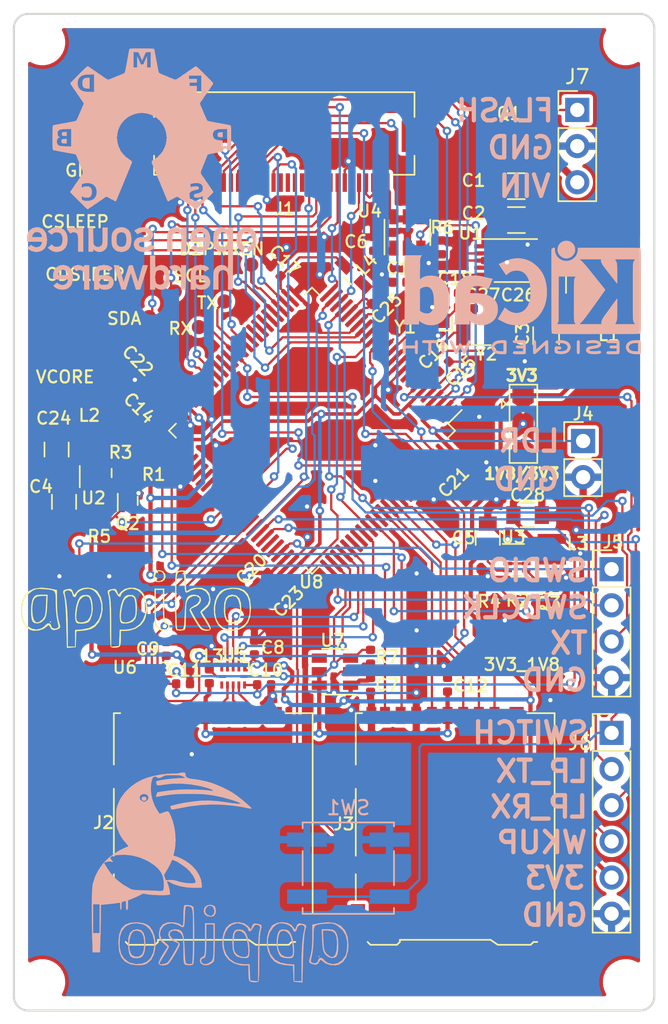
<source format=kicad_pcb>
(kicad_pcb (version 20171130) (host pcbnew 5.1.4-e60b266~84~ubuntu18.04.1)
  (layers (0 F.Cu signal) (31 B.Cu signal) (34 B.Paste user) (35 F.Paste user) (36 B.SilkS user) (37 F.SilkS user) (38 B.Mask user) (39 F.Mask user) (44 Edge.Cuts user))
  (net 0 "")
  (net 1 GND)
  (net 2 /Power/BAT_IN)
  (net 3 +3V3)
  (net 4 /VDD_1V8_3V3)
  (net 5 "/ArduCam SDcard/VCC_SD")
  (net 6 "/H7 pins/VBAT")
  (net 7 "Net-(C18-Pad1)")
  (net 8 "Net-(C19-Pad1)")
  (net 9 /VDD_CORE)
  (net 10 "Net-(C26-Pad1)")
  (net 11 "Net-(C27-Pad1)")
  (net 12 "/ArduCam SDcard/VCC_ARDU")
  (net 13 /CAM_STANDBY)
  (net 14 /DCMI_NRST)
  (net 15 /DCMI_SDA)
  (net 16 /DCMI_SCL)
  (net 17 /DCMI_PIXCLK)
  (net 18 /DCMI_CAMCLK)
  (net 19 "/ArduCam SDcard/D0")
  (net 20 "/ArduCam SDcard/D1")
  (net 21 "/ArduCam SDcard/D2")
  (net 22 "/ArduCam SDcard/D3")
  (net 23 /DCMI_D0)
  (net 24 /DCMI_D1)
  (net 25 /DCMI_D2)
  (net 26 /DCMI_D3)
  (net 27 /DCMI_D4)
  (net 28 /DCMI_D5)
  (net 29 /DCMI_D6)
  (net 30 /DCMI_D7)
  (net 31 /DCMI_HSYNC)
  (net 32 /DCMI_VSYNC)
  (net 33 /CAM_TRIGGER)
  (net 34 /CAM_FLASH)
  (net 35 "Net-(J2-Pad11)")
  (net 36 /SD1_DECT)
  (net 37 "/ArduCam SDcard/SD_DAT0")
  (net 38 /SD1_CLKIN)
  (net 39 "/ArduCam SDcard/SD_CMD")
  (net 40 "/ArduCam SDcard/SD_DAT3")
  (net 41 "/ArduCam SDcard/SD_DAT2")
  (net 42 "/ArduCam SDcard/SD_DAT1")
  (net 43 /SD2_DAT1)
  (net 44 /SD2_DAT2)
  (net 45 /SD2_DAT3)
  (net 46 /SD2_CMD)
  (net 47 /SD2_CLK)
  (net 48 /SD2_DAT0)
  (net 49 "Net-(J3-Pad11)")
  (net 50 /SD2_DECT)
  (net 51 "/H7 pins/LDR_IN")
  (net 52 "/H7 pins/SWDIO")
  (net 53 "/H7 pins/SWDCLK")
  (net 54 "/H7 pins/UART7_TX")
  (net 55 "/H7 pins/LPUART_TX")
  (net 56 "/H7 pins/LPUART_RX")
  (net 57 "/H7 pins/SENSEBE_WKUP")
  (net 58 "Net-(L1-Pad1)")
  (net 59 "Net-(L2-Pad1)")
  (net 60 "Net-(L3-Pad1)")
  (net 61 /1V4CORE_EN*)
  (net 62 "Net-(Q2-Pad3)")
  (net 63 "Net-(Q3-Pad3)")
  (net 64 /1V8IO_EN)
  (net 65 "Net-(R1-Pad1)")
  (net 66 /CAM_PWR_EN)
  (net 67 /SD_PWR_EN)
  (net 68 "/H7 pins/UART7_RX")
  (net 69 "/H7 pins/CDSLEEP")
  (net 70 "/H7 pins/CSLEEP")
  (net 71 "/H7 pins/D2PWREN")
  (net 72 "Net-(U4-Pad4)")
  (net 73 /SD1_DAT2)
  (net 74 /SD1_DAT3)
  (net 75 /SD1_CMD)
  (net 76 "Net-(U5-Pad5)")
  (net 77 "Net-(U5-Pad7)")
  (net 78 "Net-(U6-Pad7)")
  (net 79 "Net-(U6-Pad5)")
  (net 80 /SD1_DAT1)
  (net 81 /SD1_DAT0)
  (net 82 /SD1_CLK)
  (net 83 "Net-(U7-Pad4)")
  (net 84 "Net-(U8-Pad1)")
  (net 85 "Net-(U8-Pad14)")
  (net 86 "Net-(U8-Pad31)")
  (net 87 "Net-(U8-Pad33)")
  (net 88 "Net-(U8-Pad34)")
  (net 89 "Net-(U8-Pad35)")
  (net 90 "Net-(U8-Pad39)")
  (net 91 "Net-(U8-Pad40)")
  (net 92 "Net-(U8-Pad41)")
  (net 93 "Net-(U8-Pad44)")
  (net 94 "Net-(U8-Pad45)")
  (net 95 "Net-(U8-Pad51)")
  (net 96 "Net-(U8-Pad52)")
  (net 97 "Net-(U8-Pad55)")
  (net 98 "Net-(U8-Pad56)")
  (net 99 "Net-(U8-Pad57)")
  (net 100 "Net-(U8-Pad58)")
  (net 101 "Net-(U8-Pad59)")
  (net 102 "Net-(U8-Pad60)")
  (net 103 "Net-(U8-Pad61)")
  (net 104 "Net-(U8-Pad70)")
  (net 105 "Net-(U8-Pad71)")
  (net 106 "Net-(U8-Pad81)")
  (net 107 "Net-(U8-Pad82)")
  (net 108 "Net-(U8-Pad86)")
  (net 109 "Net-(U8-Pad91)")
  (net 110 "Net-(U8-Pad92)")
  (net 111 "Net-(U8-Pad94)")
  (net 112 "Net-(U8-Pad96)")
  (net 113 /Power/VBAT_2S)
  (net 114 "/H7 pins/VDDA")
  (net 115 "/H7 pins/STM_NRF_BUTTON")
  (net 116 /CAM_FLASH_PULSE)
  (net 117 "Net-(U8-Pad32)")
  (module senseBe_rev3_main_fp:KiCad-Logo2_8mm_SilkScreen (layer B.Cu) (at 90.7 139.9 180)
    (fp_text reference REF*** hide)
    (fp_text value KiCad-Logo2_8mm_SilkScreen hide)
  )
  (module senseBe_rev3_main_fp:OSHW1 (layer B.Cu) (at 64 130.9 180)
    (fp_text reference G*** hide)
    (fp_text value LOGO hide)
  )
  (module senseBe_rev3_main_fp:Appiko_Logo_2 (layer B.Cu) (at 72.7 185.3 180)
    (fp_text reference G*** hide)
    (fp_text value Appiko_Logo_2 hide)
  )
  (module senseBe_rev3_main_fp:Appiko_Logo_2 (layer F.Cu) (at 61.3 161.8)
    (fp_text reference G*** hide)
    (fp_text value Appiko_Logo_2 hide)
  )
  (module senseBe_rev3_main_fp:Appiko_LOGO_img (layer B.Cu) (at 66.1 179.6 180)
    (fp_text reference G*** hide)
    (fp_text value Appiko_LOGO_img hide)
  )
  (module sense_fp:LQFP-100_14x14mm_P0.5mm (layer F.Cu) (at 75.95 149.275 225)
    (fp_text reference U8 (at 7.548365 -7.477654) (layer F.SilkS) (effects (font (size 0.85 0.85))))
    (fp_text value STM32H750VB)
    (pad 1 smd roundrect (at -7.675 -6 225) (size 1.6 0.3) (layers F.Cu F.Paste F.Mask) (net 84 "Net-(U8-Pad1)"))
    (pad 2 smd roundrect (at -7.675 -5.5 225) (size 1.6 0.3) (layers F.Cu F.Paste F.Mask) (net 66 /CAM_PWR_EN))
    (pad 3 smd roundrect (at -7.675 -5 225) (size 1.6 0.3) (layers F.Cu F.Paste F.Mask) (net 27 /DCMI_D4))
    (pad 4 smd roundrect (at -7.675 -4.5 225) (size 1.6 0.3) (layers F.Cu F.Paste F.Mask) (net 29 /DCMI_D6))
    (pad 5 smd roundrect (at -7.675 -4 225) (size 1.6 0.3) (layers F.Cu F.Paste F.Mask) (net 30 /DCMI_D7))
    (pad 6 smd roundrect (at -7.675 -3.5 225) (size 1.6 0.3) (layers F.Cu F.Paste F.Mask) (net 6 "/H7 pins/VBAT"))
    (pad 7 smd roundrect (at -7.675 -3 225) (size 1.6 0.3) (layers F.Cu F.Paste F.Mask) (net 115 "/H7 pins/STM_NRF_BUTTON"))
    (pad 8 smd roundrect (at -7.675 -2.5 225) (size 1.6 0.3) (layers F.Cu F.Paste F.Mask) (net 10 "Net-(C26-Pad1)"))
    (pad 9 smd roundrect (at -7.675 -2 225) (size 1.6 0.3) (layers F.Cu F.Paste F.Mask) (net 11 "Net-(C27-Pad1)"))
    (pad 10 smd roundrect (at -7.675 -1.5 225) (size 1.6 0.3) (layers F.Cu F.Paste F.Mask) (net 1 GND))
    (pad 11 smd roundrect (at -7.675 -1 225) (size 1.6 0.3) (layers F.Cu F.Paste F.Mask) (net 6 "/H7 pins/VBAT"))
    (pad 12 smd roundrect (at -7.675 -0.5 225) (size 1.6 0.3) (layers F.Cu F.Paste F.Mask) (net 7 "Net-(C18-Pad1)"))
    (pad 13 smd roundrect (at -7.675 0 225) (size 1.6 0.3) (layers F.Cu F.Paste F.Mask) (net 8 "Net-(C19-Pad1)"))
    (pad 14 smd roundrect (at -7.675 0.5 225) (size 1.6 0.3) (layers F.Cu F.Paste F.Mask) (net 85 "Net-(U8-Pad14)"))
    (pad 15 smd roundrect (at -7.675 1 225) (size 1.6 0.3) (layers F.Cu F.Paste F.Mask) (net 51 "/H7 pins/LDR_IN"))
    (pad 16 smd roundrect (at -7.675 1.5 225) (size 1.6 0.3) (layers F.Cu F.Paste F.Mask) (net 50 /SD2_DECT))
    (pad 17 smd roundrect (at -7.675 2 225) (size 1.6 0.3) (layers F.Cu F.Paste F.Mask) (net 69 "/H7 pins/CDSLEEP"))
    (pad 18 smd roundrect (at -7.675 2.5 225) (size 1.6 0.3) (layers F.Cu F.Paste F.Mask) (net 70 "/H7 pins/CSLEEP"))
    (pad 19 smd roundrect (at -7.675 3 225) (size 1.6 0.3) (layers F.Cu F.Paste F.Mask) (net 1 GND))
    (pad 20 smd roundrect (at -7.675 3.5 225) (size 1.6 0.3) (layers F.Cu F.Paste F.Mask) (net 114 "/H7 pins/VDDA"))
    (pad 21 smd roundrect (at -7.675 4 225) (size 1.6 0.3) (layers F.Cu F.Paste F.Mask) (net 114 "/H7 pins/VDDA"))
    (pad 22 smd roundrect (at -7.675 4.5 225) (size 1.6 0.3) (layers F.Cu F.Paste F.Mask) (net 57 "/H7 pins/SENSEBE_WKUP"))
    (pad 23 smd roundrect (at -7.675 5 225) (size 1.6 0.3) (layers F.Cu F.Paste F.Mask) (net 13 /CAM_STANDBY))
    (pad 24 smd roundrect (at -7.675 5.5 225) (size 1.6 0.3) (layers F.Cu F.Paste F.Mask) (net 36 /SD1_DECT))
    (pad 25 smd roundrect (at -7.675 6 225) (size 1.6 0.3) (layers F.Cu F.Paste F.Mask) (net 14 /DCMI_NRST))
    (pad 26 smd roundrect (at -6 7.675 225) (size 0.3 1.6) (layers F.Cu F.Paste F.Mask) (net 1 GND))
    (pad 27 smd roundrect (at -5.5 7.675 225) (size 0.3 1.6) (layers F.Cu F.Paste F.Mask) (net 6 "/H7 pins/VBAT"))
    (pad 28 smd roundrect (at -5 7.675 225) (size 0.3 1.6) (layers F.Cu F.Paste F.Mask) (net 31 /DCMI_HSYNC))
    (pad 29 smd roundrect (at -4.5 7.675 225) (size 0.3 1.6) (layers F.Cu F.Paste F.Mask) (net 71 "/H7 pins/D2PWREN"))
    (pad 30 smd roundrect (at -4 7.675 225) (size 0.3 1.6) (layers F.Cu F.Paste F.Mask) (net 17 /DCMI_PIXCLK))
    (pad 31 smd roundrect (at -3.5 7.675 225) (size 0.3 1.6) (layers F.Cu F.Paste F.Mask) (net 86 "Net-(U8-Pad31)"))
    (pad 32 smd roundrect (at -3 7.675 225) (size 0.3 1.6) (layers F.Cu F.Paste F.Mask) (net 117 "Net-(U8-Pad32)"))
    (pad 33 smd roundrect (at -2.5 7.675 225) (size 0.3 1.6) (layers F.Cu F.Paste F.Mask) (net 87 "Net-(U8-Pad33)"))
    (pad 34 smd roundrect (at -2 7.675 225) (size 0.3 1.6) (layers F.Cu F.Paste F.Mask) (net 88 "Net-(U8-Pad34)"))
    (pad 35 smd roundrect (at -1.5 7.675 225) (size 0.3 1.6) (layers F.Cu F.Paste F.Mask) (net 89 "Net-(U8-Pad35)"))
    (pad 36 smd roundrect (at -1 7.675 225) (size 0.3 1.6) (layers F.Cu F.Paste F.Mask) (net 116 /CAM_FLASH_PULSE))
    (pad 37 smd roundrect (at -0.5 7.675 225) (size 0.3 1.6) (layers F.Cu F.Paste F.Mask) (net 68 "/H7 pins/UART7_RX"))
    (pad 38 smd roundrect (at 0 7.675 225) (size 0.3 1.6) (layers F.Cu F.Paste F.Mask) (net 54 "/H7 pins/UART7_TX"))
    (pad 39 smd roundrect (at 0.5 7.675 225) (size 0.3 1.6) (layers F.Cu F.Paste F.Mask) (net 90 "Net-(U8-Pad39)"))
    (pad 40 smd roundrect (at 1 7.675 225) (size 0.3 1.6) (layers F.Cu F.Paste F.Mask) (net 91 "Net-(U8-Pad40)"))
    (pad 41 smd roundrect (at 1.5 7.675 225) (size 0.3 1.6) (layers F.Cu F.Paste F.Mask) (net 92 "Net-(U8-Pad41)"))
    (pad 42 smd roundrect (at 2 7.675 225) (size 0.3 1.6) (layers F.Cu F.Paste F.Mask) (net 33 /CAM_TRIGGER))
    (pad 43 smd roundrect (at 2.5 7.675 225) (size 0.3 1.6) (layers F.Cu F.Paste F.Mask) (net 34 /CAM_FLASH))
    (pad 44 smd roundrect (at 3 7.675 225) (size 0.3 1.6) (layers F.Cu F.Paste F.Mask) (net 93 "Net-(U8-Pad44)"))
    (pad 45 smd roundrect (at 3.5 7.675 225) (size 0.3 1.6) (layers F.Cu F.Paste F.Mask) (net 94 "Net-(U8-Pad45)"))
    (pad 46 smd roundrect (at 4 7.675 225) (size 0.3 1.6) (layers F.Cu F.Paste F.Mask) (net 16 /DCMI_SCL))
    (pad 47 smd roundrect (at 4.5 7.675 225) (size 0.3 1.6) (layers F.Cu F.Paste F.Mask) (net 15 /DCMI_SDA))
    (pad 48 smd roundrect (at 5 7.675 225) (size 0.3 1.6) (layers F.Cu F.Paste F.Mask) (net 9 /VDD_CORE))
    (pad 49 smd roundrect (at 5.5 7.675 225) (size 0.3 1.6) (layers F.Cu F.Paste F.Mask) (net 1 GND))
    (pad 50 smd roundrect (at 6 7.675 225) (size 0.3 1.6) (layers F.Cu F.Paste F.Mask) (net 6 "/H7 pins/VBAT"))
    (pad 51 smd roundrect (at 7.675 6 225) (size 1.6 0.3) (layers F.Cu F.Paste F.Mask) (net 95 "Net-(U8-Pad51)"))
    (pad 52 smd roundrect (at 7.675 5.5 225) (size 1.6 0.3) (layers F.Cu F.Paste F.Mask) (net 96 "Net-(U8-Pad52)"))
    (pad 53 smd roundrect (at 7.675 5 225) (size 1.6 0.3) (layers F.Cu F.Paste F.Mask) (net 48 /SD2_DAT0))
    (pad 54 smd roundrect (at 7.675 4.5 225) (size 1.6 0.3) (layers F.Cu F.Paste F.Mask) (net 43 /SD2_DAT1))
    (pad 55 smd roundrect (at 7.675 4 225) (size 1.6 0.3) (layers F.Cu F.Paste F.Mask) (net 97 "Net-(U8-Pad55)"))
    (pad 56 smd roundrect (at 7.675 3.5 225) (size 1.6 0.3) (layers F.Cu F.Paste F.Mask) (net 98 "Net-(U8-Pad56)"))
    (pad 57 smd roundrect (at 7.675 3 225) (size 1.6 0.3) (layers F.Cu F.Paste F.Mask) (net 99 "Net-(U8-Pad57)"))
    (pad 58 smd roundrect (at 7.675 2.5 225) (size 1.6 0.3) (layers F.Cu F.Paste F.Mask) (net 100 "Net-(U8-Pad58)"))
    (pad 59 smd roundrect (at 7.675 2 225) (size 1.6 0.3) (layers F.Cu F.Paste F.Mask) (net 101 "Net-(U8-Pad59)"))
    (pad 60 smd roundrect (at 7.675 1.5 225) (size 1.6 0.3) (layers F.Cu F.Paste F.Mask) (net 102 "Net-(U8-Pad60)"))
    (pad 61 smd roundrect (at 7.675 1 225) (size 1.6 0.3) (layers F.Cu F.Paste F.Mask) (net 103 "Net-(U8-Pad61)"))
    (pad 62 smd roundrect (at 7.675 0.5 225) (size 1.6 0.3) (layers F.Cu F.Paste F.Mask) (net 61 /1V4CORE_EN*))
    (pad 63 smd roundrect (at 7.675 0 225) (size 1.6 0.3) (layers F.Cu F.Paste F.Mask) (net 23 /DCMI_D0))
    (pad 64 smd roundrect (at 7.675 -0.5 225) (size 1.6 0.3) (layers F.Cu F.Paste F.Mask) (net 24 /DCMI_D1))
    (pad 65 smd roundrect (at 7.675 -1 225) (size 1.6 0.3) (layers F.Cu F.Paste F.Mask) (net 81 /SD1_DAT0))
    (pad 66 smd roundrect (at 7.675 -1.5 225) (size 1.6 0.3) (layers F.Cu F.Paste F.Mask) (net 80 /SD1_DAT1))
    (pad 67 smd roundrect (at 7.675 -2 225) (size 1.6 0.3) (layers F.Cu F.Paste F.Mask) (net 18 /DCMI_CAMCLK))
    (pad 68 smd roundrect (at 7.675 -2.5 225) (size 1.6 0.3) (layers F.Cu F.Paste F.Mask) (net 55 "/H7 pins/LPUART_TX"))
    (pad 69 smd roundrect (at 7.675 -3 225) (size 1.6 0.3) (layers F.Cu F.Paste F.Mask) (net 56 "/H7 pins/LPUART_RX"))
    (pad 70 smd roundrect (at 7.675 -3.5 225) (size 1.6 0.3) (layers F.Cu F.Paste F.Mask) (net 104 "Net-(U8-Pad70)"))
    (pad 71 smd roundrect (at 7.675 -4 225) (size 1.6 0.3) (layers F.Cu F.Paste F.Mask) (net 105 "Net-(U8-Pad71)"))
    (pad 72 smd roundrect (at 7.675 -4.5 225) (size 1.6 0.3) (layers F.Cu F.Paste F.Mask) (net 52 "/H7 pins/SWDIO"))
    (pad 73 smd roundrect (at 7.675 -5 225) (size 1.6 0.3) (layers F.Cu F.Paste F.Mask) (net 9 /VDD_CORE))
    (pad 74 smd roundrect (at 7.675 -5.5 225) (size 1.6 0.3) (layers F.Cu F.Paste F.Mask) (net 1 GND))
    (pad 75 smd roundrect (at 7.675 -6 225) (size 1.6 0.3) (layers F.Cu F.Paste F.Mask) (net 6 "/H7 pins/VBAT"))
    (pad 76 smd roundrect (at 6 -7.675 225) (size 0.3 1.6) (layers F.Cu F.Paste F.Mask) (net 53 "/H7 pins/SWDCLK"))
    (pad 77 smd roundrect (at 5.5 -7.675 225) (size 0.3 1.6) (layers F.Cu F.Paste F.Mask) (net 67 /SD_PWR_EN))
    (pad 78 smd roundrect (at 5 -7.675 225) (size 0.3 1.6) (layers F.Cu F.Paste F.Mask) (net 73 /SD1_DAT2))
    (pad 79 smd roundrect (at 4.5 -7.675 225) (size 0.3 1.6) (layers F.Cu F.Paste F.Mask) (net 74 /SD1_DAT3))
    (pad 80 smd roundrect (at 4 -7.675 225) (size 0.3 1.6) (layers F.Cu F.Paste F.Mask) (net 82 /SD1_CLK))
    (pad 81 smd roundrect (at 3.5 -7.675 225) (size 0.3 1.6) (layers F.Cu F.Paste F.Mask) (net 106 "Net-(U8-Pad81)"))
    (pad 82 smd roundrect (at 3 -7.675 225) (size 0.3 1.6) (layers F.Cu F.Paste F.Mask) (net 107 "Net-(U8-Pad82)"))
    (pad 83 smd roundrect (at 2.5 -7.675 225) (size 0.3 1.6) (layers F.Cu F.Paste F.Mask) (net 75 /SD1_CMD))
    (pad 84 smd roundrect (at 2 -7.675 225) (size 0.3 1.6) (layers F.Cu F.Paste F.Mask) (net 28 /DCMI_D5))
    (pad 85 smd roundrect (at 1.5 -7.675 225) (size 0.3 1.6) (layers F.Cu F.Paste F.Mask) (net 64 /1V8IO_EN))
    (pad 86 smd roundrect (at 1 -7.675 225) (size 0.3 1.6) (layers F.Cu F.Paste F.Mask) (net 108 "Net-(U8-Pad86)"))
    (pad 87 smd roundrect (at 0.5 -7.675 225) (size 0.3 1.6) (layers F.Cu F.Paste F.Mask) (net 47 /SD2_CLK))
    (pad 88 smd roundrect (at 0 -7.675 225) (size 0.3 1.6) (layers F.Cu F.Paste F.Mask) (net 46 /SD2_CMD))
    (pad 89 smd roundrect (at -0.5 -7.675 225) (size 0.3 1.6) (layers F.Cu F.Paste F.Mask) (net 44 /SD2_DAT2))
    (pad 90 smd roundrect (at -1 -7.675 225) (size 0.3 1.6) (layers F.Cu F.Paste F.Mask) (net 45 /SD2_DAT3))
    (pad 91 smd roundrect (at -1.5 -7.675 225) (size 0.3 1.6) (layers F.Cu F.Paste F.Mask) (net 109 "Net-(U8-Pad91)"))
    (pad 92 smd roundrect (at -2 -7.675 225) (size 0.3 1.6) (layers F.Cu F.Paste F.Mask) (net 110 "Net-(U8-Pad92)"))
    (pad 93 smd roundrect (at -2.5 -7.675 225) (size 0.3 1.6) (layers F.Cu F.Paste F.Mask) (net 32 /DCMI_VSYNC))
    (pad 94 smd roundrect (at -3 -7.675 225) (size 0.3 1.6) (layers F.Cu F.Paste F.Mask) (net 111 "Net-(U8-Pad94)"))
    (pad 95 smd roundrect (at -3.5 -7.675 225) (size 0.3 1.6) (layers F.Cu F.Paste F.Mask) (net 38 /SD1_CLKIN))
    (pad 96 smd roundrect (at -4 -7.675 225) (size 0.3 1.6) (layers F.Cu F.Paste F.Mask) (net 112 "Net-(U8-Pad96)"))
    (pad 97 smd roundrect (at -4.5 -7.675 225) (size 0.3 1.6) (layers F.Cu F.Paste F.Mask) (net 25 /DCMI_D2))
    (pad 98 smd roundrect (at -5 -7.675 225) (size 0.3 1.6) (layers F.Cu F.Paste F.Mask) (net 26 /DCMI_D3))
    (pad 99 smd roundrect (at -5.5 -7.675 225) (size 0.3 1.6) (layers F.Cu F.Paste F.Mask) (net 1 GND))
    (pad 100 smd roundrect (at -6 -7.675 225) (size 0.3 1.6) (layers F.Cu F.Paste F.Mask) (net 6 "/H7 pins/VBAT"))
  )
  (module sense_fp:SQA403EJ-SC70-6 (layer F.Cu) (at 89.8779 128.8542)
    (fp_text reference Q1)
    (fp_text value SQA403EJ)
    (fp_text user Q1 (at -0.0779 -1.8542) (layer F.SilkS) (effects (font (size 0.85 0.85))))
    (pad 2 smd rect (at 0 -0.925) (size 0.3 0.35) (layers F.Cu F.Paste F.Mask) (net 2 /Power/BAT_IN))
    (pad 2 smd rect (at -0.325 0) (size 0.95 1.5) (layers F.Cu F.Paste F.Mask) (net 2 /Power/BAT_IN))
    (pad 2 smd rect (at -0.65 -0.925) (size 0.3 0.35) (layers F.Cu F.Paste F.Mask) (net 2 /Power/BAT_IN))
    (pad 3 smd rect (at 0.65 -0.925) (size 0.3 0.35) (layers F.Cu F.Paste F.Mask) (net 113 /Power/VBAT_2S))
    (pad 1 smd rect (at 0.65 0.925) (size 0.3 0.35) (layers F.Cu F.Paste F.Mask) (net 1 GND))
    (pad 2 smd rect (at 0 0.925) (size 0.3 0.35) (layers F.Cu F.Paste F.Mask) (net 2 /Power/BAT_IN))
    (pad 2 smd rect (at -0.65 0.925) (size 0.3 0.35) (layers F.Cu F.Paste F.Mask) (net 2 /Power/BAT_IN))
  )
  (module sense_fp:C_0603_HandSoldering (layer F.Cu) (at 78.875 138.325 315)
    (fp_text reference L4 (at 0.141421 -1.166726 225) (layer F.SilkS) (effects (font (size 0.85 0.85))))
    (fp_text value MPZ1608S331ATA00)
    (pad 1 smd rect (at -0.95 0 315) (size 1.2 0.75) (layers F.Cu F.Paste F.Mask) (net 6 "/H7 pins/VBAT"))
    (pad 2 smd rect (at 0.95 0 315) (size 1.2 0.75) (layers F.Cu F.Paste F.Mask) (net 114 "/H7 pins/VDDA"))
  )
  (module sense_fp:TXB0304_12UQFN (layer F.Cu) (at 64.6938 166.545 180)
    (fp_text reference U6 (at 1.8938 0.645) (layer F.SilkS) (effects (font (size 0.85 0.85))))
    (fp_text value TXB0304RUT)
    (pad 1 smd rect (at -0.95 0.425 90) (size 0.15 0.1) (layers F.Cu F.Paste F.Mask) (net 3 +3V3))
    (pad 12 smd rect (at -0.75 0 90) (size 0.2 0.5) (layers F.Cu F.Paste F.Mask) (net 67 /SD_PWR_EN))
    (pad 11 smd rect (at -0.8 -0.6) (size 0.2 0.5) (layers F.Cu F.Paste F.Mask) (net 4 /VDD_1V8_3V3))
    (pad 10 smd rect (at -0.4 -0.6) (size 0.2 0.5) (layers F.Cu F.Paste F.Mask) (net 38 /SD1_CLKIN))
    (pad 9 smd rect (at 0 -0.6) (size 0.2 0.5) (layers F.Cu F.Paste F.Mask) (net 37 "/ArduCam SDcard/SD_DAT0"))
    (pad 8 smd rect (at 0.4 -0.6) (size 0.2 0.5) (layers F.Cu F.Paste F.Mask) (net 42 "/ArduCam SDcard/SD_DAT1"))
    (pad 7 smd rect (at 0.8 -0.6) (size 0.2 0.5) (layers F.Cu F.Paste F.Mask) (net 78 "Net-(U6-Pad7)"))
    (pad 6 smd rect (at 0.75 0 270) (size 0.2 0.5) (layers F.Cu F.Paste F.Mask) (net 1 GND))
    (pad 5 smd rect (at 0.8 0.6 180) (size 0.2 0.5) (layers F.Cu F.Paste F.Mask) (net 79 "Net-(U6-Pad5)"))
    (pad 4 smd rect (at 0.4 0.6 180) (size 0.2 0.5) (layers F.Cu F.Paste F.Mask) (net 80 /SD1_DAT1))
    (pad 3 smd rect (at 0 0.6 180) (size 0.2 0.5) (layers F.Cu F.Paste F.Mask) (net 81 /SD1_DAT0))
    (pad 2 smd rect (at -0.4 0.6 180) (size 0.2 0.5) (layers F.Cu F.Paste F.Mask) (net 82 /SD1_CLK))
    (pad 1 smd rect (at -0.8 0.6 180) (size 0.2 0.5) (layers F.Cu F.Paste F.Mask) (net 3 +3V3))
  )
  (module sense_fp:TXB0304_12UQFN (layer F.Cu) (at 70.4088 166.5381 180)
    (fp_text reference U5 (at -0.0912 1.5381) (layer F.SilkS) (effects (font (size 0.85 0.85))))
    (fp_text value TXB0304RUT)
    (pad 1 smd rect (at -0.95 0.425 90) (size 0.15 0.1) (layers F.Cu F.Paste F.Mask) (net 3 +3V3))
    (pad 12 smd rect (at -0.75 0 90) (size 0.2 0.5) (layers F.Cu F.Paste F.Mask) (net 67 /SD_PWR_EN))
    (pad 11 smd rect (at -0.8 -0.6) (size 0.2 0.5) (layers F.Cu F.Paste F.Mask) (net 4 /VDD_1V8_3V3))
    (pad 10 smd rect (at -0.4 -0.6) (size 0.2 0.5) (layers F.Cu F.Paste F.Mask) (net 41 "/ArduCam SDcard/SD_DAT2"))
    (pad 9 smd rect (at 0 -0.6) (size 0.2 0.5) (layers F.Cu F.Paste F.Mask) (net 40 "/ArduCam SDcard/SD_DAT3"))
    (pad 8 smd rect (at 0.4 -0.6) (size 0.2 0.5) (layers F.Cu F.Paste F.Mask) (net 39 "/ArduCam SDcard/SD_CMD"))
    (pad 7 smd rect (at 0.8 -0.6) (size 0.2 0.5) (layers F.Cu F.Paste F.Mask) (net 77 "Net-(U5-Pad7)"))
    (pad 6 smd rect (at 0.75 0 270) (size 0.2 0.5) (layers F.Cu F.Paste F.Mask) (net 1 GND))
    (pad 5 smd rect (at 0.8 0.6 180) (size 0.2 0.5) (layers F.Cu F.Paste F.Mask) (net 76 "Net-(U5-Pad5)"))
    (pad 4 smd rect (at 0.4 0.6 180) (size 0.2 0.5) (layers F.Cu F.Paste F.Mask) (net 75 /SD1_CMD))
    (pad 3 smd rect (at 0 0.6 180) (size 0.2 0.5) (layers F.Cu F.Paste F.Mask) (net 74 /SD1_DAT3))
    (pad 2 smd rect (at -0.4 0.6 180) (size 0.2 0.5) (layers F.Cu F.Paste F.Mask) (net 73 /SD1_DAT2))
    (pad 1 smd rect (at -0.8 0.6 180) (size 0.2 0.5) (layers F.Cu F.Paste F.Mask) (net 3 +3V3))
  )
  (module sense_fp:C_1206_3216Metric (layer F.Cu) (at 90.3 132.1)
    (fp_text reference C1 (at -3 -0.4) (layer F.SilkS) (effects (font (size 0.85 0.85))))
    (fp_text value 22uF)
    (pad 2 smd roundrect (at 1.4 0) (size 1.25 1.75) (layers F.Cu F.Paste F.Mask) (roundrect_rratio 0.2) (net 1 GND))
    (pad 1 smd roundrect (at -1.4 0) (size 1.25 1.75) (layers F.Cu F.Paste F.Mask) (roundrect_rratio 0.2) (net 113 /Power/VBAT_2S))
  )
  (module sense_fp:C_1206_3216Metric (layer F.Cu) (at 90.3097 134.4803)
    (fp_text reference C2 (at -3.0097 -0.4803) (layer F.SilkS) (effects (font (size 0.85 0.85))))
    (fp_text value 22uF)
    (pad 1 smd roundrect (at -1.4 0) (size 1.25 1.75) (layers F.Cu F.Paste F.Mask) (roundrect_rratio 0.2) (net 113 /Power/VBAT_2S))
    (pad 2 smd roundrect (at 1.4 0) (size 1.25 1.75) (layers F.Cu F.Paste F.Mask) (roundrect_rratio 0.2) (net 1 GND))
  )
  (module sense_fp:C_1206_3216Metric (layer F.Cu) (at 92.4 142.6 270)
    (fp_text reference C3 (at -0.1 1.65 90) (layer F.SilkS) (effects (font (size 0.85 0.85))))
    (fp_text value 22uF)
    (pad 1 smd roundrect (at -1.4 0 270) (size 1.25 1.75) (layers F.Cu F.Paste F.Mask) (roundrect_rratio 0.2) (net 3 +3V3))
    (pad 2 smd roundrect (at 1.4 0 270) (size 1.25 1.75) (layers F.Cu F.Paste F.Mask) (roundrect_rratio 0.2) (net 1 GND))
  )
  (module sense_fp:C_0805 (layer F.Cu) (at 58.525 154.275 90)
    (fp_text reference C4 (at 1.075 -1.625 180) (layer F.SilkS) (effects (font (size 0.85 0.85))))
    (fp_text value 4.7uF)
    (pad 1 smd rect (at -1 0 90) (size 1 1.25) (layers F.Cu F.Paste F.Mask) (net 3 +3V3))
    (pad 2 smd rect (at 1 0 90) (size 1 1.25) (layers F.Cu F.Paste F.Mask) (net 1 GND))
  )
  (module sense_fp:C_0805 (layer F.Cu) (at 88.3 156.8 90)
    (fp_text reference C5 (at 0 -1.7 180) (layer F.SilkS) (effects (font (size 0.85 0.85))))
    (fp_text value 4.7uF)
    (pad 2 smd rect (at 1 0 90) (size 1 1.25) (layers F.Cu F.Paste F.Mask) (net 1 GND))
    (pad 1 smd rect (at -1 0 90) (size 1 1.25) (layers F.Cu F.Paste F.Mask) (net 3 +3V3))
  )
  (module sense_fp:C_0402_1005Metric (layer F.Cu) (at 80.275 136.15 90)
    (fp_text reference C6 (at 0.15 -1.225 180) (layer F.SilkS) (effects (font (size 0.85 0.85))))
    (fp_text value 0.1uF)
    (pad 1 smd roundrect (at -0.485 0 90) (size 0.59 0.64) (layers F.Cu F.Paste F.Mask) (net 3 +3V3))
    (pad 2 smd roundrect (at 0.485 0 90) (size 0.59 0.64) (layers F.Cu F.Paste F.Mask) (net 1 GND))
  )
  (module sense_fp:C_0402_1005Metric (layer F.Cu) (at 80.0608 167.132 270)
    (fp_text reference C7 (at 0 -1.17 180) (layer F.SilkS) (effects (font (size 0.85 0.85))))
    (fp_text value 0.1uF)
    (pad 2 smd roundrect (at 0.485 0 270) (size 0.59 0.64) (layers F.Cu F.Paste F.Mask) (net 1 GND))
    (pad 1 smd roundrect (at -0.485 0 270) (size 0.59 0.64) (layers F.Cu F.Paste F.Mask) (net 3 +3V3))
  )
  (module sense_fp:C_0402_1005Metric (layer F.Cu) (at 71.9 164.5 270)
    (fp_text reference C8 (at 0 -1.3 180) (layer F.SilkS) (effects (font (size 0.85 0.85))))
    (fp_text value 0.1uF)
    (pad 1 smd roundrect (at -0.485 0 270) (size 0.59 0.64) (layers F.Cu F.Paste F.Mask) (net 1 GND))
    (pad 2 smd roundrect (at 0.485 0 270) (size 0.59 0.64) (layers F.Cu F.Paste F.Mask) (net 3 +3V3))
  )
  (module sense_fp:C_0402_1005Metric (layer F.Cu) (at 65.7 164.6 270)
    (fp_text reference C9 (at 0 1.3 180) (layer F.SilkS) (effects (font (size 0.85 0.85))))
    (fp_text value 0.1uF)
    (pad 1 smd roundrect (at -0.485 0 270) (size 0.59 0.64) (layers F.Cu F.Paste F.Mask) (net 1 GND))
    (pad 2 smd roundrect (at 0.485 0 270) (size 0.59 0.64) (layers F.Cu F.Paste F.Mask) (net 3 +3V3))
  )
  (module sense_fp:C_0402_1005Metric (layer F.Cu) (at 72.5837 167.1131 180)
    (fp_text reference C10 (at -0.1163 1.0131) (layer F.SilkS) (effects (font (size 0.85 0.85))))
    (fp_text value 0.1uF)
    (pad 2 smd roundrect (at 0.485 0 180) (size 0.59 0.64) (layers F.Cu F.Paste F.Mask) (net 4 /VDD_1V8_3V3))
    (pad 1 smd roundrect (at -0.485 0 180) (size 0.59 0.64) (layers F.Cu F.Paste F.Mask) (net 1 GND))
  )
  (module sense_fp:C_0402_1005Metric (layer F.Cu) (at 66.8902 167.052 180)
    (fp_text reference C11 (at -0.1098 0.952) (layer F.SilkS) (effects (font (size 0.85 0.85))))
    (fp_text value 0.1uF)
    (pad 1 smd roundrect (at -0.485 0 180) (size 0.59 0.64) (layers F.Cu F.Paste F.Mask) (net 1 GND))
    (pad 2 smd roundrect (at 0.485 0 180) (size 0.59 0.64) (layers F.Cu F.Paste F.Mask) (net 4 /VDD_1V8_3V3))
  )
  (module sense_fp:C_0402_1005Metric (layer F.Cu) (at 85.471 167.1165 90)
    (fp_text reference C12 (at -0.0835 1.629 180) (layer F.SilkS) (effects (font (size 0.85 0.85))))
    (fp_text value 0.1uF)
    (pad 1 smd roundrect (at -0.485 0 90) (size 0.59 0.64) (layers F.Cu F.Paste F.Mask) (net 5 "/ArduCam SDcard/VCC_SD"))
    (pad 2 smd roundrect (at 0.485 0 90) (size 0.59 0.64) (layers F.Cu F.Paste F.Mask) (net 1 GND))
  )
  (module sense_fp:C_0402_1005Metric (layer F.Cu) (at 68.7324 166.5224 90)
    (fp_text reference C13 (at 1.4224 -0.2324 180) (layer F.SilkS) (effects (font (size 0.85 0.85))))
    (fp_text value 0.1uF)
    (pad 2 smd roundrect (at 0.485 0 90) (size 0.59 0.64) (layers F.Cu F.Paste F.Mask) (net 1 GND))
    (pad 1 smd roundrect (at -0.485 0 90) (size 0.59 0.64) (layers F.Cu F.Paste F.Mask) (net 5 "/ArduCam SDcard/VCC_SD"))
  )
  (module sense_fp:C_0402_1005Metric (layer F.Cu) (at 64.625 146.85 135)
    (fp_text reference C14 (at 0 -1.17 135) (layer F.SilkS) (effects (font (size 0.85 0.85))))
    (fp_text value 0.1uF)
    (pad 1 smd roundrect (at -0.485 0 135) (size 0.59 0.64) (layers F.Cu F.Paste F.Mask) (net 6 "/H7 pins/VBAT"))
    (pad 2 smd roundrect (at 0.485 0 135) (size 0.59 0.64) (layers F.Cu F.Paste F.Mask) (net 1 GND))
  )
  (module sense_fp:C_0402_1005Metric (layer F.Cu) (at 85.2297 144.7673 45)
    (fp_text reference C15 (at 0.592273 1.062781 45) (layer F.SilkS) (effects (font (size 0.85 0.85))))
    (fp_text value 0.1uF)
    (pad 1 smd roundrect (at -0.485 0 45) (size 0.59 0.64) (layers F.Cu F.Paste F.Mask) (net 6 "/H7 pins/VBAT"))
    (pad 2 smd roundrect (at 0.485 0 45) (size 0.59 0.64) (layers F.Cu F.Paste F.Mask) (net 1 GND))
  )
  (module sense_fp:C_0402_1005Metric (layer F.Cu) (at 83.6803 143.2814 45)
    (fp_text reference C16 (at 0.142199 1.017032 45) (layer F.SilkS) (effects (font (size 0.85 0.85))))
    (fp_text value 0.1uF)
    (pad 2 smd roundrect (at 0.485 0 45) (size 0.59 0.64) (layers F.Cu F.Paste F.Mask) (net 1 GND))
    (pad 1 smd roundrect (at -0.485 0 45) (size 0.59 0.64) (layers F.Cu F.Paste F.Mask) (net 6 "/H7 pins/VBAT"))
  )
  (module sense_fp:C_0402_1005Metric (layer F.Cu) (at 73.406 138.0744 135)
    (fp_text reference C17 (at 0.127562 0.967605 135) (layer F.SilkS) (effects (font (size 0.85 0.85))))
    (fp_text value 0.1uF)
    (pad 2 smd roundrect (at 0.485 0 135) (size 0.59 0.64) (layers F.Cu F.Paste F.Mask) (net 1 GND))
    (pad 1 smd roundrect (at -0.485 0 135) (size 0.59 0.64) (layers F.Cu F.Paste F.Mask) (net 6 "/H7 pins/VBAT"))
  )
  (module sense_fp:C_0402_1005Metric (layer F.Cu) (at 86.2373 140.0957 90)
    (fp_text reference C18 (at 1.4957 -0.2373 180) (layer F.SilkS) (effects (font (size 0.85 0.85))))
    (fp_text value 8pF)
    (pad 1 smd roundrect (at -0.485 0 90) (size 0.59 0.64) (layers F.Cu F.Paste F.Mask) (net 7 "Net-(C18-Pad1)"))
    (pad 2 smd roundrect (at 0.485 0 90) (size 0.59 0.64) (layers F.Cu F.Paste F.Mask) (net 1 GND))
  )
  (module sense_fp:C_0402_1005Metric (layer F.Cu) (at 82.1 138.85 180)
    (fp_text reference C19 (at -0.3 1) (layer F.SilkS) (effects (font (size 0.85 0.85))))
    (fp_text value 8pF)
    (pad 2 smd roundrect (at 0.485 0 180) (size 0.59 0.64) (layers F.Cu F.Paste F.Mask) (net 1 GND))
    (pad 1 smd roundrect (at -0.485 0 180) (size 0.59 0.64) (layers F.Cu F.Paste F.Mask) (net 8 "Net-(C19-Pad1)"))
  )
  (module sense_fp:C_0402_1005Metric (layer F.Cu) (at 72.5 159.6 225)
    (fp_text reference C20 (at 0.141421 0.989949 45) (layer F.SilkS) (effects (font (size 0.85 0.85))))
    (fp_text value 0.1uF)
    (pad 2 smd roundrect (at 0.485 0 225) (size 0.59 0.64) (layers F.Cu F.Paste F.Mask) (net 1 GND))
    (pad 1 smd roundrect (at -0.485 0 225) (size 0.59 0.64) (layers F.Cu F.Paste F.Mask) (net 9 /VDD_CORE))
  )
  (module sense_fp:C_0402_1005Metric (layer F.Cu) (at 87.2 151.8 315)
    (fp_text reference C21 (at -0.141421 1.697056 225) (layer F.SilkS) (effects (font (size 0.85 0.85))))
    (fp_text value 0.1uF)
    (pad 1 smd roundrect (at -0.485 0 315) (size 0.59 0.64) (layers F.Cu F.Paste F.Mask) (net 6 "/H7 pins/VBAT"))
    (pad 2 smd roundrect (at 0.485 0 315) (size 0.59 0.64) (layers F.Cu F.Paste F.Mask) (net 1 GND))
  )
  (module sense_fp:C_0402_1005Metric (layer F.Cu) (at 65.4 146.075 135)
    (fp_text reference C22 (at 2.421841 0.017678 135) (layer F.SilkS) (effects (font (size 0.85 0.85))))
    (fp_text value 0.1uF)
    (pad 1 smd roundrect (at -0.485 0 135) (size 0.59 0.64) (layers F.Cu F.Paste F.Mask) (net 9 /VDD_CORE))
    (pad 2 smd roundrect (at 0.485 0 135) (size 0.59 0.64) (layers F.Cu F.Paste F.Mask) (net 1 GND))
  )
  (module sense_fp:C_0402_1005Metric (layer F.Cu) (at 73.507053 160.592947 225)
    (fp_text reference C23 (at -0.060736 -1.06066 45) (layer F.SilkS) (effects (font (size 0.85 0.85))))
    (fp_text value 0.1uF)
    (pad 2 smd roundrect (at 0.485 0 225) (size 0.59 0.64) (layers F.Cu F.Paste F.Mask) (net 1 GND))
    (pad 1 smd roundrect (at -0.485 0 225) (size 0.59 0.64) (layers F.Cu F.Paste F.Mask) (net 6 "/H7 pins/VBAT"))
  )
  (module sense_fp:C_0402_1005Metric (layer F.Cu) (at 80.467947 140.032053 45)
    (fp_text reference C25 (at 0.04533 0.989949 45) (layer F.SilkS) (effects (font (size 0.85 0.85))))
    (fp_text value 0.1uF)
    (pad 1 smd roundrect (at -0.485 0 45) (size 0.59 0.64) (layers F.Cu F.Paste F.Mask) (net 114 "/H7 pins/VDDA"))
    (pad 2 smd roundrect (at 0.485 0 45) (size 0.59 0.64) (layers F.Cu F.Paste F.Mask) (net 1 GND))
  )
  (module sense_fp:C_0402_1005Metric (layer F.Cu) (at 89.8 140.7)
    (fp_text reference C26 (at 0.65 -0.95) (layer F.SilkS) (effects (font (size 0.85 0.85))))
    (fp_text value 12pF)
    (pad 1 smd roundrect (at -0.485 0) (size 0.59 0.64) (layers F.Cu F.Paste F.Mask) (net 10 "Net-(C26-Pad1)"))
    (pad 2 smd roundrect (at 0.485 0) (size 0.59 0.64) (layers F.Cu F.Paste F.Mask) (net 1 GND))
  )
  (module sense_fp:C_0402_1005Metric (layer F.Cu) (at 87.8 140.7)
    (fp_text reference C27 (at 0.15 -0.95) (layer F.SilkS) (effects (font (size 0.85 0.85))))
    (fp_text value 12pF)
    (pad 2 smd roundrect (at 0.485 0) (size 0.59 0.64) (layers F.Cu F.Paste F.Mask) (net 1 GND))
    (pad 1 smd roundrect (at -0.485 0) (size 0.59 0.64) (layers F.Cu F.Paste F.Mask) (net 11 "Net-(C27-Pad1)"))
  )
  (module sense_fp:ArduCam_FPC_30pin_P0.50mm_Horizontal (layer F.Cu) (at 74 130 180)
    (fp_text reference J1 (at 0 -3.7) (layer F.SilkS) (effects (font (size 0.85 0.85))))
    (fp_text value Conn_01x30)
    (pad MP smd rect (at 9.15 1.4 180) (size 1.8 2.2) (layers F.Cu F.Paste F.Mask))
    (pad MP smd rect (at -9.15 1.4 180) (size 1.8 2.2) (layers F.Cu F.Paste F.Mask))
    (pad 30 smd rect (at -7.25 -1.85 180) (size 0.3 1.3) (layers F.Cu F.Paste F.Mask) (net 12 "/ArduCam SDcard/VCC_ARDU"))
    (pad 29 smd rect (at -6.75 -1.85 180) (size 0.3 1.3) (layers F.Cu F.Paste F.Mask) (net 12 "/ArduCam SDcard/VCC_ARDU"))
    (pad 28 smd rect (at -6.25 -1.85 180) (size 0.3 1.3) (layers F.Cu F.Paste F.Mask) (net 12 "/ArduCam SDcard/VCC_ARDU"))
    (pad 27 smd rect (at -5.75 -1.85 180) (size 0.3 1.3) (layers F.Cu F.Paste F.Mask) (net 12 "/ArduCam SDcard/VCC_ARDU"))
    (pad 26 smd rect (at -5.25 -1.85 180) (size 0.3 1.3) (layers F.Cu F.Paste F.Mask) (net 13 /CAM_STANDBY))
    (pad 25 smd rect (at -4.75 -1.85 180) (size 0.3 1.3) (layers F.Cu F.Paste F.Mask) (net 1 GND))
    (pad 24 smd rect (at -4.25 -1.85 180) (size 0.3 1.3) (layers F.Cu F.Paste F.Mask) (net 1 GND))
    (pad 23 smd rect (at -3.75 -1.85 180) (size 0.3 1.3) (layers F.Cu F.Paste F.Mask) (net 14 /DCMI_NRST))
    (pad 22 smd rect (at -3.25 -1.85 180) (size 0.3 1.3) (layers F.Cu F.Paste F.Mask) (net 15 /DCMI_SDA))
    (pad 21 smd rect (at -2.75 -1.85 180) (size 0.3 1.3) (layers F.Cu F.Paste F.Mask) (net 16 /DCMI_SCL))
    (pad 20 smd rect (at -2.25 -1.85 180) (size 0.3 1.3) (layers F.Cu F.Paste F.Mask) (net 17 /DCMI_PIXCLK))
    (pad 19 smd rect (at -1.75 -1.85 180) (size 0.3 1.3) (layers F.Cu F.Paste F.Mask) (net 18 /DCMI_CAMCLK))
    (pad 18 smd rect (at -1.25 -1.85 180) (size 0.3 1.3) (layers F.Cu F.Paste F.Mask) (net 19 "/ArduCam SDcard/D0"))
    (pad 17 smd rect (at -0.75 -1.85 180) (size 0.3 1.3) (layers F.Cu F.Paste F.Mask) (net 20 "/ArduCam SDcard/D1"))
    (pad 16 smd rect (at -0.25 -1.85 180) (size 0.3 1.3) (layers F.Cu F.Paste F.Mask) (net 21 "/ArduCam SDcard/D2"))
    (pad 15 smd rect (at 0.25 -1.85 180) (size 0.3 1.3) (layers F.Cu F.Paste F.Mask) (net 22 "/ArduCam SDcard/D3"))
    (pad 14 smd rect (at 0.75 -1.85 180) (size 0.3 1.3) (layers F.Cu F.Paste F.Mask) (net 23 /DCMI_D0))
    (pad 13 smd rect (at 1.25 -1.85 180) (size 0.3 1.3) (layers F.Cu F.Paste F.Mask) (net 1 GND))
    (pad 12 smd rect (at 1.75 -1.85 180) (size 0.3 1.3) (layers F.Cu F.Paste F.Mask) (net 24 /DCMI_D1))
    (pad 11 smd rect (at 2.25 -1.85 180) (size 0.3 1.3) (layers F.Cu F.Paste F.Mask) (net 25 /DCMI_D2))
    (pad 10 smd rect (at 2.75 -1.85 180) (size 0.3 1.3) (layers F.Cu F.Paste F.Mask) (net 26 /DCMI_D3))
    (pad 9 smd rect (at 3.25 -1.85 180) (size 0.3 1.3) (layers F.Cu F.Paste F.Mask) (net 27 /DCMI_D4))
    (pad 8 smd rect (at 3.75 -1.85 180) (size 0.3 1.3) (layers F.Cu F.Paste F.Mask) (net 28 /DCMI_D5))
    (pad 7 smd rect (at 4.25 -1.85 180) (size 0.3 1.3) (layers F.Cu F.Paste F.Mask) (net 29 /DCMI_D6))
    (pad 6 smd rect (at 4.75 -1.85 180) (size 0.3 1.3) (layers F.Cu F.Paste F.Mask) (net 30 /DCMI_D7))
    (pad 5 smd rect (at 5.25 -1.85 180) (size 0.3 1.3) (layers F.Cu F.Paste F.Mask) (net 31 /DCMI_HSYNC))
    (pad 4 smd rect (at 5.75 -1.85 180) (size 0.3 1.3) (layers F.Cu F.Paste F.Mask) (net 32 /DCMI_VSYNC))
    (pad 3 smd rect (at 6.25 -1.85 180) (size 0.3 1.3) (layers F.Cu F.Paste F.Mask) (net 33 /CAM_TRIGGER))
    (pad 2 smd rect (at 6.75 -1.85 180) (size 0.3 1.3) (layers F.Cu F.Paste F.Mask) (net 34 /CAM_FLASH))
    (pad 1 smd rect (at 7.25 -1.85 180) (size 0.3 1.3) (layers F.Cu F.Paste F.Mask) (net 1 GND))
  )
  (module sense_fp:microSD_HC_Hirose_DM3AT-SF-PEJM5 (layer F.Cu) (at 69 177)
    (fp_text reference J2 (at -7.7 -0.2) (layer F.SilkS) (effects (font (size 0.85 0.85))))
    (fp_text value Micro_SD_Card_Det_Hirose_DM3AT)
    (pad 11 smd rect (at 6.675 7.375) (size 1.3 1.9) (layers F.Cu F.Paste F.Mask) (net 35 "Net-(J2-Pad11)"))
    (pad 11 smd rect (at -6.825 6.925) (size 1 2.8) (layers F.Cu F.Paste F.Mask) (net 35 "Net-(J2-Pad11)"))
    (pad 10 smd rect (at -6.825 2.775) (size 1 0.8) (layers F.Cu F.Paste F.Mask) (net 36 /SD1_DECT))
    (pad 11 smd rect (at -6.825 -3.425) (size 1 1.2) (layers F.Cu F.Paste F.Mask) (net 35 "Net-(J2-Pad11)"))
    (pad 11 smd rect (at 4.325 -7.725) (size 1 1.2) (layers F.Cu F.Paste F.Mask) (net 35 "Net-(J2-Pad11)"))
    (pad 7 smd rect (at -3.825 -7.725) (size 0.7 1.2) (layers F.Cu F.Paste F.Mask) (net 37 "/ArduCam SDcard/SD_DAT0"))
    (pad 6 smd rect (at -2.725 -7.725) (size 0.7 1.2) (layers F.Cu F.Paste F.Mask) (net 1 GND))
    (pad 5 smd rect (at -1.625 -7.725) (size 0.7 1.2) (layers F.Cu F.Paste F.Mask) (net 38 /SD1_CLKIN))
    (pad 4 smd rect (at -0.525 -7.725) (size 0.7 1.2) (layers F.Cu F.Paste F.Mask) (net 5 "/ArduCam SDcard/VCC_SD"))
    (pad 3 smd rect (at 0.575 -7.725) (size 0.7 1.2) (layers F.Cu F.Paste F.Mask) (net 39 "/ArduCam SDcard/SD_CMD"))
    (pad 2 smd rect (at 1.675 -7.725) (size 0.7 1.2) (layers F.Cu F.Paste F.Mask) (net 40 "/ArduCam SDcard/SD_DAT3"))
    (pad 1 smd rect (at 2.775 -7.725) (size 0.7 1.2) (layers F.Cu F.Paste F.Mask) (net 41 "/ArduCam SDcard/SD_DAT2"))
    (pad 8 smd rect (at -4.925 -7.725) (size 0.7 1.2) (layers F.Cu F.Paste F.Mask) (net 42 "/ArduCam SDcard/SD_DAT1"))
    (pad 9 smd rect (at -5.875 -7.725) (size 0.7 1.2) (layers F.Cu F.Paste F.Mask) (net 1 GND))
  )
  (module sense_fp:microSD_HC_Hirose_DM3AT-SF-PEJM5 (layer F.Cu) (at 86 177)
    (fp_text reference J3 (at -7.8 -0.1) (layer F.SilkS) (effects (font (size 0.85 0.85))))
    (fp_text value Micro_SD_Card_Det_Hirose_DM3AT)
    (pad 9 smd rect (at -5.875 -7.725) (size 0.7 1.2) (layers F.Cu F.Paste F.Mask) (net 1 GND))
    (pad 8 smd rect (at -4.925 -7.725) (size 0.7 1.2) (layers F.Cu F.Paste F.Mask) (net 43 /SD2_DAT1))
    (pad 1 smd rect (at 2.775 -7.725) (size 0.7 1.2) (layers F.Cu F.Paste F.Mask) (net 44 /SD2_DAT2))
    (pad 2 smd rect (at 1.675 -7.725) (size 0.7 1.2) (layers F.Cu F.Paste F.Mask) (net 45 /SD2_DAT3))
    (pad 3 smd rect (at 0.575 -7.725) (size 0.7 1.2) (layers F.Cu F.Paste F.Mask) (net 46 /SD2_CMD))
    (pad 4 smd rect (at -0.525 -7.725) (size 0.7 1.2) (layers F.Cu F.Paste F.Mask) (net 5 "/ArduCam SDcard/VCC_SD"))
    (pad 5 smd rect (at -1.625 -7.725) (size 0.7 1.2) (layers F.Cu F.Paste F.Mask) (net 47 /SD2_CLK))
    (pad 6 smd rect (at -2.725 -7.725) (size 0.7 1.2) (layers F.Cu F.Paste F.Mask) (net 1 GND))
    (pad 7 smd rect (at -3.825 -7.725) (size 0.7 1.2) (layers F.Cu F.Paste F.Mask) (net 48 /SD2_DAT0))
    (pad 11 smd rect (at 4.325 -7.725) (size 1 1.2) (layers F.Cu F.Paste F.Mask) (net 49 "Net-(J3-Pad11)"))
    (pad 11 smd rect (at -6.825 -3.425) (size 1 1.2) (layers F.Cu F.Paste F.Mask) (net 49 "Net-(J3-Pad11)"))
    (pad 10 smd rect (at -6.825 2.775) (size 1 0.8) (layers F.Cu F.Paste F.Mask) (net 50 /SD2_DECT))
    (pad 11 smd rect (at -6.825 6.925) (size 1 2.8) (layers F.Cu F.Paste F.Mask) (net 49 "Net-(J3-Pad11)"))
    (pad 11 smd rect (at 6.675 7.375) (size 1.3 1.9) (layers F.Cu F.Paste F.Mask) (net 49 "Net-(J3-Pad11)"))
  )
  (module sense_fp:PinHeader_1x02_P2.54mm_Vertical (layer F.Cu) (at 95 150)
    (fp_text reference J4 (at 0 -1.9) (layer F.SilkS) (effects (font (size 0.85 0.85))))
    (fp_text value Conn_01x02)
    (pad 1 thru_hole rect (at 0 0) (size 1.7 1.7) (drill 1) (layers *.Cu *.Mask) (net 51 "/H7 pins/LDR_IN"))
    (pad 2 thru_hole oval (at 0 2.54) (size 1.7 1.7) (drill 1) (layers *.Cu *.Mask) (net 1 GND))
  )
  (module sense_fp:PinHeader_1x04_P2.54mm_Vertical (layer F.Cu) (at 97 159)
    (fp_text reference J5 (at 0.1 -1.9) (layer F.SilkS) (effects (font (size 0.85 0.85))))
    (fp_text value Conn_01x04)
    (pad 1 thru_hole rect (at 0 0) (size 1.7 1.7) (drill 1) (layers *.Cu *.Mask) (net 52 "/H7 pins/SWDIO"))
    (pad 2 thru_hole oval (at 0 2.54) (size 1.7 1.7) (drill 1) (layers *.Cu *.Mask) (net 53 "/H7 pins/SWDCLK"))
    (pad 3 thru_hole oval (at 0 5.08) (size 1.7 1.7) (drill 1) (layers *.Cu *.Mask) (net 54 "/H7 pins/UART7_TX"))
    (pad 4 thru_hole oval (at 0 7.62) (size 1.7 1.7) (drill 1) (layers *.Cu *.Mask) (net 1 GND))
  )
  (module sense_fp:SolderJumper-3_P2.0mm_Open_TrianglePad1.0x1.5mm (layer F.Cu) (at 90.7796 148.7904 270)
    (fp_text reference JP1 hide)
    (fp_text value SolderJumper_3_Open)
    (pad 1 smd custom (at -2 0 270) (size 0.3 0.3) (layers F.Cu F.Mask) (net 3 +3V3) (options (clearance outline) (anchor rect)) (primitives (gr_poly (pts (xy -0.5 -0.75) (xy 0.5 -0.75) (xy 1 0) (xy 0.5 0.75) (xy -0.5 0.75)) (width 0))))
    (pad 2 smd custom (at 0 0 270) (size 0.3 0.3) (layers F.Cu) (net 6 "/H7 pins/VBAT") (options (clearance outline) (anchor rect)) (primitives (gr_poly (pts (xy -1.2 -0.75) (xy 1.2 -0.75) (xy 0.7 0) (xy 1.2 0.75) (xy -1.2 0.75) (xy -0.7 0)) (width 0))))
    (pad 3 smd custom (at 2 0 90) (size 0.3 0.3) (layers F.Cu F.Mask) (net 4 /VDD_1V8_3V3) (options (clearance outline) (anchor rect)) (primitives (gr_poly (pts (xy -0.5 -0.75) (xy 0.5 -0.75) (xy 1 0) (xy 0.5 0.75) (xy -0.5 0.75)) (width 0))))
  )
  (module sense_fp:L_5mm_SMD (layer F.Cu) (at 96.3 138.6)
    (fp_text reference L1 (at 0.5054 3.9321) (layer F.SilkS) (effects (font (size 0.85 0.85))))
    (fp_text value 10uH)
    (pad 1 smd roundrect (at 0 -2) (size 5.2 2) (layers F.Cu F.Paste F.Mask) (roundrect_rratio 0.465) (net 58 "Net-(L1-Pad1)"))
    (pad 2 smd roundrect (at 0 2) (size 5.2 2) (layers F.Cu F.Paste F.Mask) (roundrect_rratio 0.465) (net 3 +3V3))
  )
  (module sense_fp:SOT-723 (layer F.Cu) (at 63 154.2 90)
    (fp_text reference Q2 (at -1.6 0 180) (layer F.SilkS) (effects (font (size 0.85 0.85))))
    (fp_text value NTK3043NT1G)
    (pad 1 smd rect (at -0.575 -0.4 90) (size 0.45 0.4) (layers F.Cu F.Paste F.Mask) (net 61 /1V4CORE_EN*))
    (pad 2 smd rect (at -0.575 0.4 90) (size 0.45 0.4) (layers F.Cu F.Paste F.Mask) (net 1 GND))
    (pad 3 smd rect (at 0.575 0 90) (size 0.45 0.5) (layers F.Cu F.Paste F.Mask) (net 62 "Net-(Q2-Pad3)"))
  )
  (module sense_fp:SOT-723 (layer F.Cu) (at 92.5 160 180)
    (fp_text reference Q3 (at -0.1 -1.4) (layer F.SilkS) (effects (font (size 0.85 0.85))))
    (fp_text value NTK3043NT1G)
    (pad 3 smd rect (at 0.575 0 180) (size 0.45 0.5) (layers F.Cu F.Paste F.Mask) (net 63 "Net-(Q3-Pad3)"))
    (pad 2 smd rect (at -0.575 0.4 180) (size 0.45 0.4) (layers F.Cu F.Paste F.Mask) (net 1 GND))
    (pad 1 smd rect (at -0.575 -0.4 180) (size 0.45 0.4) (layers F.Cu F.Paste F.Mask) (net 64 /1V8IO_EN))
  )
  (module sense_fp:C_0402_1005Metric (layer F.Cu) (at 63.6 152.25 270)
    (fp_text reference R1 (at 0.1 -1.225 180) (layer F.SilkS) (effects (font (size 0.85 0.85))))
    (fp_text value 51k)
    (pad 2 smd roundrect (at 0.485 0 270) (size 0.59 0.64) (layers F.Cu F.Paste F.Mask) (net 1 GND))
    (pad 1 smd roundrect (at -0.485 0 270) (size 0.59 0.64) (layers F.Cu F.Paste F.Mask) (net 65 "Net-(R1-Pad1)"))
  )
  (module sense_fp:C_0402_1005Metric (layer F.Cu) (at 90.4 160.1 180)
    (fp_text reference R2 (at 0 -1.1) (layer F.SilkS) (effects (font (size 0.85 0.85))))
    (fp_text value 270k)
    (pad 2 smd roundrect (at 0.485 0 180) (size 0.59 0.64) (layers F.Cu F.Paste F.Mask) (net 1 GND))
    (pad 1 smd roundrect (at -0.485 0 180) (size 0.59 0.64) (layers F.Cu F.Paste F.Mask) (net 63 "Net-(Q3-Pad3)"))
  )
  (module sense_fp:C_0402_1005Metric (layer F.Cu) (at 62.45 152.25 270)
    (fp_text reference R3 (at -1.45 -0.05 180) (layer F.SilkS) (effects (font (size 0.85 0.85))))
    (fp_text value 22k)
    (pad 1 smd roundrect (at -0.485 0 270) (size 0.59 0.64) (layers F.Cu F.Paste F.Mask) (net 65 "Net-(R1-Pad1)"))
    (pad 2 smd roundrect (at 0.485 0 270) (size 0.59 0.64) (layers F.Cu F.Paste F.Mask) (net 62 "Net-(Q2-Pad3)"))
  )
  (module sense_fp:C_0402_1005Metric (layer F.Cu) (at 88.4 160.1 180)
    (fp_text reference R4 (at 0 -1.17) (layer F.SilkS) (effects (font (size 0.85 0.85))))
    (fp_text value 1M)
    (pad 1 smd roundrect (at -0.485 0 180) (size 0.59 0.64) (layers F.Cu F.Paste F.Mask) (net 64 /1V8IO_EN))
    (pad 2 smd roundrect (at 0.485 0 180) (size 0.59 0.64) (layers F.Cu F.Paste F.Mask) (net 1 GND))
  )
  (module sense_fp:C_0402_1005Metric (layer F.Cu) (at 60.94 155.6)
    (fp_text reference R5 (at 0.06 1.1) (layer F.SilkS) (effects (font (size 0.85 0.85))))
    (fp_text value 1M)
    (pad 2 smd roundrect (at 0.485 0) (size 0.59 0.64) (layers F.Cu F.Paste F.Mask) (net 61 /1V4CORE_EN*))
    (pad 1 smd roundrect (at -0.485 0) (size 0.59 0.64) (layers F.Cu F.Paste F.Mask) (net 3 +3V3))
  )
  (module sense_fp:C_0402_1005Metric (layer F.Cu) (at 85.05 136.4 90)
    (fp_text reference R6 (at 1.4 0.05 180) (layer F.SilkS) (effects (font (size 0.85 0.85))))
    (fp_text value 270k)
    (pad 1 smd roundrect (at -0.485 0 90) (size 0.59 0.64) (layers F.Cu F.Paste F.Mask) (net 66 /CAM_PWR_EN))
    (pad 2 smd roundrect (at 0.485 0 90) (size 0.59 0.64) (layers F.Cu F.Paste F.Mask) (net 1 GND))
  )
  (module sense_fp:C_0402_1005Metric (layer F.Cu) (at 80.0608 165.1508 270)
    (fp_text reference R7 (at 0 -1.17 180) (layer F.SilkS) (effects (font (size 0.85 0.85))))
    (fp_text value 270k)
    (pad 2 smd roundrect (at 0.485 0 270) (size 0.59 0.64) (layers F.Cu F.Paste F.Mask) (net 1 GND))
    (pad 1 smd roundrect (at -0.485 0 270) (size 0.59 0.64) (layers F.Cu F.Paste F.Mask) (net 67 /SD_PWR_EN))
  )
  (module sense_fp:testpoint_micro (layer F.Cu) (at 61.1 145.4)
    (fp_text reference VCORE (at -2.5 0.1) (layer F.SilkS) (effects (font (size 0.85 0.85))))
    (fp_text value VDD_CORE)
    (pad 1 smd circle (at 0 0) (size 1 1) (layers F.Cu F.Mask) (net 9 /VDD_CORE))
  )
  (module sense_fp:testpoint_micro (layer F.Cu) (at 93.9 165.7)
    (fp_text reference 3V3_1V8 (at -3.2 0) (layer F.SilkS) (effects (font (size 0.85 0.85))))
    (fp_text value VDD_1V8_3V3)
    (pad 1 smd circle (at 0 0) (size 1 1) (layers F.Cu F.Mask) (net 4 /VDD_1V8_3V3))
  )
  (module sense_fp:testpoint_micro (layer F.Cu) (at 69.8 140.2)
    (fp_text reference TX (at -1.2 0.1) (layer F.SilkS) (effects (font (size 0.85 0.85))))
    (fp_text value UART_RX)
    (pad 1 smd circle (at 0 0) (size 1 1) (layers F.Cu F.Mask) (net 68 "/H7 pins/UART7_RX"))
  )
  (module sense_fp:testpoint_micro (layer F.Cu) (at 68 142)
    (fp_text reference RX (at -1.3 0.1) (layer F.SilkS) (effects (font (size 0.85 0.85))))
    (fp_text value UART_TX)
    (pad 1 smd circle (at 0 0) (size 1 1) (layers F.Cu F.Mask) (net 54 "/H7 pins/UART7_TX"))
  )
  (module sense_fp:testpoint_micro (layer F.Cu) (at 59.9 132.1)
    (fp_text reference GND (at 0 -1.1) (layer F.SilkS) (effects (font (size 0.85 0.85))))
    (fp_text value GND)
    (pad 1 smd circle (at 0 0) (size 1 1) (layers F.Cu F.Mask) (net 1 GND))
  )
  (module sense_fp:testpoint_micro (layer F.Cu) (at 60 137)
    (fp_text reference CDSLEEP (at 0 1.3) (layer F.SilkS) (effects (font (size 0.85 0.85))))
    (fp_text value CDSLEEP)
    (pad 1 smd circle (at 0 0) (size 1 1) (layers F.Cu F.Mask) (net 69 "/H7 pins/CDSLEEP"))
  )
  (module sense_fp:testpoint_micro (layer F.Cu) (at 61.8 135.2)
    (fp_text reference CSLEEP (at -2.5 -0.6) (layer F.SilkS) (effects (font (size 0.85 0.85))))
    (fp_text value CSLEEP)
    (pad 1 smd circle (at 0 0) (size 1 1) (layers F.Cu F.Mask) (net 70 "/H7 pins/CSLEEP"))
  )
  (module sense_fp:testpoint_micro (layer F.Cu) (at 71.6788 137.6172)
    (fp_text reference D2PWREN (at -2.0788 -1.1172) (layer F.SilkS) (effects (font (size 0.85 0.85))))
    (fp_text value D2PWREN)
    (pad 1 smd circle (at 0 0) (size 1 1) (layers F.Cu F.Mask) (net 71 "/H7 pins/D2PWREN"))
  )
  (module sense_fp:testpoint_micro (layer F.Cu) (at 66.3 139.5)
    (fp_text reference SCL (at 1.1 -1.1) (layer F.SilkS) (effects (font (size 0.85 0.85))))
    (fp_text value I2C_SCL)
    (pad 1 smd circle (at 0 0) (size 1 1) (layers F.Cu F.Mask) (net 16 /DCMI_SCL))
  )
  (module sense_fp:testpoint_micro (layer F.Cu) (at 64.5 141.3)
    (fp_text reference SDA (at -1.75 0.1) (layer F.SilkS) (effects (font (size 0.85 0.85))))
    (fp_text value I2C_SDA)
    (pad 1 smd circle (at 0 0) (size 1 1) (layers F.Cu F.Mask) (net 15 /DCMI_SDA))
  )
  (module sense_fp:VSSOP-10_3x3mm_P0.5mm (layer F.Cu) (at 90.2716 137.3251)
    (fp_text reference U1 (at -3.1716 -1.9251) (layer F.SilkS) (effects (font (size 0.85 0.85))))
    (fp_text value TPS62056DGS)
    (pad 10 smd roundrect (at 2.2 -1) (size 1.45 0.3) (layers F.Cu F.Paste F.Mask) (net 1 GND))
    (pad 9 smd roundrect (at 2.2 -0.5) (size 1.45 0.3) (layers F.Cu F.Paste F.Mask) (net 58 "Net-(L1-Pad1)"))
    (pad 8 smd roundrect (at 2.2 0) (size 1.45 0.3) (layers F.Cu F.Paste F.Mask) (net 113 /Power/VBAT_2S))
    (pad 7 smd roundrect (at 2.2 0.5) (size 1.45 0.3) (layers F.Cu F.Paste F.Mask) (net 1 GND))
    (pad 6 smd roundrect (at 2.2 1) (size 1.45 0.3) (layers F.Cu F.Paste F.Mask) (net 1 GND))
    (pad 5 smd roundrect (at -2.2 1) (size 1.45 0.3) (layers F.Cu F.Paste F.Mask) (net 3 +3V3))
    (pad 4 smd roundrect (at -2.2 0.5) (size 1.45 0.3) (layers F.Cu F.Paste F.Mask) (net 1 GND))
    (pad 3 smd roundrect (at -2.2 0) (size 1.45 0.3) (layers F.Cu F.Paste F.Mask) (net 1 GND))
    (pad 2 smd roundrect (at -2.2 -0.5) (size 1.45 0.3) (layers F.Cu F.Paste F.Mask) (net 1 GND))
    (pad 1 smd roundrect (at -2.2 -1) (size 1.45 0.3) (layers F.Cu F.Paste F.Mask) (net 113 /Power/VBAT_2S))
  )
  (module sense_fp:WSON-8-TPS62840 (layer F.Cu) (at 60.75 152.25 90)
    (fp_text reference U2 (at -1.75 -0.15 180) (layer F.SilkS) (effects (font (size 0.85 0.85))))
    (fp_text value TPS62841)
    (pad 6 smd rect (at 0.65 0.25 90) (size 0.6 0.25) (layers F.Cu F.Paste F.Mask) (net 1 GND))
    (pad 5 smd rect (at 0.65 0.75 90) (size 0.6 0.25) (layers F.Cu F.Paste F.Mask) (net 65 "Net-(R1-Pad1)"))
    (pad 4 smd rect (at -0.65 0.75 90) (size 0.6 0.25) (layers F.Cu F.Paste F.Mask) (net 3 +3V3))
    (pad 2 smd rect (at -0.65 -0.25 90) (size 0.6 0.25) (layers F.Cu F.Paste F.Mask) (net 3 +3V3))
    (pad 1 smd rect (at -0.65 -0.75 90) (size 0.6 0.25) (layers F.Cu F.Paste F.Mask) (net 1 GND))
    (pad 8 smd rect (at 0.65 -0.75 90) (size 0.6 0.25) (layers F.Cu F.Paste F.Mask) (net 9 /VDD_CORE))
    (pad 7 smd rect (at 0.65 -0.25 90) (size 0.6 0.25) (layers F.Cu F.Paste F.Mask) (net 59 "Net-(L2-Pad1)"))
    (pad 3 smd rect (at -0.65 0.25 90) (size 0.6 0.25) (layers F.Cu F.Paste F.Mask) (net 1 GND))
  )
  (module sense_fp:WSON-8-TPS62840 (layer F.Cu) (at 90.35 158.35)
    (fp_text reference U3 (at -0.25 -1.6) (layer F.SilkS) (effects (font (size 0.85 0.85))))
    (fp_text value TPS62840)
    (pad 3 smd rect (at -0.65 0.25) (size 0.6 0.25) (layers F.Cu F.Paste F.Mask) (net 1 GND))
    (pad 7 smd rect (at 0.65 -0.25) (size 0.6 0.25) (layers F.Cu F.Paste F.Mask) (net 60 "Net-(L3-Pad1)"))
    (pad 8 smd rect (at 0.65 -0.75) (size 0.6 0.25) (layers F.Cu F.Paste F.Mask) (net 4 /VDD_1V8_3V3))
    (pad 1 smd rect (at -0.65 -0.75) (size 0.6 0.25) (layers F.Cu F.Paste F.Mask) (net 1 GND))
    (pad 2 smd rect (at -0.65 -0.25) (size 0.6 0.25) (layers F.Cu F.Paste F.Mask) (net 3 +3V3))
    (pad 4 smd rect (at -0.65 0.75) (size 0.6 0.25) (layers F.Cu F.Paste F.Mask) (net 3 +3V3))
    (pad 5 smd rect (at 0.65 0.75) (size 0.6 0.25) (layers F.Cu F.Paste F.Mask) (net 63 "Net-(Q3-Pad3)"))
    (pad 6 smd rect (at 0.65 0.25) (size 0.6 0.25) (layers F.Cu F.Paste F.Mask) (net 1 GND))
  )
  (module sense_fp:SOT-23-6 (layer F.Cu) (at 82.65 135.35 90)
    (fp_text reference U4 (at 1.5 -2.65 180) (layer F.SilkS) (effects (font (size 0.85 0.85))))
    (fp_text value TPS22917)
    (pad 1 smd rect (at -1.1 -0.95 90) (size 1.06 0.65) (layers F.Cu F.Paste F.Mask) (net 3 +3V3))
    (pad 2 smd rect (at -1.1 0 90) (size 1.06 0.65) (layers F.Cu F.Paste F.Mask) (net 1 GND))
    (pad 3 smd rect (at -1.1 0.95 90) (size 1.06 0.65) (layers F.Cu F.Paste F.Mask) (net 66 /CAM_PWR_EN))
    (pad 4 smd rect (at 1.1 0.95 90) (size 1.06 0.65) (layers F.Cu F.Paste F.Mask) (net 72 "Net-(U4-Pad4)"))
    (pad 6 smd rect (at 1.1 -0.95 90) (size 1.06 0.65) (layers F.Cu F.Paste F.Mask) (net 12 "/ArduCam SDcard/VCC_ARDU"))
    (pad 5 smd rect (at 1.1 0 90) (size 1.06 0.65) (layers F.Cu F.Paste F.Mask) (net 12 "/ArduCam SDcard/VCC_ARDU"))
  )
  (module sense_fp:SOT-23-6 (layer F.Cu) (at 77.5589 166.2021 180)
    (fp_text reference U7 (at 0.1589 2.2021) (layer F.SilkS) (effects (font (size 0.85 0.85))))
    (fp_text value TPS22917)
    (pad 5 smd rect (at 1.1 0 180) (size 1.06 0.65) (layers F.Cu F.Paste F.Mask) (net 5 "/ArduCam SDcard/VCC_SD"))
    (pad 6 smd rect (at 1.1 -0.95 180) (size 1.06 0.65) (layers F.Cu F.Paste F.Mask) (net 5 "/ArduCam SDcard/VCC_SD"))
    (pad 4 smd rect (at 1.1 0.95 180) (size 1.06 0.65) (layers F.Cu F.Paste F.Mask) (net 83 "Net-(U7-Pad4)"))
    (pad 3 smd rect (at -1.1 0.95 180) (size 1.06 0.65) (layers F.Cu F.Paste F.Mask) (net 67 /SD_PWR_EN))
    (pad 2 smd rect (at -1.1 0 180) (size 1.06 0.65) (layers F.Cu F.Paste F.Mask) (net 1 GND))
    (pad 1 smd rect (at -1.1 -0.95 180) (size 1.06 0.65) (layers F.Cu F.Paste F.Mask) (net 3 +3V3))
  )
  (module sense_fp:Crystal_SMD_3215-2Pin_3.2x1.5mm (layer F.Cu) (at 87.8332 142.3924)
    (fp_text reference Y2 (at 0.3668 1.5076) (layer F.SilkS) (effects (font (size 0.85 0.85))))
    (fp_text value 32768)
    (pad 1 smd rect (at 1.25 0) (size 1 1.8) (layers F.Cu F.Paste F.Mask) (net 10 "Net-(C26-Pad1)"))
    (pad 2 smd rect (at -1.25 0) (size 1 1.8) (layers F.Cu F.Paste F.Mask) (net 11 "Net-(C27-Pad1)"))
  )
  (module sense_fp:Crystal_SMD_4Pin_2.5x2.0mm (layer F.Cu) (at 84.3873 140.6357 90)
    (fp_text reference Y1 (at -1.3643 -1.8873 180) (layer F.SilkS) (effects (font (size 0.85 0.85))))
    (fp_text value 20MHz)
    (pad 1 smd rect (at -0.925 0.775 90) (size 1 0.9) (layers F.Cu F.Paste F.Mask) (net 7 "Net-(C18-Pad1)"))
    (pad "" smd rect (at 0.925 0.775 90) (size 1 0.9) (layers F.Cu F.Paste F.Mask))
    (pad 2 smd rect (at 0.925 -0.775 90) (size 1 0.9) (layers F.Cu F.Paste F.Mask) (net 8 "Net-(C19-Pad1)"))
    (pad "" smd rect (at -0.925 -0.775 90) (size 1 0.9) (layers F.Cu F.Paste F.Mask))
  )
  (module sense_fp:L_2.4mm_SMD (layer F.Cu) (at 60.3 149.925 270)
    (fp_text reference L2 (at -1.725 0 180) (layer F.SilkS) (effects (font (size 0.85 0.85))))
    (fp_text value 2.2uH)
    (pad 2 smd rect (at 0 0.725 270) (size 2 0.7) (layers F.Cu F.Paste F.Mask) (net 9 /VDD_CORE))
    (pad 1 smd rect (at 0 -0.725 270) (size 2 0.7) (layers F.Cu F.Paste F.Mask) (net 59 "Net-(L2-Pad1)"))
  )
  (module sense_fp:L_2.4mm_SMD (layer F.Cu) (at 92.8 157.6 180)
    (fp_text reference L3 (at -1.8 0.4 180) (layer F.SilkS) (effects (font (size 0.85 0.85))))
    (fp_text value 2.2uH)
    (pad 1 smd rect (at 0 -0.725 180) (size 2 0.7) (layers F.Cu F.Paste F.Mask) (net 60 "Net-(L3-Pad1)"))
    (pad 2 smd rect (at 0 0.725 180) (size 2 0.7) (layers F.Cu F.Paste F.Mask) (net 4 /VDD_1V8_3V3))
  )
  (module sense_fp:C_0805 (layer F.Cu) (at 58 150.6 270)
    (fp_text reference C24 (at -2.2 0.2 180) (layer F.SilkS) (effects (font (size 0.85 0.85))))
    (fp_text value 4.7uF)
    (pad 1 smd rect (at -1 0 270) (size 1 1.25) (layers F.Cu F.Paste F.Mask) (net 9 /VDD_CORE))
    (pad 2 smd rect (at 1 0 270) (size 1 1.25) (layers F.Cu F.Paste F.Mask) (net 1 GND))
  )
  (module sense_fp:C_0805 (layer F.Cu) (at 91.1 155.2)
    (fp_text reference C28 (at 0 -1.4) (layer F.SilkS) (effects (font (size 0.85 0.85))))
    (fp_text value 4.7uF)
    (pad 2 smd rect (at 1 0) (size 1 1.25) (layers F.Cu F.Paste F.Mask) (net 1 GND))
    (pad 1 smd rect (at -1 0) (size 1 1.25) (layers F.Cu F.Paste F.Mask) (net 4 /VDD_1V8_3V3))
  )
  (module sense_fp:MountingHole_2.7mm_M2.5 (layer F.Cu) (at 98 188)
    (fp_text reference MK1 hide)
    (fp_text value Mounting_Hole)
    (pad 1 np_thru_hole circle (at 0 0) (size 2.7 2.7) (drill 2.7) (layers *.Cu *.Mask))
  )
  (module sense_fp:MountingHole_2.7mm_M2.5 (layer F.Cu) (at 57 188)
    (fp_text reference MK2 hide)
    (fp_text value Mounting_Hole)
    (pad 1 np_thru_hole circle (at 0 0) (size 2.7 2.7) (drill 2.7) (layers *.Cu *.Mask))
  )
  (module sense_fp:MountingHole_2.7mm_M2.5 (layer F.Cu) (at 98 122)
    (fp_text reference MK3 hide)
    (fp_text value Mounting_Hole)
    (pad 1 np_thru_hole circle (at 0 0) (size 2.7 2.7) (drill 2.7) (layers *.Cu *.Mask))
  )
  (module sense_fp:MountingHole_2.7mm_M2.5 (layer F.Cu) (at 57 122)
    (fp_text reference MK4 hide)
    (fp_text value Mounting_Hole)
    (pad 1 np_thru_hole circle (at 0 0) (size 2.7 2.7) (drill 2.7) (layers *.Cu *.Mask))
  )
  (module sense_fp:PinHeader_1x06_P2.54mm_Vertical (layer F.Cu) (at 97 170.5)
    (fp_text reference J6 (at -2.2072 0.7) (layer F.SilkS))
    (fp_text value Conn_01x06)
    (pad 1 thru_hole rect (at 0 0) (size 1.7 1.7) (drill 1) (layers *.Cu *.Mask) (net 115 "/H7 pins/STM_NRF_BUTTON"))
    (pad 2 thru_hole oval (at 0 2.54) (size 1.7 1.7) (drill 1) (layers *.Cu *.Mask) (net 55 "/H7 pins/LPUART_TX"))
    (pad 3 thru_hole oval (at 0 5.08) (size 1.7 1.7) (drill 1) (layers *.Cu *.Mask) (net 56 "/H7 pins/LPUART_RX"))
    (pad 4 thru_hole oval (at 0 7.62) (size 1.7 1.7) (drill 1) (layers *.Cu *.Mask) (net 57 "/H7 pins/SENSEBE_WKUP"))
    (pad 5 thru_hole oval (at 0 10.16) (size 1.7 1.7) (drill 1) (layers *.Cu *.Mask) (net 3 +3V3))
    (pad 6 thru_hole oval (at 0 12.7) (size 1.7 1.7) (drill 1) (layers *.Cu *.Mask) (net 1 GND))
  )
  (module sense_fp:PinHeader_1x03_P2.54mm_Vertical (layer F.Cu) (at 94.5896 126.746)
    (fp_text reference J7 (at 0 -2.33) (layer F.SilkS))
    (fp_text value "Flash board")
    (pad 1 thru_hole rect (at 0 0) (size 1.7 1.7) (drill 1) (layers *.Cu *.Mask) (net 116 /CAM_FLASH_PULSE))
    (pad 2 thru_hole oval (at 0 2.54) (size 1.7 1.7) (drill 1) (layers *.Cu *.Mask) (net 1 GND))
    (pad 3 thru_hole oval (at 0 5.08) (size 1.7 1.7) (drill 1) (layers *.Cu *.Mask) (net 2 /Power/BAT_IN))
  )
  (module sense_fp:SW_Push_1P1T_NO_CK_KSC7xxJ (layer B.Cu) (at 78.5 180)
    (fp_text reference SW1 (at 0 -4.24) (layer B.SilkS) (effects (justify mirror)))
    (fp_text value SW_SPST)
    (pad 1 smd rect (at -2.9 2) (size 2.8 1) (layers B.Cu B.Paste B.Mask) (net 115 "/H7 pins/STM_NRF_BUTTON"))
    (pad 1 smd rect (at 2.9 2) (size 2.8 1) (layers B.Cu B.Paste B.Mask) (net 115 "/H7 pins/STM_NRF_BUTTON"))
    (pad 2 smd rect (at -2.9 -2) (size 2.8 1) (layers B.Cu B.Paste B.Mask) (net 1 GND))
    (pad 2 smd rect (at 2.9 -2) (size 2.8 1) (layers B.Cu B.Paste B.Mask) (net 1 GND))
  )
  (gr_text LDR (at 91.2 150) (layer B.SilkS) (effects (font (size 1.5 1.5) (thickness 0.3)) (justify mirror)))
  (gr_text GND (at 91 152.7) (layer B.SilkS) (effects (font (size 1.5 1.5) (thickness 0.3)) (justify mirror)))
  (gr_text FLASH (at 89.5 126.8) (layer B.SilkS) (effects (font (size 1.5 1.5) (thickness 0.3)) (justify mirror)))
  (gr_text VIN (at 90.9 132.1) (layer B.SilkS) (effects (font (size 1.5 1.5) (thickness 0.3)) (justify mirror)))
  (gr_text GND (at 90.6 129.4) (layer B.SilkS) (effects (font (size 1.5 1.5) (thickness 0.3)) (justify mirror)))
  (gr_text 1V8/3V3 (at 90.7 152.3) (layer F.SilkS) (effects (font (size 0.8 0.8) (thickness 0.2))))
  (gr_text 3V3 (at 90.7 145.4) (layer F.SilkS) (effects (font (size 0.8 0.8) (thickness 0.2))))
  (gr_text SWITCH (at 91.3 170.5) (layer B.SilkS) (effects (font (size 1.5 1.5) (thickness 0.3)) (justify mirror)))
  (gr_text LP_TX (at 92.1 173.2) (layer B.SilkS) (effects (font (size 1.5 1.5) (thickness 0.3)) (justify mirror)))
  (gr_text LP_RX (at 91.9 175.7) (layer B.SilkS) (effects (font (size 1.5 1.5) (thickness 0.3)) (justify mirror)))
  (gr_text WKUP (at 92.1 178.2) (layer B.SilkS) (effects (font (size 1.5 1.5) (thickness 0.3)) (justify mirror)))
  (gr_text 3V3 (at 93 180.7) (layer B.SilkS) (effects (font (size 1.5 1.5) (thickness 0.3)) (justify mirror)))
  (gr_text GND (at 93 183.3) (layer B.SilkS) (effects (font (size 1.5 1.5) (thickness 0.3)) (justify mirror)))
  (gr_text SWDIO (at 91.8 159.1) (layer B.SilkS) (effects (font (size 1.5 1.5) (thickness 0.3)) (justify mirror)))
  (gr_text SWDCLK (at 90.9 161.7) (layer B.SilkS) (effects (font (size 1.5 1.5) (thickness 0.3)) (justify mirror)))
  (gr_text TX (at 94 164.2) (layer B.SilkS) (effects (font (size 1.5 1.5) (thickness 0.3)) (justify mirror)))
  (gr_text GND (at 93 166.8) (layer B.SilkS) (effects (font (size 1.5 1.5) (thickness 0.3)) (justify mirror)))
  (gr_line (start 56 190) (end 99 190) (layer Edge.Cuts) (width 0.15))
  (gr_line (start 56 120) (end 99 120) (layer Edge.Cuts) (width 0.15))
  (gr_arc (start 99 121) (end 100 121) (angle -90) (layer Edge.Cuts) (width 0.15))
  (gr_arc (start 56 121) (end 56 120) (angle -90) (layer Edge.Cuts) (width 0.15))
  (gr_line (start 100 189) (end 100 121) (layer Edge.Cuts) (width 0.15))
  (gr_line (start 55 189) (end 55 121) (layer Edge.Cuts) (width 0.15))
  (gr_arc (start 99 189) (end 99 190) (angle -90) (layer Edge.Cuts) (width 0.15))
  (gr_arc (start 56 189) (end 55 189) (angle -90) (layer Edge.Cuts) (width 0.15))
  (segment (start 72.75 133.0496) (end 72.771 133.0706) (width 0.16) (layer F.Cu) (net 1))
  (segment (start 72.75 131.85) (end 72.75 133.0496) (width 0.16) (layer F.Cu) (net 1))
  (via (at 72.771 133.0706) (size 0.6) (drill 0.3) (layers F.Cu B.Cu) (net 1))
  (segment (start 78.25 131.04) (end 78.2447 131.0347) (width 0.16) (layer F.Cu) (net 1))
  (segment (start 78.25 131.85) (end 78.25 131.04) (width 0.16) (layer F.Cu) (net 1))
  (segment (start 78.2447 131.0347) (end 78.2447 130.9751) (width 0.16) (layer F.Cu) (net 1))
  (segment (start 78.2447 130.9751) (end 78.3844 130.8354) (width 0.16) (layer F.Cu) (net 1))
  (segment (start 78.75 130.9597) (end 78.75 131.85) (width 0.16) (layer F.Cu) (net 1))
  (segment (start 78.6257 130.8354) (end 78.75 130.9597) (width 0.16) (layer F.Cu) (net 1))
  (via (at 78.5114 130.3528) (size 0.6) (drill 0.3) (layers F.Cu B.Cu) (net 1))
  (segment (start 78.4987 130.8354) (end 78.4987 130.3655) (width 0.16) (layer F.Cu) (net 1))
  (segment (start 78.3844 130.8354) (end 78.4987 130.8354) (width 0.16) (layer F.Cu) (net 1))
  (segment (start 78.4987 130.3655) (end 78.5114 130.3528) (width 0.16) (layer F.Cu) (net 1))
  (segment (start 78.4987 130.8354) (end 78.6257 130.8354) (width 0.16) (layer F.Cu) (net 1))
  (segment (start 88.0716 136.8251) (end 89.0251 136.8251) (width 0.16) (layer F.Cu) (net 1))
  (segment (start 89.7 137.5) (end 89.65 137.45) (width 0.16) (layer F.Cu) (net 1))
  (segment (start 89.7 137.5) (end 90.0251 137.8251) (width 0.16) (layer F.Cu) (net 1))
  (via (at 89.65 137.45) (size 0.6) (drill 0.3) (layers F.Cu B.Cu) (net 1))
  (segment (start 89.0251 136.8251) (end 89.65 137.45) (width 0.16) (layer F.Cu) (net 1))
  (segment (start 91.01399 135.17601) (end 91.01399 136.11399) (width 0.16) (layer F.Cu) (net 1))
  (segment (start 91.7097 134.4803) (end 91.01399 135.17601) (width 0.16) (layer F.Cu) (net 1))
  (via (at 91.1 136.2) (size 0.6) (drill 0.3) (layers F.Cu B.Cu) (net 1))
  (segment (start 91.01399 136.11399) (end 91.1 136.2) (width 0.16) (layer F.Cu) (net 1))
  (segment (start 91.2251 136.3251) (end 91.1 136.2) (width 0.16) (layer F.Cu) (net 1))
  (segment (start 92.4716 136.3251) (end 91.2251 136.3251) (width 0.16) (layer F.Cu) (net 1))
  (segment (start 94.0964 129.7792) (end 94.5896 129.286) (width 0.16) (layer F.Cu) (net 1))
  (via (at 84.8 142.6) (size 0.6) (drill 0.3) (layers F.Cu B.Cu) (net 1))
  (segment (start 84.461547 142.938453) (end 84.8 142.6) (width 0.16) (layer F.Cu) (net 1))
  (segment (start 84.023247 142.938453) (end 84.461547 142.938453) (width 0.16) (layer F.Cu) (net 1))
  (segment (start 86.596122 152.142947) (end 85.266132 150.812957) (width 0.16) (layer F.Cu) (net 1))
  (segment (start 87.542947 152.142947) (end 86.596122 152.142947) (width 0.16) (layer F.Cu) (net 1))
  (via (at 88.2 151.5) (size 0.6) (drill 0.3) (layers F.Cu B.Cu) (net 1))
  (segment (start 87.542947 152.142947) (end 87.557053 152.142947) (width 0.16) (layer F.Cu) (net 1))
  (segment (start 87.557053 152.142947) (end 88.2 151.5) (width 0.16) (layer F.Cu) (net 1))
  (via (at 74.1 161.6) (size 0.6) (drill 0.3) (layers F.Cu B.Cu) (net 1))
  (segment (start 73.164106 160.935894) (end 73.435894 160.935894) (width 0.16) (layer F.Cu) (net 1))
  (segment (start 73.435894 160.935894) (end 74.1 161.6) (width 0.16) (layer F.Cu) (net 1))
  (via (at 90.9 144.4) (size 0.6) (drill 0.3) (layers F.Cu B.Cu) (net 1))
  (via (at 81.3 146.4) (size 0.6) (drill 0.3) (layers F.Cu B.Cu) (net 1))
  (segment (start 81.3 146.046321) (end 81.3 146.4) (width 0.16) (layer F.Cu) (net 1))
  (segment (start 82.437705 144.908616) (end 81.3 146.046321) (width 0.16) (layer F.Cu) (net 1))
  (via (at 83.3 163.3) (size 0.6) (drill 0.3) (layers F.Cu B.Cu) (net 1))
  (segment (start 83.275 163.325) (end 83.3 163.3) (width 0.16) (layer F.Cu) (net 1))
  (via (at 67.5 172) (size 0.6) (drill 0.3) (layers F.Cu B.Cu) (net 1))
  (segment (start 66.275 169.275) (end 66.275 170.775) (width 0.16) (layer F.Cu) (net 1))
  (segment (start 66.275 170.775) (end 67.5 172) (width 0.16) (layer F.Cu) (net 1))
  (via (at 63.5 145.7) (size 0.6) (drill 0.3) (layers F.Cu B.Cu) (net 1))
  (segment (start 64.282053 146.507053) (end 64.282053 146.482053) (width 0.16) (layer F.Cu) (net 1))
  (segment (start 64.282053 146.482053) (end 63.5 145.7) (width 0.16) (layer F.Cu) (net 1))
  (via (at 66.7 153.2) (size 0.6) (drill 0.3) (layers F.Cu B.Cu) (net 1))
  (segment (start 69.2331 166.5381) (end 68.7324 166.0374) (width 0.16) (layer F.Cu) (net 1))
  (segment (start 69.6588 166.5381) (end 69.2331 166.5381) (width 0.16) (layer F.Cu) (net 1))
  (via (at 68.9 164.4) (size 0.6) (drill 0.3) (layers F.Cu B.Cu) (net 1))
  (segment (start 68.7324 166.0374) (end 68.7324 164.5676) (width 0.16) (layer F.Cu) (net 1))
  (segment (start 68.7324 164.5676) (end 68.9 164.4) (width 0.16) (layer F.Cu) (net 1))
  (segment (start 80.125 167.6812) (end 80.0608 167.617) (width 0.16) (layer F.Cu) (net 1))
  (segment (start 80.125 169.275) (end 80.125 167.6812) (width 0.16) (layer F.Cu) (net 1))
  (segment (start 78.6589 166.2021) (end 79.0979 166.2021) (width 0.16) (layer F.Cu) (net 1))
  (segment (start 79.5642 165.6358) (end 80.0608 165.6358) (width 0.16) (layer F.Cu) (net 1))
  (segment (start 78.6589 166.2021) (end 78.9979 166.2021) (width 0.16) (layer F.Cu) (net 1))
  (segment (start 78.9979 166.2021) (end 79.5642 165.6358) (width 0.16) (layer F.Cu) (net 1))
  (segment (start 79.275 169.275) (end 80.125 169.275) (width 0.16) (layer F.Cu) (net 1))
  (via (at 78.7 168.9) (size 0.6) (drill 0.3) (layers F.Cu B.Cu) (net 1))
  (segment (start 78.7 168.9) (end 79.275 169.275) (width 0.16) (layer F.Cu) (net 1))
  (segment (start 90.3 157.74) (end 90.3 158.6) (width 0.16) (layer F.Cu) (net 1))
  (segment (start 90.16 157.6) (end 90.3 157.74) (width 0.16) (layer F.Cu) (net 1))
  (segment (start 89.7 157.6) (end 90.16 157.6) (width 0.16) (layer F.Cu) (net 1))
  (segment (start 89.7 158.6) (end 90.3 158.6) (width 0.16) (layer F.Cu) (net 1))
  (segment (start 90.3 158.6) (end 91 158.6) (width 0.16) (layer F.Cu) (net 1))
  (segment (start 88.425 155.8) (end 89.325 156.7) (width 0.25) (layer F.Cu) (net 1))
  (segment (start 88.3 155.8) (end 88.425 155.8) (width 0.16) (layer F.Cu) (net 1))
  (segment (start 92.1 155.525) (end 92.1 155.4) (width 0.16) (layer F.Cu) (net 1))
  (segment (start 89.7 157.6) (end 89.7 157.315) (width 0.25) (layer F.Cu) (net 1))
  (segment (start 89.325 156.7) (end 89.7 156.7) (width 0.25) (layer F.Cu) (net 1))
  (segment (start 59.8 153.275) (end 58.525 153.275) (width 0.16) (layer F.Cu) (net 1))
  (segment (start 60 152.9) (end 60 153.075) (width 0.16) (layer F.Cu) (net 1))
  (segment (start 60 153.075) (end 59.8 153.275) (width 0.16) (layer F.Cu) (net 1))
  (segment (start 58 152.75) (end 58.525 153.275) (width 0.16) (layer F.Cu) (net 1))
  (segment (start 58 151.6) (end 58 152.75) (width 0.3) (layer F.Cu) (net 1))
  (via (at 93.8 159.6) (size 0.6) (drill 0.3) (layers F.Cu B.Cu) (net 1))
  (segment (start 93.075 159.6) (end 93.8 159.6) (width 0.16) (layer F.Cu) (net 1))
  (segment (start 61 152.44) (end 61 152.9) (width 0.16) (layer F.Cu) (net 1))
  (segment (start 60.14 152.3) (end 60.86 152.3) (width 0.16) (layer F.Cu) (net 1))
  (segment (start 60.86 152.3) (end 61 152.44) (width 0.16) (layer F.Cu) (net 1))
  (segment (start 60 152.44) (end 60.14 152.3) (width 0.16) (layer F.Cu) (net 1))
  (segment (start 60 152.9) (end 60 152.44) (width 0.16) (layer F.Cu) (net 1))
  (segment (start 61 152.16) (end 61 151.6) (width 0.16) (layer F.Cu) (net 1))
  (segment (start 60.86 152.3) (end 61 152.16) (width 0.16) (layer F.Cu) (net 1))
  (segment (start 63.4 154.75) (end 63.4 154.775) (width 0.16) (layer F.Cu) (net 1))
  (segment (start 63.76 154.39) (end 63.4 154.75) (width 0.16) (layer F.Cu) (net 1))
  (segment (start 63.475 153.13) (end 63.76 153.415) (width 0.16) (layer F.Cu) (net 1))
  (segment (start 63.475 152.735) (end 63.475 153.13) (width 0.16) (layer F.Cu) (net 1))
  (via (at 63.76 153.66) (size 0.6) (drill 0.3) (layers F.Cu B.Cu) (net 1))
  (segment (start 63.76 153.415) (end 63.76 153.66) (width 0.16) (layer F.Cu) (net 1))
  (segment (start 63.76 153.66) (end 63.76 154.39) (width 0.16) (layer F.Cu) (net 1))
  (segment (start 67.09829 149.199714) (end 67.398289 148.899715) (width 0.16) (layer B.Cu) (net 1))
  (segment (start 66.7 149.598004) (end 67.09829 149.199714) (width 0.16) (layer B.Cu) (net 1))
  (segment (start 67.398289 148.501464) (end 67.398289 148.899715) (width 0.25) (layer F.Cu) (net 1))
  (segment (start 66.7 153.2) (end 66.7 149.598004) (width 0.16) (layer B.Cu) (net 1))
  (segment (start 66.633868 147.737043) (end 67.398289 148.501464) (width 0.25) (layer F.Cu) (net 1))
  (via (at 67.398289 148.899715) (size 0.6) (drill 0.3) (layers F.Cu B.Cu) (net 1))
  (via (at 69.2 150.3) (size 0.6) (drill 0.3) (layers F.Cu B.Cu) (net 1))
  (segment (start 88.3 155.8) (end 88.3 156.04001) (width 0.5) (layer F.Cu) (net 1))
  (segment (start 73.775648 159.227527) (end 73.772473 159.227527) (width 0.16) (layer F.Cu) (net 1))
  (segment (start 74.412043 158.591132) (end 73.775648 159.227527) (width 0.3) (layer F.Cu) (net 1))
  (segment (start 73.164106 159.835894) (end 73.164106 160.935894) (width 0.3) (layer F.Cu) (net 1))
  (segment (start 73.772473 159.227527) (end 73.164106 159.835894) (width 0.3) (layer F.Cu) (net 1))
  (segment (start 90.875647 144.424353) (end 90.9 144.4) (width 0.16) (layer F.Cu) (net 1))
  (via (at 84.4 140.6) (size 0.6) (drill 0.3) (layers F.Cu B.Cu) (net 1))
  (segment (start 84.4 142.2) (end 84.8 142.6) (width 0.16) (layer B.Cu) (net 1))
  (segment (start 84.4 140.6) (end 84.4 142.2) (width 0.16) (layer B.Cu) (net 1))
  (segment (start 88.3 155.14) (end 88.9 154.54) (width 0.16) (layer F.Cu) (net 1))
  (segment (start 88.3 155.8) (end 88.3 155.14) (width 0.16) (layer F.Cu) (net 1))
  (via (at 88.9 154.1) (size 0.6) (drill 0.3) (layers F.Cu B.Cu) (net 1))
  (segment (start 88.9 154.54) (end 88.9 154.1) (width 0.16) (layer F.Cu) (net 1))
  (segment (start 88.9 152.2) (end 88.2 151.5) (width 0.16) (layer B.Cu) (net 1))
  (segment (start 88.9 154.1) (end 88.9 152.2) (width 0.16) (layer B.Cu) (net 1))
  (segment (start 75.624006 157.164274) (end 75.624006 156.74001) (width 0.16) (layer F.Cu) (net 1))
  (via (at 75.624006 156.74001) (size 0.6) (drill 0.3) (layers F.Cu B.Cu) (net 1))
  (segment (start 94.218247 155.951767) (end 94.518246 156.251766) (width 0.5) (layer F.Cu) (net 1))
  (segment (start 74.412043 158.591132) (end 75.624006 157.379169) (width 0.16) (layer F.Cu) (net 1))
  (segment (start 92.1 155.4) (end 93.66648 155.4) (width 0.5) (layer F.Cu) (net 1))
  (segment (start 93.66648 155.4) (end 94.218247 155.951767) (width 0.5) (layer F.Cu) (net 1))
  (via (at 94.518246 156.251766) (size 0.6) (drill 0.3) (layers F.Cu B.Cu) (net 1))
  (segment (start 75.624006 157.379169) (end 75.624006 157.164274) (width 0.16) (layer F.Cu) (net 1))
  (segment (start 63.125 166.9538) (end 63.125 168.515) (width 0.16) (layer F.Cu) (net 1))
  (segment (start 63.5338 166.545) (end 63.125 166.9538) (width 0.16) (layer F.Cu) (net 1))
  (segment (start 63.125 168.515) (end 63.125 169.275) (width 0.16) (layer F.Cu) (net 1))
  (segment (start 63.9438 166.545) (end 63.5338 166.545) (width 0.16) (layer F.Cu) (net 1))
  (via (at 73.2 167.9) (size 0.6) (drill 0.3) (layers F.Cu B.Cu) (net 1))
  (segment (start 73.0687 167.1131) (end 73.0687 167.7687) (width 0.16) (layer F.Cu) (net 1))
  (segment (start 73.0687 167.7687) (end 73.2 167.9) (width 0.16) (layer F.Cu) (net 1))
  (via (at 77.5 167.7) (size 0.6) (drill 0.3) (layers F.Cu B.Cu) (net 1))
  (segment (start 78.6589 166.2021) (end 77.9689 166.2021) (width 0.16) (layer F.Cu) (net 1))
  (segment (start 77.5 166.671) (end 77.5 167.7) (width 0.16) (layer F.Cu) (net 1))
  (segment (start 77.9689 166.2021) (end 77.5 166.671) (width 0.16) (layer F.Cu) (net 1))
  (segment (start 76.975736 167.6) (end 77.075736 167.7) (width 0.16) (layer B.Cu) (net 1))
  (segment (start 73.4 167.6) (end 76.975736 167.6) (width 0.16) (layer B.Cu) (net 1))
  (segment (start 73.2 167.9) (end 73.2 167.8) (width 0.16) (layer B.Cu) (net 1))
  (segment (start 77.075736 167.7) (end 77.5 167.7) (width 0.16) (layer B.Cu) (net 1))
  (segment (start 73.2 167.8) (end 73.4 167.6) (width 0.16) (layer B.Cu) (net 1))
  (via (at 85.2 165.8) (size 0.6) (drill 0.3) (layers F.Cu B.Cu) (net 1))
  (segment (start 85.471 166.6315) (end 85.471 166.071) (width 0.16) (layer F.Cu) (net 1))
  (segment (start 85.471 166.071) (end 85.2 165.8) (width 0.16) (layer F.Cu) (net 1))
  (segment (start 85.2 165.8) (end 83.3 165.8) (width 0.16) (layer B.Cu) (net 1))
  (via (at 83.3 165.8) (size 0.6) (drill 0.3) (layers F.Cu B.Cu) (net 1))
  (via (at 83.275 167.675) (size 0.6) (drill 0.3) (layers F.Cu B.Cu) (net 1))
  (segment (start 83.275 169.275) (end 83.275 167.675) (width 0.16) (layer F.Cu) (net 1))
  (segment (start 83.275 167.675) (end 83.275 163.325) (width 0.16) (layer F.Cu) (net 1))
  (segment (start 77.5 167.7) (end 83.25 167.7) (width 0.16) (layer B.Cu) (net 1))
  (segment (start 83.25 167.7) (end 83.275 167.675) (width 0.16) (layer B.Cu) (net 1))
  (segment (start 85.384168 136.249168) (end 85.749168 136.249168) (width 0.16) (layer F.Cu) (net 1))
  (segment (start 85.05 135.915) (end 85.384168 136.249168) (width 0.16) (layer F.Cu) (net 1))
  (segment (start 86.8251 137.3251) (end 88.0716 137.3251) (width 0.16) (layer F.Cu) (net 1))
  (segment (start 89.2749 137.8251) (end 88.0716 137.8251) (width 0.16) (layer F.Cu) (net 1))
  (segment (start 89.65 137.45) (end 89.2749 137.8251) (width 0.16) (layer F.Cu) (net 1))
  (segment (start 89.65 137.45) (end 89.05 137.45) (width 0.16) (layer F.Cu) (net 1))
  (segment (start 88.9251 137.3251) (end 88.0716 137.3251) (width 0.16) (layer F.Cu) (net 1))
  (segment (start 89.05 137.45) (end 88.9251 137.3251) (width 0.16) (layer F.Cu) (net 1))
  (segment (start 86.3251 136.8251) (end 88.0716 136.8251) (width 0.16) (layer F.Cu) (net 1))
  (segment (start 86 136.5) (end 86.3251 136.8251) (width 0.16) (layer F.Cu) (net 1))
  (segment (start 85.749168 136.249168) (end 86 136.5) (width 0.16) (layer F.Cu) (net 1))
  (segment (start 86 136.5) (end 86.8251 137.3251) (width 0.16) (layer F.Cu) (net 1))
  (segment (start 90.7749 137.8251) (end 90.7749 138.0749) (width 0.16) (layer F.Cu) (net 1))
  (segment (start 90.0251 137.8251) (end 90.7749 137.8251) (width 0.16) (layer F.Cu) (net 1))
  (segment (start 90.7749 137.8251) (end 92.4716 137.8251) (width 0.16) (layer F.Cu) (net 1))
  (segment (start 91.0251 138.3251) (end 92.4716 138.3251) (width 0.16) (layer F.Cu) (net 1))
  (segment (start 90.7749 138.0749) (end 91.0251 138.3251) (width 0.16) (layer F.Cu) (net 1))
  (segment (start 90.9 136.2) (end 91.1 136.2) (width 0.16) (layer B.Cu) (net 1))
  (segment (start 89.65 137.45) (end 90.9 136.2) (width 0.16) (layer B.Cu) (net 1))
  (segment (start 90.3 159.715) (end 89.915 160.1) (width 0.16) (layer F.Cu) (net 1))
  (segment (start 90.3 158.6) (end 90.3 159.715) (width 0.16) (layer F.Cu) (net 1))
  (segment (start 89.77499 159.53999) (end 89.915 159.68) (width 0.16) (layer F.Cu) (net 1))
  (segment (start 88.47501 159.53999) (end 89.77499 159.53999) (width 0.16) (layer F.Cu) (net 1))
  (segment (start 89.915 159.68) (end 89.915 160.1) (width 0.16) (layer F.Cu) (net 1))
  (segment (start 87.915 160.1) (end 88.47501 159.53999) (width 0.16) (layer F.Cu) (net 1))
  (via (at 89.5 162.6) (size 0.6) (drill 0.3) (layers F.Cu B.Cu) (net 1))
  (segment (start 87.915 160.1) (end 87.915 161.015) (width 0.16) (layer F.Cu) (net 1))
  (segment (start 87.915 161.015) (end 89.5 162.6) (width 0.16) (layer F.Cu) (net 1))
  (segment (start 93.8 160.532002) (end 91.732002 162.6) (width 0.16) (layer F.Cu) (net 1))
  (segment (start 93.8 159.6) (end 93.8 160.532002) (width 0.16) (layer F.Cu) (net 1))
  (segment (start 91.732002 162.6) (end 89.5 162.6) (width 0.16) (layer F.Cu) (net 1))
  (segment (start 83.3 163.3) (end 83.3 159.3) (width 0.16) (layer F.Cu) (net 1))
  (via (at 83.3 159.3) (size 0.6) (drill 0.3) (layers F.Cu B.Cu) (net 1))
  (via (at 88.3 159.5) (size 0.6) (drill 0.3) (layers F.Cu B.Cu) (net 1))
  (segment (start 75.624006 156.74001) (end 75.624006 154.624006) (width 0.16) (layer F.Cu) (net 1))
  (via (at 75.6 154.6) (size 0.6) (drill 0.3) (layers F.Cu B.Cu) (net 1))
  (segment (start 75.624006 154.624006) (end 75.6 154.6) (width 0.16) (layer F.Cu) (net 1))
  (via (at 80.4 150.3) (size 0.6) (drill 0.3) (layers F.Cu B.Cu) (net 1))
  (via (at 80.4 152.8) (size 0.6) (drill 0.3) (layers F.Cu B.Cu) (net 1))
  (segment (start 81.3 154.1) (end 80.4 153.2) (width 0.16) (layer B.Cu) (net 1))
  (segment (start 80.4 153.2) (end 80.4 152.8) (width 0.16) (layer B.Cu) (net 1))
  (segment (start 80.4 152.8) (end 80.4 150.3) (width 0.16) (layer B.Cu) (net 1))
  (via (at 84.5 154.1) (size 0.6) (drill 0.3) (layers F.Cu B.Cu) (net 1))
  (segment (start 88.9 154.1) (end 84.5 154.1) (width 0.16) (layer B.Cu) (net 1))
  (segment (start 84.5 154.1) (end 81.3 154.1) (width 0.16) (layer B.Cu) (net 1))
  (via (at 94.8 157.9) (size 0.6) (drill 0.3) (layers F.Cu B.Cu) (net 1))
  (segment (start 94.518246 157.618246) (end 94.8 157.9) (width 0.16) (layer F.Cu) (net 1))
  (segment (start 94.518246 156.251766) (end 94.518246 157.618246) (width 0.16) (layer F.Cu) (net 1))
  (via (at 89.7 156.9) (size 0.6) (drill 0.3) (layers F.Cu B.Cu) (net 1))
  (segment (start 89.7 156.7) (end 89.7 156.9) (width 0.16) (layer F.Cu) (net 1))
  (segment (start 89.7 157.315) (end 89.7 156.9) (width 0.25) (layer F.Cu) (net 1))
  (segment (start 74.1 161.815) (end 74.1 161.6) (width 0.16) (layer F.Cu) (net 1))
  (segment (start 71.9 164.015) (end 74.1 161.815) (width 0.16) (layer F.Cu) (net 1))
  (segment (start 66.715 164.115) (end 65.7 164.115) (width 0.16) (layer F.Cu) (net 1))
  (segment (start 67.3752 167.052) (end 67.3752 164.7752) (width 0.16) (layer F.Cu) (net 1))
  (segment (start 67.3752 164.7752) (end 66.715 164.115) (width 0.16) (layer F.Cu) (net 1))
  (segment (start 67.3752 164.7752) (end 67.4248 164.7752) (width 0.16) (layer F.Cu) (net 1))
  (segment (start 67.8 164.4) (end 68.9 164.4) (width 0.16) (layer F.Cu) (net 1))
  (segment (start 67.4248 164.7752) (end 67.8 164.4) (width 0.16) (layer F.Cu) (net 1))
  (segment (start 79.892119 141.09024) (end 80.20976 141.09024) (width 0.16) (layer F.Cu) (net 1))
  (segment (start 79.255724 141.726635) (end 79.892119 141.09024) (width 0.16) (layer F.Cu) (net 1))
  (segment (start 80.810894 140.489106) (end 80.810894 139.689106) (width 0.16) (layer F.Cu) (net 1))
  (segment (start 80.20976 141.09024) (end 80.810894 140.489106) (width 0.16) (layer F.Cu) (net 1))
  (segment (start 88.285 140.015) (end 88.285 140.7) (width 0.16) (layer F.Cu) (net 1))
  (segment (start 88.5 139.8) (end 88.285 140.015) (width 0.16) (layer F.Cu) (net 1))
  (segment (start 89.805 139.8) (end 88.5 139.8) (width 0.16) (layer F.Cu) (net 1))
  (segment (start 90.285 140.7) (end 90.285 140.28) (width 0.16) (layer F.Cu) (net 1))
  (segment (start 90.285 140.28) (end 89.805 139.8) (width 0.16) (layer F.Cu) (net 1))
  (segment (start 90.9 141.315) (end 90.285 140.7) (width 0.16) (layer F.Cu) (net 1))
  (segment (start 90.9 144.4) (end 90.9 141.315) (width 0.16) (layer F.Cu) (net 1))
  (segment (start 74.15 136.644506) (end 74.15 136.4) (width 0.16) (layer F.Cu) (net 1))
  (via (at 74.15 136.4) (size 0.6) (drill 0.3) (layers F.Cu B.Cu) (net 1))
  (segment (start 73.063053 137.731453) (end 74.15 136.644506) (width 0.16) (layer F.Cu) (net 1))
  (segment (start 74.885 135.665) (end 74.15 136.4) (width 0.16) (layer F.Cu) (net 1))
  (segment (start 80.275 135.665) (end 74.885 135.665) (width 0.16) (layer F.Cu) (net 1))
  (segment (start 74.765596 139.605315) (end 76.05 138.320911) (width 0.16) (layer F.Cu) (net 1))
  (via (at 76.5 138.3) (size 0.6) (drill 0.3) (layers F.Cu B.Cu) (net 1))
  (segment (start 76.05 138.320911) (end 76.479089 138.320911) (width 0.16) (layer F.Cu) (net 1))
  (segment (start 76.479089 138.320911) (end 76.5 138.3) (width 0.16) (layer F.Cu) (net 1))
  (segment (start 76 141.95) (end 76.45 142.4) (width 0.16) (layer F.Cu) (net 1))
  (segment (start 78.582359 142.4) (end 79.255724 141.726635) (width 0.16) (layer F.Cu) (net 1))
  (segment (start 76.45 142.4) (end 78.582359 142.4) (width 0.16) (layer F.Cu) (net 1))
  (segment (start 76 140.839719) (end 74.765596 139.605315) (width 0.16) (layer F.Cu) (net 1))
  (segment (start 76 140.95) (end 76 140.839719) (width 0.16) (layer F.Cu) (net 1))
  (segment (start 76 140.95) (end 76 141.95) (width 0.16) (layer F.Cu) (net 1))
  (segment (start 59.9 132.1) (end 60.399999 132.599999) (width 0.16) (layer F.Cu) (net 1))
  (segment (start 60.399999 132.599999) (end 66.500001 132.599999) (width 0.16) (layer F.Cu) (net 1))
  (segment (start 66.75 132.35) (end 66.75 131.85) (width 0.16) (layer F.Cu) (net 1))
  (segment (start 66.500001 132.599999) (end 66.75 132.35) (width 0.16) (layer F.Cu) (net 1))
  (segment (start 90.5279 129.7542) (end 90.5279 129.7792) (width 0.16) (layer F.Cu) (net 1))
  (segment (start 90.9961 129.286) (end 90.5279 129.7542) (width 0.16) (layer F.Cu) (net 1))
  (segment (start 94.5896 129.286) (end 90.9961 129.286) (width 0.16) (layer F.Cu) (net 1))
  (segment (start 76.80999 136.089264) (end 76.80999 135.665) (width 0.16) (layer B.Cu) (net 1))
  (segment (start 76.80999 137.99001) (end 76.80999 136.089264) (width 0.16) (layer B.Cu) (net 1))
  (segment (start 76.5 138.3) (end 76.80999 137.99001) (width 0.16) (layer B.Cu) (net 1))
  (via (at 76.80999 135.665) (size 0.6) (drill 0.3) (layers F.Cu B.Cu) (net 1))
  (via (at 66.676787 133.225226) (size 0.6) (drill 0.3) (layers F.Cu B.Cu) (net 1))
  (segment (start 66.75 133.152013) (end 66.676787 133.225226) (width 0.16) (layer F.Cu) (net 1))
  (segment (start 66.75 131.85) (end 66.75 133.152013) (width 0.16) (layer F.Cu) (net 1))
  (segment (start 81.615 138.85) (end 81.065 138.3) (width 0.16) (layer F.Cu) (net 1))
  (segment (start 81.065 138.3) (end 80.85999 138.3) (width 0.16) (layer F.Cu) (net 1))
  (segment (start 80.810894 139.689106) (end 80.810894 138.349096) (width 0.16) (layer F.Cu) (net 1))
  (via (at 80.85999 138.3) (size 0.6) (drill 0.3) (layers F.Cu B.Cu) (net 1))
  (segment (start 80.810894 138.349096) (end 80.85999 138.3) (width 0.16) (layer F.Cu) (net 1))
  (segment (start 86.73019 137.42001) (end 86.8251 137.3251) (width 0.16) (layer F.Cu) (net 1))
  (segment (start 82.65 137.14) (end 82.93001 137.42001) (width 0.16) (layer F.Cu) (net 1))
  (segment (start 82.65 136.45) (end 82.65 137.14) (width 0.16) (layer F.Cu) (net 1))
  (segment (start 84.07001 137.42001) (end 84.15 137.5) (width 0.16) (layer F.Cu) (net 1))
  (via (at 84.15 137.5) (size 0.6) (drill 0.3) (layers F.Cu B.Cu) (net 1))
  (segment (start 83.87999 137.42001) (end 84.07001 137.42001) (width 0.16) (layer F.Cu) (net 1))
  (segment (start 82.93001 137.42001) (end 83.87999 137.42001) (width 0.16) (layer F.Cu) (net 1))
  (segment (start 83.87999 137.42001) (end 86.73019 137.42001) (width 0.16) (layer F.Cu) (net 1))
  (segment (start 83.5 159.5) (end 83.3 159.3) (width 0.16) (layer B.Cu) (net 1))
  (segment (start 88.3 159.5) (end 83.5 159.5) (width 0.16) (layer B.Cu) (net 1))
  (segment (start 66.699715 148.899715) (end 63.5 145.7) (width 0.16) (layer B.Cu) (net 1))
  (segment (start 67.398289 148.899715) (end 66.699715 148.899715) (width 0.16) (layer B.Cu) (net 1))
  (segment (start 91.3 144) (end 90.9 144.4) (width 0.16) (layer F.Cu) (net 1))
  (segment (start 92.4 144) (end 91.3 144) (width 0.16) (layer F.Cu) (net 1))
  (segment (start 68.886335 149.986335) (end 68.886335 148.910599) (width 0.16) (layer B.Cu) (net 1))
  (segment (start 67.7 147.3) (end 68.124264 147.3) (width 0.16) (layer B.Cu) (net 1))
  (segment (start 68.124264 147.3) (end 68.886335 148.062071) (width 0.16) (layer B.Cu) (net 1))
  (segment (start 68.886335 148.062071) (end 68.886335 148.486335) (width 0.16) (layer B.Cu) (net 1))
  (segment (start 69.2 150.3) (end 69.626534 150.3) (width 0.16) (layer F.Cu) (net 1))
  (segment (start 75.500797 150.000001) (end 75.800796 150.3) (width 0.16) (layer F.Cu) (net 1))
  (segment (start 69.926533 150.000001) (end 75.500797 150.000001) (width 0.16) (layer F.Cu) (net 1))
  (segment (start 69.626534 150.3) (end 69.926533 150.000001) (width 0.16) (layer F.Cu) (net 1))
  (segment (start 79.975736 150.3) (end 80.4 150.3) (width 0.16) (layer F.Cu) (net 1))
  (segment (start 69.2 150.3) (end 68.886335 149.986335) (width 0.16) (layer B.Cu) (net 1))
  (segment (start 75.800796 150.3) (end 79.975736 150.3) (width 0.16) (layer F.Cu) (net 1))
  (segment (start 67.398289 148.899715) (end 67.398289 147.601711) (width 0.16) (layer B.Cu) (net 1))
  (via (at 68.886335 148.486335) (size 0.6) (drill 0.3) (layers F.Cu B.Cu) (net 1))
  (segment (start 68.886335 148.910599) (end 68.886335 148.486335) (width 0.16) (layer B.Cu) (net 1))
  (segment (start 67.398289 147.601711) (end 67.7 147.3) (width 0.16) (layer B.Cu) (net 1))
  (via (at 87.7 148.3) (size 0.6) (drill 0.3) (layers F.Cu B.Cu) (net 1))
  (segment (start 88.224353 147.775647) (end 87.7 148.3) (width 0.16) (layer F.Cu) (net 1))
  (segment (start 85.572647 144.424353) (end 88.224353 144.424353) (width 0.16) (layer F.Cu) (net 1))
  (segment (start 88.224353 144.424353) (end 88.224353 147.775647) (width 0.16) (layer F.Cu) (net 1))
  (segment (start 88.224353 144.424353) (end 90.875647 144.424353) (width 0.16) (layer F.Cu) (net 1))
  (segment (start 74.1 161.6) (end 70.2 161.6) (width 0.16) (layer B.Cu) (net 1))
  (via (at 69 160.4) (size 0.6) (drill 0.3) (layers F.Cu B.Cu) (net 1))
  (segment (start 70.2 161.6) (end 69 160.4) (width 0.16) (layer B.Cu) (net 1))
  (segment (start 64.641598 160.4) (end 64.341598 160.1) (width 0.16) (layer B.Cu) (net 1))
  (segment (start 69 160.4) (end 64.641598 160.4) (width 0.16) (layer B.Cu) (net 1))
  (via (at 61.7 159.5) (size 0.6) (drill 0.3) (layers F.Cu B.Cu) (net 1))
  (segment (start 64.341598 160.1) (end 62.3 160.1) (width 0.16) (layer B.Cu) (net 1))
  (segment (start 62.3 160.1) (end 61.7 159.5) (width 0.16) (layer B.Cu) (net 1))
  (segment (start 63.4 155.16) (end 63.3 155.26) (width 0.16) (layer F.Cu) (net 1))
  (segment (start 63.4 154.775) (end 63.4 155.16) (width 0.16) (layer F.Cu) (net 1))
  (segment (start 63.3 157.9) (end 61.7 159.5) (width 0.16) (layer F.Cu) (net 1))
  (segment (start 63.3 155.26) (end 63.3 157.9) (width 0.16) (layer F.Cu) (net 1))
  (segment (start 61.7 159.5) (end 58.2 159.5) (width 0.16) (layer B.Cu) (net 1))
  (via (at 58.2 159.5) (size 0.6) (drill 0.3) (layers F.Cu B.Cu) (net 1))
  (segment (start 97 167.822081) (end 96.622081 168.2) (width 0.16) (layer B.Cu) (net 1))
  (segment (start 97 166.62) (end 97 167.822081) (width 0.16) (layer B.Cu) (net 1))
  (via (at 92.7 168.2) (size 0.6) (drill 0.3) (layers F.Cu B.Cu) (net 1))
  (segment (start 96.622081 168.2) (end 92.7 168.2) (width 0.16) (layer B.Cu) (net 1))
  (segment (start 89.5529 130.1042) (end 89.9487 130.5) (width 0.5) (layer F.Cu) (net 2))
  (segment (start 89.5529 128.8542) (end 89.5529 130.1042) (width 0.5) (layer F.Cu) (net 2))
  (segment (start 93.2636 130.5) (end 94.5896 131.826) (width 0.5) (layer F.Cu) (net 2))
  (segment (start 89.9487 130.5) (end 93.2636 130.5) (width 0.5) (layer F.Cu) (net 2))
  (segment (start 89.2279 129.7792) (end 89.8779 129.7792) (width 0.3) (layer F.Cu) (net 2))
  (segment (start 89.5529 130.1042) (end 89.2279 129.7792) (width 0.3) (layer F.Cu) (net 2))
  (segment (start 89.5529 130.1042) (end 89.8779 129.7792) (width 0.3) (layer F.Cu) (net 2))
  (segment (start 89.8779 127.9292) (end 89.5708 127.9292) (width 0.3) (layer F.Cu) (net 2))
  (segment (start 89.2279 127.9292) (end 89.5708 127.9292) (width 0.3) (layer F.Cu) (net 2))
  (segment (start 89.5529 127.9471) (end 89.5708 127.9292) (width 0.3) (layer F.Cu) (net 2))
  (segment (start 89.5529 128.8542) (end 89.5529 127.9471) (width 0.3) (layer F.Cu) (net 2))
  (segment (start 71.2838 166.0131) (end 71.2088 165.9381) (width 0.16) (layer F.Cu) (net 3))
  (segment (start 79.2988 166.8272) (end 79.8806 166.8272) (width 0.3) (layer F.Cu) (net 3))
  (segment (start 78.6589 167.1521) (end 78.9739 167.1521) (width 0.16) (layer F.Cu) (net 3))
  (segment (start 79.8806 166.8272) (end 80.0608 166.647) (width 0.16) (layer F.Cu) (net 3))
  (segment (start 78.9739 167.1521) (end 79.2988 166.8272) (width 0.3) (layer F.Cu) (net 3))
  (via (at 66.4464 164.9984) (size 0.6) (drill 0.3) (layers F.Cu B.Cu) (net 3))
  (segment (start 66.4052 165.0396) (end 66.4464 164.9984) (width 0.16) (layer F.Cu) (net 3))
  (segment (start 66.4464 164.9984) (end 63.1952 164.9984) (width 0.3) (layer B.Cu) (net 3))
  (segment (start 88 138.5) (end 87.6 138.5) (width 0.5) (layer F.Cu) (net 3))
  (segment (start 89.9 138.5) (end 88 138.5) (width 0.5) (layer F.Cu) (net 3))
  (segment (start 88.3 158.46) (end 88.3 157.8) (width 0.16) (layer F.Cu) (net 3))
  (segment (start 88.94 159.1) (end 88.3 158.46) (width 0.16) (layer F.Cu) (net 3))
  (segment (start 89.7 159.1) (end 88.94 159.1) (width 0.16) (layer F.Cu) (net 3))
  (segment (start 88.6 158.1) (end 89.7 158.1) (width 0.25) (layer F.Cu) (net 3))
  (segment (start 88.3 157.8) (end 88.6 158.1) (width 0.16) (layer F.Cu) (net 3))
  (segment (start 60.455 155.6) (end 60.455 162.2582) (width 0.3) (layer F.Cu) (net 3))
  (segment (start 60.455 162.2582) (end 60.455 164.955) (width 0.3) (layer F.Cu) (net 3))
  (via (at 60.5 165) (size 0.6) (drill 0.3) (layers F.Cu B.Cu) (net 3))
  (segment (start 60.455 164.955) (end 60.5 165) (width 0.16) (layer F.Cu) (net 3))
  (segment (start 63.1936 165) (end 60.5 165) (width 0.3) (layer B.Cu) (net 3))
  (segment (start 63.1952 164.9984) (end 63.1936 165) (width 0.16) (layer B.Cu) (net 3))
  (segment (start 60.5 155.555) (end 60.455 155.6) (width 0.16) (layer F.Cu) (net 3))
  (segment (start 58.525 155.275) (end 59.475 155.275) (width 0.3) (layer F.Cu) (net 3))
  (segment (start 59.8 155.6) (end 60.455 155.6) (width 0.3) (layer F.Cu) (net 3))
  (segment (start 59.475 155.275) (end 59.8 155.6) (width 0.3) (layer F.Cu) (net 3))
  (segment (start 61.06 153.8) (end 60.5 153.8) (width 0.16) (layer F.Cu) (net 3))
  (segment (start 61.5 153.36) (end 61.06 153.8) (width 0.16) (layer F.Cu) (net 3))
  (segment (start 60.5 152.9) (end 60.5 153.8) (width 0.3) (layer F.Cu) (net 3))
  (segment (start 61.5 152.9) (end 61.5 153.36) (width 0.16) (layer F.Cu) (net 3))
  (segment (start 60.5 153.8) (end 60.5 155.555) (width 0.3) (layer F.Cu) (net 3))
  (segment (start 87.9 157.8) (end 88.3 157.8) (width 0.16) (layer F.Cu) (net 3))
  (segment (start 87.1 158.6) (end 87.9 157.8) (width 0.3) (layer F.Cu) (net 3))
  (segment (start 87.37999 163.57999) (end 87.37999 162.37999) (width 0.3) (layer F.Cu) (net 3))
  (segment (start 87.37999 162.37999) (end 87.1 162.1) (width 0.3) (layer F.Cu) (net 3))
  (segment (start 87.1 162.1) (end 87.1 158.6) (width 0.3) (layer F.Cu) (net 3))
  (segment (start 97 180.66) (end 91.3 174.96) (width 0.3) (layer F.Cu) (net 3))
  (segment (start 91.3 167.5) (end 87.37999 163.57999) (width 0.3) (layer F.Cu) (net 3))
  (segment (start 89.9296 146.7904) (end 89.2 147.52) (width 0.3) (layer F.Cu) (net 3))
  (segment (start 90.7796 146.7904) (end 89.9296 146.7904) (width 0.3) (layer F.Cu) (net 3))
  (segment (start 89.2 147.52) (end 89.2 152.8) (width 0.3) (layer F.Cu) (net 3))
  (segment (start 89.2 152.8) (end 87.2 154.8) (width 0.3) (layer F.Cu) (net 3))
  (segment (start 88.175 157.8) (end 88.3 157.8) (width 0.16) (layer F.Cu) (net 3))
  (segment (start 87.2 156.825) (end 88.175 157.8) (width 0.3) (layer F.Cu) (net 3))
  (segment (start 87.2 154.8) (end 87.2 156.825) (width 0.3) (layer F.Cu) (net 3))
  (via (at 91.3 168.2) (size 0.6) (drill 0.3) (layers F.Cu B.Cu) (net 3))
  (segment (start 91.248 168.148) (end 91.3 168.2) (width 0.16) (layer B.Cu) (net 3))
  (segment (start 91.3 174.96) (end 91.3 168.2) (width 0.3) (layer F.Cu) (net 3))
  (segment (start 91.3 168.2) (end 91.3 167.5) (width 0.3) (layer F.Cu) (net 3))
  (segment (start 65.5758 166.027) (end 65.4938 165.945) (width 0.16) (layer F.Cu) (net 3))
  (segment (start 65.4938 165.2912) (end 65.7 165.085) (width 0.16) (layer F.Cu) (net 3))
  (segment (start 65.4938 165.945) (end 65.4938 165.2912) (width 0.16) (layer F.Cu) (net 3))
  (segment (start 65.6438 166.095) (end 65.4938 165.945) (width 0.16) (layer F.Cu) (net 3))
  (segment (start 65.6438 166.12) (end 65.6438 166.095) (width 0.16) (layer F.Cu) (net 3))
  (segment (start 66.3598 165.085) (end 66.4464 164.9984) (width 0.16) (layer F.Cu) (net 3))
  (segment (start 65.7 165.085) (end 66.3598 165.085) (width 0.16) (layer F.Cu) (net 3))
  (segment (start 71.9 165.2469) (end 71.2088 165.9381) (width 0.16) (layer F.Cu) (net 3))
  (segment (start 71.9 164.985) (end 71.9 165.2469) (width 0.16) (layer F.Cu) (net 3))
  (segment (start 71.3588 166.0881) (end 71.2088 165.9381) (width 0.16) (layer F.Cu) (net 3))
  (segment (start 71.3588 166.1131) (end 71.3588 166.0881) (width 0.16) (layer F.Cu) (net 3))
  (segment (start 71.676772 165.720424) (end 71.707198 165.689998) (width 0.3) (layer B.Cu) (net 3))
  (segment (start 67.168424 165.720424) (end 71.676772 165.720424) (width 0.3) (layer B.Cu) (net 3))
  (segment (start 66.4464 164.9984) (end 67.168424 165.720424) (width 0.3) (layer B.Cu) (net 3))
  (via (at 74.05999 168.14001) (size 0.6) (drill 0.3) (layers F.Cu B.Cu) (net 3))
  (segment (start 74.05999 168.1) (end 74.05999 168.14001) (width 0.16) (layer F.Cu) (net 3))
  (segment (start 73.9648 168.00481) (end 74.05999 168.1) (width 0.16) (layer F.Cu) (net 3))
  (segment (start 74.10799 168.148) (end 74.1 168.14001) (width 0.16) (layer B.Cu) (net 3))
  (segment (start 74.1 168.14001) (end 74.05999 168.14001) (width 0.16) (layer B.Cu) (net 3))
  (via (at 72.089998 165.689998) (size 0.6) (drill 0.3) (layers F.Cu B.Cu) (net 3))
  (segment (start 73.9648 167.407292) (end 74.55757 166.814522) (width 0.3) (layer F.Cu) (net 3))
  (via (at 73.973367 165.762147) (size 0.6) (drill 0.3) (layers F.Cu B.Cu) (net 3))
  (segment (start 71.707198 165.689998) (end 72.089998 165.689998) (width 0.3) (layer B.Cu) (net 3))
  (segment (start 73.901218 165.689998) (end 73.973367 165.762147) (width 0.3) (layer B.Cu) (net 3))
  (segment (start 74.090797 165.762147) (end 73.973367 165.762147) (width 0.3) (layer F.Cu) (net 3))
  (segment (start 72.089998 165.689998) (end 73.901218 165.689998) (width 0.3) (layer B.Cu) (net 3))
  (segment (start 74.55757 166.22892) (end 74.090797 165.762147) (width 0.3) (layer F.Cu) (net 3))
  (segment (start 74.55757 166.814522) (end 74.55757 166.22892) (width 0.3) (layer F.Cu) (net 3))
  (segment (start 73.9648 168.00481) (end 73.9648 167.407292) (width 0.3) (layer F.Cu) (net 3))
  (segment (start 72.089998 165.689998) (end 72.089998 165.489998) (width 0.16) (layer F.Cu) (net 3))
  (segment (start 71.9 165.38) (end 71.9 165.2469) (width 0.16) (layer F.Cu) (net 3))
  (segment (start 72.009998 165.489998) (end 71.9 165.38) (width 0.16) (layer F.Cu) (net 3))
  (segment (start 72.089998 165.489998) (end 72.009998 165.489998) (width 0.16) (layer F.Cu) (net 3))
  (segment (start 74.499999 168.540009) (end 77.881201 168.540009) (width 0.3) (layer B.Cu) (net 3))
  (segment (start 83.567802 168.285002) (end 78.650456 168.285002) (width 0.3) (layer B.Cu) (net 3))
  (segment (start 78.6589 167.7771) (end 78.19599 168.24001) (width 0.3) (layer F.Cu) (net 3))
  (segment (start 91.248 168.148) (end 83.704804 168.148) (width 0.3) (layer B.Cu) (net 3))
  (segment (start 78.605464 168.24001) (end 78.1812 168.24001) (width 0.3) (layer B.Cu) (net 3))
  (segment (start 74.10799 168.148) (end 74.499999 168.540009) (width 0.3) (layer B.Cu) (net 3))
  (segment (start 83.704804 168.148) (end 83.567802 168.285002) (width 0.3) (layer B.Cu) (net 3))
  (segment (start 78.6589 167.1521) (end 78.6589 167.7771) (width 0.3) (layer F.Cu) (net 3))
  (segment (start 78.19599 168.24001) (end 78.1812 168.24001) (width 0.3) (layer F.Cu) (net 3))
  (via (at 78.1812 168.24001) (size 0.6) (drill 0.3) (layers F.Cu B.Cu) (net 3))
  (segment (start 77.881201 168.540009) (end 78.1812 168.24001) (width 0.3) (layer B.Cu) (net 3))
  (segment (start 78.650456 168.285002) (end 78.605464 168.24001) (width 0.3) (layer B.Cu) (net 3))
  (segment (start 90.2 138.5) (end 91.1 139.4) (width 0.5) (layer F.Cu) (net 3))
  (segment (start 89.9 138.5) (end 90.2 138.5) (width 0.5) (layer F.Cu) (net 3))
  (segment (start 83.509217 137.910021) (end 84.099196 138.5) (width 0.5) (layer F.Cu) (net 3))
  (segment (start 84.099196 138.5) (end 88 138.5) (width 0.5) (layer F.Cu) (net 3))
  (segment (start 81.550021 137.910021) (end 83.509217 137.910021) (width 0.5) (layer F.Cu) (net 3))
  (segment (start 80.275 136.635) (end 81.550021 137.910021) (width 0.5) (layer F.Cu) (net 3))
  (segment (start 81.515 136.635) (end 81.7 136.45) (width 0.16) (layer F.Cu) (net 3))
  (segment (start 80.275 136.635) (end 81.515 136.635) (width 0.5) (layer F.Cu) (net 3))
  (segment (start 92.4 140.7) (end 92.4 141.2) (width 0.16) (layer F.Cu) (net 3))
  (segment (start 91.1 139.4) (end 92.4 140.7) (width 0.5) (layer F.Cu) (net 3))
  (segment (start 93 140.6) (end 92.4 141.2) (width 0.16) (layer F.Cu) (net 3))
  (segment (start 90.7796 146.7904) (end 93.4096 146.7904) (width 0.3) (layer F.Cu) (net 3))
  (segment (start 93.4096 146.7904) (end 94.6 145.6) (width 0.3) (layer F.Cu) (net 3))
  (segment (start 94.6 143.4) (end 93.3 142.1) (width 0.3) (layer F.Cu) (net 3))
  (segment (start 96.3 140.6) (end 93.3 140.6) (width 0.5) (layer F.Cu) (net 3))
  (segment (start 93.3 142.1) (end 93.3 140.6) (width 0.3) (layer F.Cu) (net 3))
  (segment (start 94.6 145.6) (end 94.6 143.4) (width 0.3) (layer F.Cu) (net 3))
  (segment (start 93.3 140.6) (end 93 140.6) (width 0.5) (layer F.Cu) (net 3))
  (segment (start 92.225 156.875) (end 92.8 156.875) (width 0.16) (layer F.Cu) (net 4))
  (segment (start 91 157.6) (end 91.5 157.6) (width 0.25) (layer F.Cu) (net 4))
  (segment (start 91.5 157.6) (end 92.225 156.875) (width 0.25) (layer F.Cu) (net 4))
  (segment (start 91.64 156.875) (end 92.8 156.875) (width 0.3) (layer F.Cu) (net 4))
  (segment (start 90.1 155.525) (end 91.45 156.875) (width 0.3) (layer F.Cu) (net 4))
  (segment (start 91.45 156.875) (end 91.64 156.875) (width 0.3) (layer F.Cu) (net 4))
  (segment (start 90.1 155.4) (end 90.1 155.525) (width 0.16) (layer F.Cu) (net 4))
  (segment (start 90.7796 150.7904) (end 90.7796 153.6204) (width 0.5) (layer F.Cu) (net 4))
  (segment (start 90.1 154.3) (end 90.1 155.4) (width 0.5) (layer F.Cu) (net 4))
  (segment (start 90.7796 153.6204) (end 90.1 154.3) (width 0.5) (layer F.Cu) (net 4))
  (via (at 94.1 167) (size 0.6) (drill 0.3) (layers F.Cu B.Cu) (net 4))
  (segment (start 94.1 167) (end 94.4 166.7) (width 0.16) (layer F.Cu) (net 4))
  (segment (start 93.9 165.7) (end 94.4 165.7) (width 0.16) (layer F.Cu) (net 4))
  (segment (start 94.4 166.7) (end 94.4 165.7) (width 0.16) (layer F.Cu) (net 4))
  (segment (start 94 167.1) (end 94.1 167) (width 0.16) (layer B.Cu) (net 4))
  (segment (start 72.1 167.5344) (end 72.1 167.8) (width 0.16) (layer F.Cu) (net 4))
  (segment (start 72.0987 167.5331) (end 72.1 167.5344) (width 0.16) (layer F.Cu) (net 4))
  (segment (start 72.1 167.8) (end 72.8 167.1) (width 0.16) (layer B.Cu) (net 4))
  (segment (start 90.2 167.1) (end 94 167.1) (width 0.16) (layer B.Cu) (net 4))
  (via (at 72.1 167.8) (size 0.6) (drill 0.3) (layers F.Cu B.Cu) (net 4))
  (segment (start 72.0987 167.1131) (end 72.0987 167.5331) (width 0.16) (layer F.Cu) (net 4))
  (segment (start 72.8 167.1) (end 90.2 167.1) (width 0.16) (layer B.Cu) (net 4))
  (segment (start 66.4 167.7) (end 72 167.7) (width 0.16) (layer B.Cu) (net 4))
  (segment (start 72 167.7) (end 72.1 167.8) (width 0.16) (layer B.Cu) (net 4))
  (segment (start 66.4052 167.6948) (end 66.4 167.7) (width 0.16) (layer F.Cu) (net 4))
  (via (at 66.4 167.7) (size 0.6) (drill 0.3) (layers F.Cu B.Cu) (net 4))
  (segment (start 66.4052 167.052) (end 66.4052 167.6948) (width 0.16) (layer F.Cu) (net 4))
  (segment (start 71.2088 167.1381) (end 72.0737 167.1381) (width 0.16) (layer F.Cu) (net 4))
  (segment (start 65.5868 167.052) (end 65.4938 167.145) (width 0.16) (layer F.Cu) (net 4))
  (segment (start 66.4052 167.052) (end 65.5868 167.052) (width 0.16) (layer F.Cu) (net 4))
  (segment (start 94.198235 158.097439) (end 94.198235 157.623235) (width 0.16) (layer F.Cu) (net 4))
  (segment (start 93.45 156.875) (end 92.8 156.875) (width 0.16) (layer F.Cu) (net 4))
  (segment (start 94.4 158.299204) (end 94.198235 158.097439) (width 0.16) (layer F.Cu) (net 4))
  (segment (start 94.4 165.7) (end 94.4 158.299204) (width 0.16) (layer F.Cu) (net 4))
  (segment (start 94.198235 157.623235) (end 93.45 156.875) (width 0.16) (layer F.Cu) (net 4))
  (segment (start 76.4589 167.1521) (end 76.4589 166.2021) (width 0.3) (layer F.Cu) (net 5))
  (segment (start 68.475 169.275) (end 68.475 170.575) (width 0.3) (layer F.Cu) (net 5))
  (via (at 68.475 170.575) (size 0.6) (drill 0.3) (layers F.Cu B.Cu) (net 5))
  (segment (start 76.4589 167.1521) (end 76.4589 170.5411) (width 0.3) (layer F.Cu) (net 5))
  (via (at 76.4589 170.5411) (size 0.6) (drill 0.3) (layers F.Cu B.Cu) (net 5))
  (segment (start 85.475 169.275) (end 85.475 170.525) (width 0.3) (layer F.Cu) (net 5))
  (via (at 85.475 170.525) (size 0.6) (drill 0.3) (layers F.Cu B.Cu) (net 5))
  (segment (start 76.475 170.525) (end 76.4589 170.5411) (width 0.3) (layer B.Cu) (net 5))
  (segment (start 85.475 170.525) (end 76.475 170.525) (width 0.3) (layer B.Cu) (net 5))
  (segment (start 68.5089 170.5411) (end 68.475 170.575) (width 0.3) (layer B.Cu) (net 5))
  (segment (start 76.4589 170.5411) (end 68.5089 170.5411) (width 0.3) (layer B.Cu) (net 5))
  (segment (start 85.475 167.6055) (end 85.471 167.6015) (width 0.3) (layer F.Cu) (net 5))
  (segment (start 85.475 169.275) (end 85.475 167.6055) (width 0.3) (layer F.Cu) (net 5))
  (segment (start 68.475 169.275) (end 68.475 168.025) (width 0.3) (layer F.Cu) (net 5))
  (segment (start 68.7324 167.7676) (end 68.7324 167.0074) (width 0.3) (layer F.Cu) (net 5))
  (segment (start 68.475 168.025) (end 68.7324 167.7676) (width 0.3) (layer F.Cu) (net 5))
  (segment (start 73.85 159.860281) (end 74.765596 158.944685) (width 0.16) (layer F.Cu) (net 6))
  (segment (start 73.85 160.25) (end 73.85 159.860281) (width 0.16) (layer F.Cu) (net 6))
  (segment (start 73.748947 139.295772) (end 73.748947 138.417347) (width 0.16) (layer F.Cu) (net 6))
  (segment (start 74.412043 139.958868) (end 73.748947 139.295772) (width 0.16) (layer F.Cu) (net 6))
  (segment (start 83.851918 146.322829) (end 84.797847 145.3769) (width 0.16) (layer F.Cu) (net 6))
  (segment (start 84.797847 145.199153) (end 84.886753 145.110247) (width 0.16) (layer F.Cu) (net 6))
  (segment (start 84.797847 145.3769) (end 84.797847 145.199153) (width 0.16) (layer F.Cu) (net 6))
  (segment (start 83.014866 143.624347) (end 83.337353 143.624347) (width 0.16) (layer F.Cu) (net 6))
  (segment (start 82.084151 144.555062) (end 83.014866 143.624347) (width 0.16) (layer F.Cu) (net 6))
  (segment (start 65.382666 147.192947) (end 66.280315 148.090596) (width 0.16) (layer F.Cu) (net 6))
  (segment (start 64.967947 147.192947) (end 65.382666 147.192947) (width 0.16) (layer F.Cu) (net 6))
  (segment (start 86.617334 151.457053) (end 86.857053 151.457053) (width 0.16) (layer F.Cu) (net 6))
  (segment (start 85.619685 150.459404) (end 86.617334 151.457053) (width 0.25) (layer F.Cu) (net 6))
  (segment (start 73.748947 138.417347) (end 75.066294 137.1) (width 0.16) (layer F.Cu) (net 6))
  (segment (start 77.65 137.1) (end 78.203249 137.653249) (width 0.16) (layer F.Cu) (net 6))
  (segment (start 75.066294 137.1) (end 77.65 137.1) (width 0.16) (layer F.Cu) (net 6))
  (segment (start 75.401991 158.30829) (end 75.401991 158.298009) (width 0.25) (layer F.Cu) (net 6))
  (segment (start 74.765596 158.944685) (end 75.401991 158.30829) (width 0.25) (layer F.Cu) (net 6))
  (segment (start 75.401991 158.298009) (end 76.5 157.2) (width 0.25) (layer F.Cu) (net 6))
  (via (at 76.5 154.9) (size 0.6) (drill 0.3) (layers F.Cu B.Cu) (net 6))
  (segment (start 76.5 157.2) (end 76.5 154.9) (width 0.25) (layer F.Cu) (net 6))
  (via (at 76.6 148.1) (size 0.6) (drill 0.3) (layers F.Cu B.Cu) (net 6))
  (segment (start 76.5 154.9) (end 76.5 148.2) (width 0.25) (layer B.Cu) (net 6))
  (segment (start 76.5 148.2) (end 76.6 148.1) (width 0.25) (layer B.Cu) (net 6))
  (segment (start 66.280315 148.402728) (end 66.280315 148.090596) (width 0.25) (layer F.Cu) (net 6))
  (segment (start 66.577587 148.7) (end 66.280315 148.402728) (width 0.25) (layer F.Cu) (net 6))
  (segment (start 66.6 149.1) (end 66.6 148.7) (width 0.25) (layer F.Cu) (net 6))
  (segment (start 76.6 148.1) (end 76.175736 148.1) (width 0.25) (layer F.Cu) (net 6))
  (segment (start 76.175736 148.1) (end 75.675736 148.6) (width 0.25) (layer F.Cu) (net 6))
  (segment (start 75.675736 148.6) (end 69.7 148.6) (width 0.25) (layer F.Cu) (net 6))
  (segment (start 69.7 148.6) (end 68.4 149.9) (width 0.25) (layer F.Cu) (net 6))
  (segment (start 68.4 149.9) (end 67.4 149.9) (width 0.25) (layer F.Cu) (net 6))
  (segment (start 66.6 148.7) (end 66.577587 148.7) (width 0.25) (layer F.Cu) (net 6))
  (segment (start 67.4 149.9) (end 66.6 149.1) (width 0.25) (layer F.Cu) (net 6))
  (segment (start 76.6 148.1) (end 79.1 148.1) (width 0.25) (layer F.Cu) (net 6))
  (segment (start 79.1 148.1) (end 80.4 146.8) (width 0.25) (layer F.Cu) (net 6))
  (segment (start 80.4 146.239213) (end 82.084151 144.555062) (width 0.25) (layer F.Cu) (net 6))
  (segment (start 80.4 146.8) (end 80.4 146.239213) (width 0.25) (layer F.Cu) (net 6))
  (segment (start 81.7 148.1) (end 82.074747 148.1) (width 0.25) (layer F.Cu) (net 6))
  (segment (start 80.4 146.8) (end 81.7 148.1) (width 0.25) (layer F.Cu) (net 6))
  (segment (start 83.7 148.4) (end 82.737374 147.437374) (width 0.25) (layer F.Cu) (net 6))
  (segment (start 83.7 148.539719) (end 83.7 148.4) (width 0.25) (layer F.Cu) (net 6))
  (segment (start 82.074747 148.1) (end 82.737374 147.437374) (width 0.25) (layer F.Cu) (net 6))
  (segment (start 82.737374 147.437374) (end 83.851918 146.322829) (width 0.25) (layer F.Cu) (net 6))
  (via (at 84.43014 149.26986) (size 0.6) (drill 0.3) (layers F.Cu B.Cu) (net 6))
  (segment (start 85.619685 150.459404) (end 84.43014 149.26986) (width 0.25) (layer F.Cu) (net 6))
  (segment (start 84.43014 149.26986) (end 83.7 148.539719) (width 0.25) (layer F.Cu) (net 6))
  (via (at 90.7796 148.7904) (size 0.6) (drill 0.3) (layers F.Cu B.Cu) (net 6))
  (segment (start 84.43014 149.26986) (end 90.30014 149.26986) (width 0.25) (layer B.Cu) (net 6))
  (segment (start 90.30014 149.26986) (end 90.7796 148.7904) (width 0.25) (layer B.Cu) (net 6))
  (segment (start 81.730598 144.201509) (end 83.631406 142.300701) (width 0.16) (layer F.Cu) (net 7))
  (segment (start 83.631406 142.300701) (end 84.300095 142.300701) (width 0.16) (layer F.Cu) (net 7))
  (segment (start 84.300095 142.300701) (end 85.040096 141.5607) (width 0.16) (layer F.Cu) (net 7))
  (segment (start 85.040096 141.5607) (end 85.1623 141.5607) (width 0.16) (layer F.Cu) (net 7))
  (segment (start 85.2573 141.5607) (end 86.2373 140.5807) (width 0.16) (layer F.Cu) (net 7))
  (segment (start 85.1623 141.5607) (end 85.2573 141.5607) (width 0.16) (layer F.Cu) (net 7))
  (segment (start 82.865001 140.507999) (end 82.865001 142.359999) (width 0.16) (layer F.Cu) (net 8))
  (segment (start 83.6123 139.7607) (end 82.865001 140.507999) (width 0.16) (layer F.Cu) (net 8))
  (segment (start 82.01344 143.21156) (end 81.377045 143.847955) (width 0.16) (layer F.Cu) (net 8))
  (segment (start 82.865001 142.359999) (end 82.01344 143.21156) (width 0.16) (layer F.Cu) (net 8))
  (segment (start 83.6123 139.7107) (end 83.6123 139.7607) (width 0.16) (layer F.Cu) (net 8))
  (segment (start 83.5273 139.6257) (end 83.6123 139.7107) (width 0.16) (layer F.Cu) (net 8))
  (segment (start 82.7516 138.85) (end 83.6123 139.7107) (width 0.16) (layer F.Cu) (net 8))
  (segment (start 82.585 138.85) (end 82.7516 138.85) (width 0.16) (layer F.Cu) (net 8))
  (segment (start 74.058489 158.237578) (end 73.142947 159.15312) (width 0.25) (layer F.Cu) (net 9))
  (segment (start 66.02188 146.417947) (end 65.742947 146.417947) (width 0.16) (layer F.Cu) (net 9))
  (segment (start 66.987422 147.383489) (end 66.02188 146.417947) (width 0.16) (layer F.Cu) (net 9))
  (segment (start 65.024264 159.4) (end 65.124264 159.5) (width 0.3) (layer B.Cu) (net 9))
  (segment (start 64.6 159.4) (end 65.024264 159.4) (width 0.3) (layer B.Cu) (net 9))
  (via (at 64.6 159.4) (size 0.6) (drill 0.3) (layers F.Cu B.Cu) (net 9))
  (segment (start 65.124264 159.5) (end 71.6 159.5) (width 0.3) (layer B.Cu) (net 9))
  (segment (start 66.987422 147.383489) (end 66.987422 147.387422) (width 0.16) (layer F.Cu) (net 9))
  (segment (start 60 151.6) (end 60 150.9) (width 0.25) (layer F.Cu) (net 9))
  (segment (start 59.575 150.475) (end 59.575 149.925) (width 0.16) (layer F.Cu) (net 9))
  (segment (start 60 150.9) (end 59.575 150.475) (width 0.25) (layer F.Cu) (net 9))
  (segment (start 59.25 149.6) (end 59.575 149.925) (width 0.16) (layer F.Cu) (net 9))
  (segment (start 58 149.6) (end 59.25 149.6) (width 0.3) (layer F.Cu) (net 9))
  (segment (start 59.575 149.275) (end 59.575 149.925) (width 0.16) (layer F.Cu) (net 9))
  (segment (start 60.45 148.4) (end 59.575 149.275) (width 0.3) (layer F.Cu) (net 9))
  (segment (start 61.1 148.4) (end 60.45 148.4) (width 0.3) (layer F.Cu) (net 9))
  (segment (start 67.027717 147.387422) (end 67.700001 148.059706) (width 0.25) (layer F.Cu) (net 9))
  (via (at 68 148.359705) (size 0.6) (drill 0.3) (layers F.Cu B.Cu) (net 9))
  (segment (start 66.987422 147.387422) (end 67.027717 147.387422) (width 0.25) (layer F.Cu) (net 9))
  (segment (start 67.700001 148.059706) (end 68 148.359705) (width 0.25) (layer F.Cu) (net 9))
  (via (at 71.562081 159.434831) (size 0.6) (drill 0.3) (layers F.Cu B.Cu) (net 9))
  (segment (start 71.6 159.5) (end 71.6 159.47275) (width 0.3) (layer B.Cu) (net 9))
  (segment (start 71.6 159.47275) (end 71.562081 159.434831) (width 0.3) (layer B.Cu) (net 9))
  (segment (start 71.739859 159.257053) (end 72.842947 159.257053) (width 0.3) (layer F.Cu) (net 9))
  (segment (start 71.562081 159.434831) (end 71.739859 159.257053) (width 0.3) (layer F.Cu) (net 9))
  (segment (start 61.1 147.275) (end 61.1 145.4) (width 0.3) (layer F.Cu) (net 9))
  (segment (start 61.1 148.4) (end 61.1 147.275) (width 0.3) (layer F.Cu) (net 9))
  (segment (start 68.299999 148.659704) (end 68 148.359705) (width 0.3) (layer B.Cu) (net 9))
  (segment (start 68.299999 152.900001) (end 68.299999 148.659704) (width 0.3) (layer B.Cu) (net 9))
  (segment (start 64.6 150.2) (end 62.8 148.4) (width 0.3) (layer F.Cu) (net 9))
  (segment (start 62.8 148.4) (end 61.1 148.4) (width 0.3) (layer F.Cu) (net 9))
  (segment (start 64.6 154.3) (end 64.6 154) (width 0.3) (layer F.Cu) (net 9))
  (segment (start 64.6 159.4) (end 64.6 154.3) (width 0.3) (layer F.Cu) (net 9))
  (via (at 64.6 154) (size 0.6) (drill 0.3) (layers F.Cu B.Cu) (net 9))
  (segment (start 64.6 154) (end 64.6 150.2) (width 0.3) (layer F.Cu) (net 9))
  (segment (start 67.2 154) (end 68.299999 152.900001) (width 0.3) (layer B.Cu) (net 9))
  (segment (start 64.6 154) (end 67.2 154) (width 0.3) (layer B.Cu) (net 9))
  (segment (start 89.0832 142.7924) (end 89.0832 142.3924) (width 0.16) (layer F.Cu) (net 10))
  (segment (start 88.2132 143.6624) (end 89.0832 142.7924) (width 0.16) (layer F.Cu) (net 10))
  (segment (start 85.098133 143.6624) (end 88.2132 143.6624) (width 0.16) (layer F.Cu) (net 10))
  (segment (start 83.144811 145.615722) (end 85.098133 143.6624) (width 0.16) (layer F.Cu) (net 10))
  (segment (start 89.0651 142.3743) (end 89.0832 142.3924) (width 0.16) (layer F.Cu) (net 10))
  (segment (start 89.315 142.1606) (end 89.0832 142.3924) (width 0.16) (layer F.Cu) (net 10))
  (segment (start 89.315 140.7) (end 89.315 142.1606) (width 0.16) (layer F.Cu) (net 10))
  (segment (start 86.925 141.975) (end 86.525 141.975) (width 0.16) (layer F.Cu) (net 11))
  (segment (start 85.175598 143.140002) (end 85.9232 142.3924) (width 0.16) (layer F.Cu) (net 11))
  (segment (start 85.9232 142.3924) (end 86.5832 142.3924) (width 0.16) (layer F.Cu) (net 11))
  (segment (start 84.913425 143.140002) (end 85.175598 143.140002) (width 0.16) (layer F.Cu) (net 11))
  (segment (start 82.791258 145.262169) (end 84.913425 143.140002) (width 0.16) (layer F.Cu) (net 11))
  (segment (start 87.315 141.12) (end 87.315 140.7) (width 0.16) (layer F.Cu) (net 11))
  (segment (start 87.315 141.2606) (end 87.315 141.12) (width 0.16) (layer F.Cu) (net 11))
  (segment (start 86.5832 141.9924) (end 87.315 141.2606) (width 0.16) (layer F.Cu) (net 11))
  (segment (start 86.5832 142.3924) (end 86.5832 141.9924) (width 0.16) (layer F.Cu) (net 11))
  (segment (start 81.25 133.975) (end 81.675 134.4) (width 0.5) (layer F.Cu) (net 12))
  (segment (start 81.675 134.4) (end 82.625 134.4) (width 0.5) (layer F.Cu) (net 12))
  (segment (start 79.75 132.66) (end 79.99 132.9) (width 0.16) (layer F.Cu) (net 12))
  (segment (start 79.75 131.85) (end 79.75 132.66) (width 0.16) (layer F.Cu) (net 12))
  (segment (start 80.25 132.66) (end 80.25 131.85) (width 0.16) (layer F.Cu) (net 12))
  (segment (start 80.01 132.9) (end 80.25 132.66) (width 0.16) (layer F.Cu) (net 12))
  (segment (start 79.99 132.9) (end 80.01 132.9) (width 0.16) (layer F.Cu) (net 12))
  (segment (start 80.25 132.66) (end 80.49 132.9) (width 0.16) (layer F.Cu) (net 12))
  (segment (start 80.75 132.66) (end 80.75 131.85) (width 0.16) (layer F.Cu) (net 12))
  (segment (start 80.51 132.9) (end 80.75 132.66) (width 0.16) (layer F.Cu) (net 12))
  (segment (start 80.49 132.9) (end 80.51 132.9) (width 0.16) (layer F.Cu) (net 12))
  (segment (start 80.75 132.66) (end 80.89 132.8) (width 0.16) (layer F.Cu) (net 12))
  (segment (start 80.89 132.8) (end 81 132.8) (width 0.16) (layer F.Cu) (net 12))
  (segment (start 81.25 132.55) (end 81.25 133.975) (width 0.5) (layer F.Cu) (net 12))
  (segment (start 81.21 132.7) (end 81.1 132.7) (width 0.16) (layer F.Cu) (net 12))
  (segment (start 81.25 132.66) (end 81.21 132.7) (width 0.16) (layer F.Cu) (net 12))
  (segment (start 81.25 131.85) (end 81.25 132.66) (width 0.16) (layer F.Cu) (net 12))
  (segment (start 81 132.8) (end 81.1 132.7) (width 0.16) (layer F.Cu) (net 12))
  (segment (start 81.1 132.7) (end 81.25 132.55) (width 0.16) (layer F.Cu) (net 12))
  (segment (start 64.725 144.413961) (end 67.340975 147.029936) (width 0.16) (layer F.Cu) (net 15))
  (segment (start 64.725 143.15) (end 64.725 144.413961) (width 0.16) (layer F.Cu) (net 15))
  (segment (start 67.0052 135.3312) (end 76.1873 135.3312) (width 0.16) (layer F.Cu) (net 15))
  (segment (start 77.25 134.2685) (end 77.25 131.85) (width 0.16) (layer F.Cu) (net 15))
  (segment (start 76.1873 135.3312) (end 77.25 134.2685) (width 0.16) (layer F.Cu) (net 15))
  (segment (start 64.725 141.525) (end 64.5 141.3) (width 0.16) (layer F.Cu) (net 15))
  (segment (start 64.725 141.975) (end 64.725 141.525) (width 0.16) (layer F.Cu) (net 15))
  (segment (start 64.725 143.15) (end 64.725 141.975) (width 0.16) (layer F.Cu) (net 15))
  (segment (start 64.9812 135.3312) (end 64.75 135.1) (width 0.16) (layer F.Cu) (net 15))
  (segment (start 67.0052 135.3312) (end 64.9812 135.3312) (width 0.16) (layer F.Cu) (net 15))
  (via (at 64.75 135.1) (size 0.6) (drill 0.3) (layers F.Cu B.Cu) (net 15))
  (via (at 64.725 140.325) (size 0.6) (drill 0.3) (layers F.Cu B.Cu) (net 15))
  (segment (start 64.75 135.1) (end 64.75 140.3) (width 0.16) (layer B.Cu) (net 15))
  (segment (start 64.725 141.975) (end 64.725 140.325) (width 0.16) (layer F.Cu) (net 15))
  (segment (start 64.75 140.3) (end 64.725 140.325) (width 0.16) (layer B.Cu) (net 15))
  (segment (start 66.05 145.031855) (end 66.05 142.375) (width 0.16) (layer F.Cu) (net 16))
  (segment (start 67.694528 146.676383) (end 66.05 145.031855) (width 0.16) (layer F.Cu) (net 16))
  (segment (start 66.05 142.375) (end 66.05 138.547) (width 0.16) (layer F.Cu) (net 16))
  (via (at 66.05 138.547) (size 0.6) (drill 0.3) (layers F.Cu B.Cu) (net 16))
  (segment (start 66.05 139.25) (end 66.3 139.5) (width 0.16) (layer F.Cu) (net 16))
  (segment (start 66.05 138.547) (end 66.05 139.25) (width 0.16) (layer F.Cu) (net 16))
  (via (at 66.1 134.79119) (size 0.6) (drill 0.3) (layers F.Cu B.Cu) (net 16))
  (segment (start 66.657874 134.9248) (end 66.524264 134.79119) (width 0.16) (layer F.Cu) (net 16))
  (segment (start 76.75 134.0954) (end 75.9206 134.9248) (width 0.16) (layer F.Cu) (net 16))
  (segment (start 66.524264 134.79119) (end 66.1 134.79119) (width 0.16) (layer F.Cu) (net 16))
  (segment (start 66.05 138.547) (end 66.05 134.84119) (width 0.16) (layer B.Cu) (net 16))
  (segment (start 76.75 131.85) (end 76.75 134.0954) (width 0.16) (layer F.Cu) (net 16))
  (segment (start 66.05 134.84119) (end 66.1 134.79119) (width 0.16) (layer B.Cu) (net 16))
  (segment (start 75.9206 134.9248) (end 66.657874 134.9248) (width 0.16) (layer F.Cu) (net 16))
  (segment (start 76.25 131.85) (end 76.25 133.9858) (width 0.16) (layer F.Cu) (net 17))
  (segment (start 76.25 133.9858) (end 76.0095 134.2263) (width 0.16) (layer F.Cu) (net 17))
  (segment (start 76.0095 134.2263) (end 70.8533 134.2263) (width 0.16) (layer F.Cu) (net 17))
  (via (at 70.7771 134.3025) (size 0.6) (drill 0.3) (layers F.Cu B.Cu) (net 17))
  (segment (start 70.8533 134.2263) (end 70.7771 134.3025) (width 0.16) (layer F.Cu) (net 17))
  (via (at 70.75999 138.811) (size 0.6) (drill 0.3) (layers F.Cu B.Cu) (net 17))
  (segment (start 70.7771 136.323696) (end 70.75999 136.340806) (width 0.16) (layer B.Cu) (net 17))
  (segment (start 73.351383 141.019528) (end 71.142855 138.811) (width 0.16) (layer F.Cu) (net 17))
  (segment (start 70.75999 138.386736) (end 70.75999 138.811) (width 0.16) (layer B.Cu) (net 17))
  (segment (start 70.7771 134.3025) (end 70.7771 136.323696) (width 0.16) (layer B.Cu) (net 17))
  (segment (start 70.75999 136.340806) (end 70.75999 138.386736) (width 0.16) (layer B.Cu) (net 17))
  (segment (start 71.142855 138.811) (end 70.75999 138.811) (width 0.16) (layer F.Cu) (net 17))
  (via (at 75.7047 133.6548) (size 0.6) (drill 0.3) (layers F.Cu B.Cu) (net 18))
  (segment (start 75.75 131.85) (end 75.75 133.6095) (width 0.16) (layer F.Cu) (net 18))
  (segment (start 75.75 133.6095) (end 75.7047 133.6548) (width 0.16) (layer F.Cu) (net 18))
  (via (at 74.5236 130.5687) (size 0.6) (drill 0.3) (layers F.Cu B.Cu) (net 23))
  (segment (start 73.7213 130.5687) (end 74.5236 130.5687) (width 0.16) (layer F.Cu) (net 23))
  (segment (start 73.25 131.04) (end 73.7213 130.5687) (width 0.16) (layer F.Cu) (net 23))
  (segment (start 73.25 131.85) (end 73.25 131.04) (width 0.16) (layer F.Cu) (net 23))
  (segment (start 70.522955 154.702045) (end 71.747101 153.477899) (width 0.16) (layer F.Cu) (net 23))
  (segment (start 71.747101 153.477899) (end 71.747101 152.949695) (width 0.16) (layer F.Cu) (net 23))
  (segment (start 74.156785 150.540011) (end 74.581049 150.540011) (width 0.16) (layer F.Cu) (net 23))
  (via (at 74.581049 150.540011) (size 0.6) (drill 0.3) (layers F.Cu B.Cu) (net 23))
  (segment (start 71.747101 152.949695) (end 74.156785 150.540011) (width 0.16) (layer F.Cu) (net 23))
  (segment (start 74.823599 136.525603) (end 74.28105 137.068152) (width 0.16) (layer B.Cu) (net 23))
  (segment (start 74.28105 137.068152) (end 74.28105 150.240012) (width 0.16) (layer B.Cu) (net 23))
  (segment (start 74.28105 150.240012) (end 74.581049 150.540011) (width 0.16) (layer B.Cu) (net 23))
  (segment (start 74.5236 130.5687) (end 74.823599 130.868699) (width 0.16) (layer B.Cu) (net 23))
  (segment (start 74.823599 130.868699) (end 74.823599 136.525603) (width 0.16) (layer B.Cu) (net 23))
  (segment (start 72.25 131.04) (end 73.231679 130.058321) (width 0.16) (layer F.Cu) (net 24))
  (segment (start 73.231679 130.058321) (end 73.544878 130.058321) (width 0.16) (layer F.Cu) (net 24))
  (via (at 73.544878 130.058321) (size 0.6) (drill 0.3) (layers F.Cu B.Cu) (net 24))
  (segment (start 72.25 131.85) (end 72.25 131.04) (width 0.16) (layer F.Cu) (net 24))
  (segment (start 70.876509 155.055598) (end 73.279 152.653107) (width 0.16) (layer F.Cu) (net 24))
  (via (at 73.279 152.4889) (size 0.6) (drill 0.3) (layers F.Cu B.Cu) (net 24))
  (segment (start 73.279 152.653107) (end 73.279 152.4889) (width 0.16) (layer F.Cu) (net 24))
  (segment (start 73.279 152.4889) (end 73.578999 152.188901) (width 0.16) (layer B.Cu) (net 24))
  (segment (start 73.578999 152.188901) (end 73.578999 132.952397) (width 0.16) (layer B.Cu) (net 24))
  (segment (start 73.578999 132.952397) (end 73.544878 132.918276) (width 0.16) (layer B.Cu) (net 24))
  (segment (start 73.544878 132.918276) (end 73.544878 130.482585) (width 0.16) (layer B.Cu) (net 24))
  (segment (start 73.544878 130.482585) (end 73.544878 130.058321) (width 0.16) (layer B.Cu) (net 24))
  (via (at 79.6036 128.3843) (size 0.6) (drill 0.3) (layers F.Cu B.Cu) (net 25))
  (segment (start 74.4057 128.3843) (end 79.6036 128.3843) (width 0.16) (layer F.Cu) (net 25))
  (segment (start 71.75 131.85) (end 71.75 131.04) (width 0.16) (layer F.Cu) (net 25))
  (segment (start 71.75 131.04) (end 74.4057 128.3843) (width 0.16) (layer F.Cu) (net 25))
  (segment (start 79.6036 128.3843) (end 79.6036 147.16729) (width 0.16) (layer B.Cu) (net 25))
  (segment (start 83.538961 150.5) (end 84.559025 151.520064) (width 0.16) (layer F.Cu) (net 25))
  (via (at 79.7 149.5) (size 0.6) (drill 0.3) (layers F.Cu B.Cu) (net 25))
  (segment (start 79.6036 147.16729) (end 79.6036 149.4036) (width 0.16) (layer B.Cu) (net 25))
  (segment (start 79.6036 149.4036) (end 79.7 149.5) (width 0.16) (layer B.Cu) (net 25))
  (segment (start 82.538961 149.5) (end 83.538961 150.5) (width 0.16) (layer F.Cu) (net 25))
  (segment (start 79.7 149.5) (end 82.538961 149.5) (width 0.16) (layer F.Cu) (net 25))
  (segment (start 84.912578 151.166511) (end 83.631467 149.8854) (width 0.16) (layer F.Cu) (net 26))
  (via (at 83.6295 149.3393) (size 0.6) (drill 0.3) (layers F.Cu B.Cu) (net 26))
  (segment (start 83.631467 149.8854) (end 83.631467 149.341267) (width 0.16) (layer F.Cu) (net 26))
  (segment (start 83.631467 149.341267) (end 83.6295 149.3393) (width 0.16) (layer F.Cu) (net 26))
  (via (at 81.5086 127.6731) (size 0.6) (drill 0.3) (layers F.Cu B.Cu) (net 26))
  (segment (start 71.25 131.04) (end 71.25 131.85) (width 0.16) (layer F.Cu) (net 26))
  (segment (start 74.6169 127.6731) (end 71.25 131.04) (width 0.16) (layer F.Cu) (net 26))
  (segment (start 81.5086 127.6731) (end 74.6169 127.6731) (width 0.16) (layer F.Cu) (net 26))
  (segment (start 81.808599 127.973099) (end 81.5086 127.6731) (width 0.16) (layer B.Cu) (net 26))
  (segment (start 81.940001 128.104501) (end 81.808599 127.973099) (width 0.16) (layer B.Cu) (net 26))
  (segment (start 83.6295 149.3393) (end 81.7372 147.447) (width 0.16) (layer B.Cu) (net 26))
  (segment (start 81.7372 146.762002) (end 81.940001 146.559201) (width 0.16) (layer B.Cu) (net 26))
  (segment (start 81.7372 147.447) (end 81.7372 146.762002) (width 0.16) (layer B.Cu) (net 26))
  (segment (start 81.940001 146.559201) (end 81.940001 128.104501) (width 0.16) (layer B.Cu) (net 26))
  (via (at 85.4329 128.2192) (size 0.6) (drill 0.3) (layers F.Cu B.Cu) (net 27))
  (segment (start 85.4329 145.6944) (end 85.749696 146.011196) (width 0.16) (layer B.Cu) (net 27))
  (segment (start 84.912578 147.383489) (end 85.984872 146.311195) (width 0.16) (layer F.Cu) (net 27))
  (segment (start 85.984872 146.311195) (end 86.049695 146.311195) (width 0.16) (layer F.Cu) (net 27))
  (segment (start 85.4329 128.2192) (end 85.4329 145.6944) (width 0.16) (layer B.Cu) (net 27))
  (via (at 86.049695 146.311195) (size 0.6) (drill 0.3) (layers F.Cu B.Cu) (net 27))
  (segment (start 85.749696 146.011196) (end 86.049695 146.311195) (width 0.16) (layer B.Cu) (net 27))
  (segment (start 85.132901 127.919201) (end 85.4329 128.2192) (width 0.16) (layer F.Cu) (net 27))
  (segment (start 70.75 131.85) (end 70.75 131.04) (width 0.16) (layer F.Cu) (net 27))
  (segment (start 74.630998 127.159002) (end 79.062702 127.159002) (width 0.16) (layer F.Cu) (net 27))
  (segment (start 79.062702 127.159002) (end 79.336004 126.8857) (width 0.16) (layer F.Cu) (net 27))
  (segment (start 84.0994 126.8857) (end 85.132901 127.919201) (width 0.16) (layer F.Cu) (net 27))
  (segment (start 79.336004 126.8857) (end 84.0994 126.8857) (width 0.16) (layer F.Cu) (net 27))
  (segment (start 70.75 131.04) (end 74.630998 127.159002) (width 0.16) (layer F.Cu) (net 27))
  (via (at 77.9018 126.5555) (size 0.6) (drill 0.3) (layers F.Cu B.Cu) (net 28))
  (segment (start 70.25 131.85) (end 70.25 131.04) (width 0.16) (layer F.Cu) (net 28))
  (segment (start 70.25 131.04) (end 74.7345 126.5555) (width 0.16) (layer F.Cu) (net 28))
  (segment (start 74.7345 126.5555) (end 77.9018 126.5555) (width 0.16) (layer F.Cu) (net 28))
  (via (at 77.9399 153.924) (size 0.6) (drill 0.3) (layers F.Cu B.Cu) (net 28))
  (segment (start 77.9399 154.093327) (end 77.9399 153.924) (width 0.16) (layer F.Cu) (net 28))
  (segment (start 79.962831 156.116258) (end 77.9399 154.093327) (width 0.16) (layer F.Cu) (net 28))
  (segment (start 77.9018 143.502596) (end 78.240002 143.840798) (width 0.16) (layer B.Cu) (net 28))
  (segment (start 78.240002 143.840798) (end 78.240002 153.623898) (width 0.16) (layer B.Cu) (net 28))
  (segment (start 78.240002 153.623898) (end 78.239899 153.624001) (width 0.16) (layer B.Cu) (net 28))
  (segment (start 77.9018 126.5555) (end 77.9018 143.502596) (width 0.16) (layer B.Cu) (net 28))
  (segment (start 78.239899 153.624001) (end 77.9399 153.924) (width 0.16) (layer B.Cu) (net 28))
  (via (at 86.0171 127.6096) (size 0.6) (drill 0.3) (layers F.Cu B.Cu) (net 29))
  (segment (start 86.337111 127.929611) (end 86.337111 145.499276) (width 0.16) (layer B.Cu) (net 29))
  (segment (start 86.0171 127.6096) (end 86.337111 127.929611) (width 0.16) (layer B.Cu) (net 29))
  (segment (start 85.19542 146.393541) (end 85.203659 146.393541) (width 0.16) (layer F.Cu) (net 29))
  (segment (start 84.559025 147.029936) (end 85.19542 146.393541) (width 0.16) (layer F.Cu) (net 29))
  (segment (start 85.877925 145.719275) (end 86.132846 145.719275) (width 0.16) (layer F.Cu) (net 29))
  (segment (start 85.203659 146.393541) (end 85.877925 145.719275) (width 0.16) (layer F.Cu) (net 29))
  (via (at 86.2711 145.5674) (size 0.6) (drill 0.3) (layers F.Cu B.Cu) (net 29))
  (segment (start 86.132846 145.719275) (end 86.132846 145.705654) (width 0.16) (layer F.Cu) (net 29))
  (segment (start 86.132846 145.705654) (end 86.2711 145.5674) (width 0.16) (layer F.Cu) (net 29))
  (segment (start 86.2711 145.415) (end 86.337111 145.348989) (width 0.16) (layer B.Cu) (net 29))
  (segment (start 86.2711 145.5674) (end 86.2711 145.415) (width 0.16) (layer B.Cu) (net 29))
  (segment (start 69.75 131.85) (end 69.75 131.04) (width 0.16) (layer F.Cu) (net 29))
  (segment (start 69.75 131.04) (end 74.774502 126.015498) (width 0.16) (layer F.Cu) (net 29))
  (segment (start 78.973802 126.015498) (end 79.104893 126.146589) (width 0.16) (layer F.Cu) (net 29))
  (segment (start 85.717101 127.309601) (end 86.0171 127.6096) (width 0.16) (layer F.Cu) (net 29))
  (segment (start 74.774502 126.015498) (end 78.973802 126.015498) (width 0.16) (layer F.Cu) (net 29))
  (segment (start 79.104893 126.146589) (end 84.554089 126.146589) (width 0.16) (layer F.Cu) (net 29))
  (segment (start 84.554089 126.146589) (end 85.717101 127.309601) (width 0.16) (layer F.Cu) (net 29))
  (via (at 86.4235 126.9238) (size 0.6) (drill 0.3) (layers F.Cu B.Cu) (net 30))
  (segment (start 85.885955 144.9959) (end 86.452857 144.9959) (width 0.16) (layer F.Cu) (net 30))
  (segment (start 86.4235 126.9238) (end 86.877121 127.377421) (width 0.16) (layer B.Cu) (net 30))
  (segment (start 86.877121 144.571636) (end 86.877121 144.9959) (width 0.16) (layer B.Cu) (net 30))
  (segment (start 86.452857 144.9959) (end 86.877121 144.9959) (width 0.16) (layer F.Cu) (net 30))
  (segment (start 86.877121 127.377421) (end 86.877121 144.571636) (width 0.16) (layer B.Cu) (net 30))
  (segment (start 84.205472 146.676383) (end 85.885955 144.9959) (width 0.16) (layer F.Cu) (net 30))
  (via (at 86.877121 144.9959) (size 0.6) (drill 0.3) (layers F.Cu B.Cu) (net 30))
  (segment (start 74.658013 125.631987) (end 69.25 131.04) (width 0.16) (layer F.Cu) (net 30))
  (segment (start 69.25 131.04) (end 69.25 131.85) (width 0.16) (layer F.Cu) (net 30))
  (segment (start 86.4235 126.9238) (end 85.131687 125.631987) (width 0.16) (layer F.Cu) (net 30))
  (segment (start 85.131687 125.631987) (end 74.658013 125.631987) (width 0.16) (layer F.Cu) (net 30))
  (segment (start 68.75 132.66) (end 69.602021 133.512021) (width 0.16) (layer F.Cu) (net 31))
  (segment (start 71.728056 133.512021) (end 72.15232 133.512021) (width 0.16) (layer F.Cu) (net 31))
  (via (at 72.15232 133.512021) (size 0.6) (drill 0.3) (layers F.Cu B.Cu) (net 31))
  (segment (start 69.602021 133.512021) (end 71.728056 133.512021) (width 0.16) (layer F.Cu) (net 31))
  (segment (start 68.75 131.85) (end 68.75 132.66) (width 0.16) (layer F.Cu) (net 31))
  (segment (start 72.15232 133.936285) (end 72.39001 134.173975) (width 0.16) (layer B.Cu) (net 31))
  (segment (start 72.39001 134.173975) (end 72.39001 138.310536) (width 0.16) (layer B.Cu) (net 31))
  (segment (start 72.480867 138.7348) (end 72.39001 138.7348) (width 0.16) (layer F.Cu) (net 31))
  (segment (start 72.39001 138.310536) (end 72.39001 138.7348) (width 0.16) (layer B.Cu) (net 31))
  (via (at 72.39001 138.7348) (size 0.6) (drill 0.3) (layers F.Cu B.Cu) (net 31))
  (segment (start 72.15232 133.512021) (end 72.15232 133.936285) (width 0.16) (layer B.Cu) (net 31))
  (segment (start 74.058489 140.312422) (end 72.480867 138.7348) (width 0.16) (layer F.Cu) (net 31))
  (segment (start 68.25 131.85) (end 68.25 133.726303) (width 0.16) (layer F.Cu) (net 32))
  (segment (start 68.25 133.726303) (end 68.311388 133.787691) (width 0.16) (layer F.Cu) (net 32))
  (via (at 68.311388 133.787691) (size 0.6) (drill 0.3) (layers F.Cu B.Cu) (net 32))
  (segment (start 67.75 131.85) (end 67.75 134.3) (width 0.16) (layer F.Cu) (net 33))
  (via (at 67.75 134.3) (size 0.6) (drill 0.3) (layers F.Cu B.Cu) (net 33))
  (segment (start 67.75 143.768856) (end 67.863933 143.882789) (width 0.16) (layer B.Cu) (net 33))
  (via (at 67.863933 143.882789) (size 0.6) (drill 0.3) (layers F.Cu B.Cu) (net 33))
  (segment (start 67.75 134.3) (end 67.75 143.768856) (width 0.16) (layer B.Cu) (net 33))
  (via (at 67.192329 133.783647) (size 0.6) (drill 0.3) (layers F.Cu B.Cu) (net 34))
  (segment (start 67.25 131.85) (end 67.25 133.725976) (width 0.16) (layer F.Cu) (net 34))
  (segment (start 67.25 133.725976) (end 67.192329 133.783647) (width 0.16) (layer F.Cu) (net 34))
  (via (at 67.5 144.55) (size 0.6) (drill 0.3) (layers F.Cu B.Cu) (net 34))
  (segment (start 67.192329 133.783647) (end 67.192329 144.242329) (width 0.16) (layer B.Cu) (net 34))
  (segment (start 67.192329 144.242329) (end 67.5 144.55) (width 0.16) (layer B.Cu) (net 34))
  (segment (start 62.175 179.775) (end 62.175 179.215) (width 0.16) (layer F.Cu) (net 36))
  (segment (start 62.175 179.215) (end 59.6 176.64) (width 0.16) (layer F.Cu) (net 36))
  (segment (start 59.6 176.64) (end 59.6 172.532002) (width 0.16) (layer F.Cu) (net 36))
  (segment (start 59.6 172.532002) (end 59.6 157.2) (width 0.16) (layer F.Cu) (net 36))
  (via (at 59.6 157.2) (size 0.6) (drill 0.3) (layers F.Cu B.Cu) (net 36))
  (via (at 76.7 141.2) (size 0.6) (drill 0.3) (layers F.Cu B.Cu) (net 36))
  (segment (start 76.7 140.746825) (end 77.487957 139.958868) (width 0.16) (layer F.Cu) (net 36))
  (segment (start 76.7 141.2) (end 76.7 140.746825) (width 0.16) (layer F.Cu) (net 36))
  (segment (start 64.6938 167.767) (end 65.175 168.2482) (width 0.16) (layer F.Cu) (net 37))
  (segment (start 64.6938 167.145) (end 64.6938 167.767) (width 0.16) (layer F.Cu) (net 37))
  (segment (start 65.175 168.2482) (end 65.175 169.275) (width 0.16) (layer F.Cu) (net 37))
  (segment (start 67.375 168.2638) (end 67.375 169.275) (width 0.16) (layer F.Cu) (net 38))
  (segment (start 67.375 168.2638) (end 67.375 168.2354) (width 0.16) (layer F.Cu) (net 38))
  (segment (start 67.375 168.2638) (end 67.4482 168.2638) (width 0.16) (layer F.Cu) (net 38))
  (segment (start 67.4482 168.2638) (end 68.0212 167.6908) (width 0.16) (layer F.Cu) (net 38))
  (segment (start 68.0212 167.6908) (end 68.0212 165.5064) (width 0.16) (layer F.Cu) (net 38))
  (via (at 68.0212 165.1) (size 0.6) (drill 0.3) (layers F.Cu B.Cu) (net 38))
  (segment (start 68.0212 165.5064) (end 68.0212 165.1) (width 0.16) (layer F.Cu) (net 38))
  (segment (start 86.6648 163.4744) (end 86.633199 162.934799) (width 0.16) (layer F.Cu) (net 38))
  (segment (start 86.633199 155.008452) (end 84.488313 152.863566) (width 0.16) (layer F.Cu) (net 38))
  (segment (start 84.488313 152.863566) (end 83.851918 152.227171) (width 0.16) (layer F.Cu) (net 38))
  (segment (start 86.633199 162.934799) (end 86.633199 155.008452) (width 0.16) (layer F.Cu) (net 38))
  (via (at 86.6648 163.4744) (size 0.6) (drill 0.3) (layers F.Cu B.Cu) (net 38))
  (segment (start 86.6648 163.4744) (end 86.7156 163.6268) (width 0.16) (layer F.Cu) (net 38))
  (segment (start 86.7156 163.6268) (end 85.2424 165.1) (width 0.16) (layer B.Cu) (net 38))
  (segment (start 85.2424 165.1) (end 68.0212 165.1) (width 0.16) (layer B.Cu) (net 38))
  (segment (start 65.0938 167.145) (end 65.0938 167.555) (width 0.16) (layer F.Cu) (net 38))
  (segment (start 65.8026 168.2638) (end 67.375 168.2638) (width 0.16) (layer F.Cu) (net 38))
  (segment (start 65.0938 167.555) (end 65.8026 168.2638) (width 0.16) (layer F.Cu) (net 38))
  (segment (start 70.0088 167.5881) (end 70.0088 167.1381) (width 0.16) (layer F.Cu) (net 39))
  (segment (start 70.0088 168.0412) (end 70.0088 167.5881) (width 0.16) (layer F.Cu) (net 39))
  (segment (start 69.575 168.475) (end 70.0088 168.0412) (width 0.16) (layer F.Cu) (net 39))
  (segment (start 69.575 169.275) (end 69.575 168.475) (width 0.16) (layer F.Cu) (net 39))
  (segment (start 70.4088 167.5881) (end 70.4088 167.1381) (width 0.16) (layer F.Cu) (net 40))
  (segment (start 70.4088 168.2088) (end 70.4088 167.5881) (width 0.16) (layer F.Cu) (net 40))
  (segment (start 70.675 168.475) (end 70.4088 168.2088) (width 0.16) (layer F.Cu) (net 40))
  (segment (start 70.675 169.275) (end 70.675 168.475) (width 0.16) (layer F.Cu) (net 40))
  (segment (start 71.775 169.275) (end 71.775 169.025) (width 0.16) (layer F.Cu) (net 41))
  (segment (start 71.775 169.025) (end 71.7804 169.0196) (width 0.16) (layer F.Cu) (net 41))
  (segment (start 71.7804 169.0196) (end 71.7804 168.7068) (width 0.16) (layer F.Cu) (net 41))
  (segment (start 71.7804 168.7068) (end 70.8088 167.7352) (width 0.16) (layer F.Cu) (net 41))
  (segment (start 70.8088 167.7352) (end 70.8088 167.1381) (width 0.16) (layer F.Cu) (net 41))
  (segment (start 64.2938 167.595) (end 64.2938 167.145) (width 0.16) (layer F.Cu) (net 42))
  (segment (start 64.2938 168.2562) (end 64.2938 167.595) (width 0.16) (layer F.Cu) (net 42))
  (segment (start 64.075 168.475) (end 64.2938 168.2562) (width 0.16) (layer F.Cu) (net 42))
  (segment (start 64.075 169.275) (end 64.075 168.475) (width 0.16) (layer F.Cu) (net 42))
  (segment (start 67.340975 151.520064) (end 66.0908 152.770239) (width 0.16) (layer F.Cu) (net 43))
  (segment (start 66.0908 152.770239) (end 66.0908 153.5176) (width 0.16) (layer F.Cu) (net 43))
  (via (at 66.0908 158.75) (size 0.6) (drill 0.3) (layers F.Cu B.Cu) (net 43))
  (segment (start 66.0908 153.5176) (end 66.0908 158.75) (width 0.16) (layer F.Cu) (net 43))
  (via (at 81.15999 158.8516) (size 0.6) (drill 0.3) (layers F.Cu B.Cu) (net 43))
  (segment (start 81.05839 158.75) (end 81.15999 158.8516) (width 0.16) (layer B.Cu) (net 43))
  (segment (start 81.075 158.93659) (end 81.15999 158.8516) (width 0.16) (layer F.Cu) (net 43))
  (segment (start 66.0908 158.75) (end 81.05839 158.75) (width 0.16) (layer B.Cu) (net 43))
  (segment (start 81.075 169.275) (end 81.075 158.93659) (width 0.16) (layer F.Cu) (net 43))
  (via (at 84.6836 157.2768) (size 0.6) (drill 0.3) (layers F.Cu B.Cu) (net 44))
  (segment (start 84.404907 157.0228) (end 84.4296 157.0228) (width 0.16) (layer F.Cu) (net 44))
  (segment (start 84.4296 157.0228) (end 84.6836 157.2768) (width 0.16) (layer F.Cu) (net 44))
  (segment (start 81.730598 154.348491) (end 84.404907 157.0228) (width 0.16) (layer F.Cu) (net 44))
  (via (at 86.024998 157.2768) (size 0.6) (drill 0.3) (layers F.Cu B.Cu) (net 44))
  (segment (start 84.6836 157.2768) (end 86.024998 157.2768) (width 0.16) (layer B.Cu) (net 44))
  (segment (start 88.775 169.275) (end 88.775 166.499) (width 0.16) (layer F.Cu) (net 44))
  (segment (start 86.024998 163.748998) (end 86.024998 157.2768) (width 0.16) (layer F.Cu) (net 44))
  (segment (start 88.775 166.499) (end 86.024998 163.748998) (width 0.16) (layer F.Cu) (net 44))
  (segment (start 87.675 169.275) (end 87.675 166.415) (width 0.16) (layer F.Cu) (net 45))
  (segment (start 87.675 166.415) (end 85.3948 164.1348) (width 0.16) (layer F.Cu) (net 45))
  (segment (start 82.720546 154.631333) (end 82.084151 153.994938) (width 0.16) (layer F.Cu) (net 45))
  (segment (start 85.3948 164.1348) (end 85.3948 157.049196) (width 0.16) (layer F.Cu) (net 45))
  (segment (start 82.976937 154.631333) (end 82.720546 154.631333) (width 0.16) (layer F.Cu) (net 45))
  (segment (start 85.3948 157.049196) (end 82.976937 154.631333) (width 0.16) (layer F.Cu) (net 45))
  (segment (start 86.575 165.8738) (end 86.575 168.475) (width 0.16) (layer F.Cu) (net 46))
  (segment (start 81.377045 154.702045) (end 82.01344 155.33844) (width 0.16) (layer F.Cu) (net 46))
  (segment (start 84.9884 158.520404) (end 84.9884 164.2872) (width 0.16) (layer F.Cu) (net 46))
  (segment (start 86.575 168.475) (end 86.575 169.275) (width 0.16) (layer F.Cu) (net 46))
  (segment (start 84.9884 164.2872) (end 86.575 165.8738) (width 0.16) (layer F.Cu) (net 46))
  (segment (start 82.01344 155.33844) (end 82.01344 155.545444) (width 0.16) (layer F.Cu) (net 46))
  (segment (start 82.01344 155.545444) (end 84.9884 158.520404) (width 0.16) (layer F.Cu) (net 46))
  (segment (start 84.375 158.407107) (end 81.023491 155.055598) (width 0.16) (layer F.Cu) (net 47))
  (segment (start 84.375 169.275) (end 84.375 158.407107) (width 0.16) (layer F.Cu) (net 47))
  (segment (start 66.351027 151.802906) (end 66.332294 151.802906) (width 0.16) (layer F.Cu) (net 48))
  (segment (start 66.987422 151.166511) (end 66.351027 151.802906) (width 0.16) (layer F.Cu) (net 48))
  (via (at 65.4304 157.9372) (size 0.6) (drill 0.3) (layers F.Cu B.Cu) (net 48))
  (segment (start 66.332294 151.802906) (end 65.4304 152.7048) (width 0.16) (layer F.Cu) (net 48))
  (segment (start 65.4304 152.7048) (end 65.4304 157.9372) (width 0.16) (layer F.Cu) (net 48))
  (via (at 82.2452 158.1912) (size 0.6) (drill 0.3) (layers F.Cu B.Cu) (net 48))
  (segment (start 65.4304 157.9372) (end 81.9912 157.9372) (width 0.16) (layer B.Cu) (net 48))
  (segment (start 81.9912 157.9372) (end 82.2452 158.1912) (width 0.16) (layer B.Cu) (net 48))
  (segment (start 82.2452 169.2048) (end 82.175 169.275) (width 0.16) (layer F.Cu) (net 48))
  (segment (start 82.2452 158.1912) (end 82.2452 169.2048) (width 0.16) (layer F.Cu) (net 48))
  (via (at 77.3 153.4) (size 0.6) (drill 0.3) (layers F.Cu B.Cu) (net 50))
  (segment (start 77.3 153.4) (end 77.70002 152.99998) (width 0.16) (layer B.Cu) (net 50))
  (segment (start 77.70002 152.99998) (end 77.70002 146.384274) (width 0.16) (layer B.Cu) (net 50))
  (via (at 77.7 144.1) (size 0.6) (drill 0.3) (layers F.Cu B.Cu) (net 50))
  (segment (start 77.70002 144.10002) (end 77.7 144.1) (width 0.16) (layer B.Cu) (net 50))
  (segment (start 77.70002 146.384274) (end 77.70002 144.10002) (width 0.16) (layer B.Cu) (net 50))
  (segment (start 77.7 144.1) (end 79.003679 144.1) (width 0.16) (layer F.Cu) (net 50))
  (segment (start 79.003679 144.1) (end 80.316384 142.787295) (width 0.16) (layer F.Cu) (net 50))
  (segment (start 74.9 174.94) (end 74.9 167.02365) (width 0.16) (layer F.Cu) (net 50))
  (segment (start 79.175 179.215) (end 74.9 174.94) (width 0.16) (layer F.Cu) (net 50))
  (segment (start 74.947581 166.976069) (end 74.947581 166.067373) (width 0.16) (layer F.Cu) (net 50))
  (segment (start 74.9 167.02365) (end 74.947581 166.976069) (width 0.16) (layer F.Cu) (net 50))
  (segment (start 79.175 179.775) (end 79.175 179.215) (width 0.16) (layer F.Cu) (net 50))
  (segment (start 77.740002 155.240798) (end 77.3 154.800796) (width 0.16) (layer F.Cu) (net 50))
  (segment (start 77.740002 156.868291) (end 77.740002 155.240798) (width 0.16) (layer F.Cu) (net 50))
  (segment (start 74.9 166.019792) (end 74.9 159.708293) (width 0.16) (layer F.Cu) (net 50))
  (segment (start 74.9 159.708293) (end 77.740002 156.868291) (width 0.16) (layer F.Cu) (net 50))
  (segment (start 77.3 153.824264) (end 77.3 153.4) (width 0.16) (layer F.Cu) (net 50))
  (segment (start 74.947581 166.067373) (end 74.9 166.019792) (width 0.16) (layer F.Cu) (net 50))
  (segment (start 77.3 154.800796) (end 77.3 153.824264) (width 0.16) (layer F.Cu) (net 50))
  (segment (start 95 150) (end 82.3 150) (width 0.16) (layer B.Cu) (net 51))
  (segment (start 82.3 150) (end 80.2 147.9) (width 0.16) (layer B.Cu) (net 51))
  (via (at 80.2 145.1) (size 0.6) (drill 0.3) (layers F.Cu B.Cu) (net 51))
  (segment (start 80.2 147.9) (end 80.2 145.1) (width 0.16) (layer B.Cu) (net 51))
  (segment (start 80.2 144.675736) (end 80.2 145.1) (width 0.16) (layer F.Cu) (net 51))
  (segment (start 80.033543 144.509279) (end 80.2 144.675736) (width 0.16) (layer F.Cu) (net 51))
  (segment (start 80.033543 143.777244) (end 80.033543 144.509279) (width 0.16) (layer F.Cu) (net 51))
  (segment (start 80.669938 143.140849) (end 80.033543 143.777244) (width 0.16) (layer F.Cu) (net 51))
  (via (at 74.9 157.2) (size 0.6) (drill 0.3) (layers F.Cu B.Cu) (net 52))
  (segment (start 73.704936 157.884025) (end 74.388961 157.2) (width 0.16) (layer F.Cu) (net 52))
  (segment (start 74.388961 157.2) (end 74.9 157.2) (width 0.16) (layer F.Cu) (net 52))
  (segment (start 89.637726 159) (end 95.99 159) (width 0.16) (layer B.Cu) (net 52))
  (segment (start 89.597724 158.959998) (end 89.637726 159) (width 0.16) (layer B.Cu) (net 52))
  (segment (start 84.999976 158.959998) (end 89.597724 158.959998) (width 0.16) (layer B.Cu) (net 52))
  (segment (start 74.9 157.2) (end 75.199999 157.499999) (width 0.16) (layer B.Cu) (net 52))
  (segment (start 83.539977 157.499999) (end 84.999976 158.959998) (width 0.16) (layer B.Cu) (net 52))
  (segment (start 75.199999 157.499999) (end 83.539977 157.499999) (width 0.16) (layer B.Cu) (net 52))
  (segment (start 95.99 159) (end 97 159) (width 0.16) (layer B.Cu) (net 52))
  (via (at 77.75999 161.145702) (size 0.6) (drill 0.3) (layers F.Cu B.Cu) (net 53))
  (segment (start 95.403621 161.145702) (end 78.184254 161.145702) (width 0.16) (layer B.Cu) (net 53))
  (segment (start 95.797919 161.54) (end 95.403621 161.145702) (width 0.16) (layer B.Cu) (net 53))
  (segment (start 78.184254 161.145702) (end 77.75999 161.145702) (width 0.16) (layer B.Cu) (net 53))
  (segment (start 97 161.54) (end 95.797919 161.54) (width 0.16) (layer B.Cu) (net 53))
  (segment (start 77.75999 159.570271) (end 77.134404 158.944685) (width 0.16) (layer F.Cu) (net 53))
  (segment (start 77.75999 161.145702) (end 77.75999 159.570271) (width 0.16) (layer F.Cu) (net 53))
  (segment (start 68.675 142) (end 68 142) (width 0.16) (layer F.Cu) (net 54))
  (segment (start 70.522955 143.847955) (end 68.675 142) (width 0.16) (layer F.Cu) (net 54))
  (via (at 78.8 146.9) (size 0.6) (drill 0.3) (layers F.Cu B.Cu) (net 54))
  (segment (start 78.8 146.9) (end 73.575 146.9) (width 0.16) (layer F.Cu) (net 54))
  (via (at 97.75999 154.209999) (size 0.6) (drill 0.3) (layers F.Cu B.Cu) (net 54))
  (segment (start 95.659202 155.240002) (end 96.689205 154.209999) (width 0.16) (layer B.Cu) (net 54))
  (segment (start 94.820807 155.020011) (end 95.040798 155.240002) (width 0.16) (layer B.Cu) (net 54))
  (segment (start 78.8 146.9) (end 78.8 154.099202) (width 0.16) (layer B.Cu) (net 54))
  (segment (start 79.720809 155.020011) (end 94.820807 155.020011) (width 0.16) (layer B.Cu) (net 54))
  (segment (start 95.040798 155.240002) (end 95.659202 155.240002) (width 0.16) (layer B.Cu) (net 54))
  (segment (start 78.8 154.099202) (end 79.720809 155.020011) (width 0.16) (layer B.Cu) (net 54))
  (segment (start 96.689205 154.209999) (end 97.335726 154.209999) (width 0.16) (layer B.Cu) (net 54))
  (segment (start 97.335726 154.209999) (end 97.75999 154.209999) (width 0.16) (layer B.Cu) (net 54))
  (via (at 71.4 144.9) (size 0.6) (drill 0.3) (layers F.Cu B.Cu) (net 54))
  (segment (start 70.522955 143.847955) (end 71.4 144.725) (width 0.16) (layer F.Cu) (net 54))
  (segment (start 71.4 144.725) (end 71.4 144.9) (width 0.16) (layer F.Cu) (net 54))
  (segment (start 71.4 144.9) (end 71.4 145.324264) (width 0.16) (layer B.Cu) (net 54))
  (via (at 71.4 146.9) (size 0.6) (drill 0.3) (layers F.Cu B.Cu) (net 54))
  (segment (start 71.4 145.324264) (end 71.4 146.9) (width 0.16) (layer B.Cu) (net 54))
  (segment (start 71.4 146.9) (end 73.575 146.9) (width 0.16) (layer F.Cu) (net 54))
  (segment (start 97 173.04) (end 95.886475 171.926475) (width 0.16) (layer F.Cu) (net 55))
  (segment (start 95.886475 171.926475) (end 95.886475 156.524659) (width 0.16) (layer F.Cu) (net 55))
  (segment (start 95.886475 156.524659) (end 95.886475 155.713525) (width 0.16) (layer F.Cu) (net 55))
  (segment (start 95.886475 155.713525) (end 96.4 155.2) (width 0.16) (layer F.Cu) (net 55))
  (via (at 96.5 155.2) (size 0.6) (drill 0.3) (layers F.Cu B.Cu) (net 55))
  (segment (start 96.4 155.2) (end 96.5 155.2) (width 0.16) (layer F.Cu) (net 55))
  (via (at 73.6 155.5) (size 0.6) (drill 0.3) (layers F.Cu B.Cu) (net 55))
  (segment (start 73.260533 155.5) (end 73.6 155.5) (width 0.16) (layer F.Cu) (net 55))
  (segment (start 72.290722 156.469811) (end 73.260533 155.5) (width 0.16) (layer F.Cu) (net 55))
  (segment (start 96.5 155.2) (end 96.118501 155.581499) (width 0.16) (layer B.Cu) (net 55))
  (segment (start 94.151747 155.5) (end 74.024264 155.5) (width 0.16) (layer B.Cu) (net 55))
  (segment (start 96.118501 155.581499) (end 94.233246 155.581499) (width 0.16) (layer B.Cu) (net 55))
  (segment (start 74.024264 155.5) (end 73.6 155.5) (width 0.16) (layer B.Cu) (net 55))
  (segment (start 94.233246 155.581499) (end 94.151747 155.5) (width 0.16) (layer B.Cu) (net 55))
  (via (at 74.3 156.1) (size 0.6) (drill 0.3) (layers F.Cu B.Cu) (net 56))
  (segment (start 72.644276 156.823365) (end 73.280671 156.18697) (width 0.16) (layer F.Cu) (net 56))
  (segment (start 74.21303 156.18697) (end 74.3 156.1) (width 0.16) (layer F.Cu) (net 56))
  (segment (start 73.280671 156.18697) (end 74.21303 156.18697) (width 0.16) (layer F.Cu) (net 56))
  (segment (start 74.724264 156.1) (end 74.824264 156.2) (width 0.16) (layer B.Cu) (net 56))
  (segment (start 74.3 156.1) (end 74.724264 156.1) (width 0.16) (layer B.Cu) (net 56))
  (segment (start 74.824264 156.2) (end 93.2 156.2) (width 0.16) (layer B.Cu) (net 56))
  (segment (start 93.2 156.2) (end 94.1 157.1) (width 0.16) (layer B.Cu) (net 56))
  (segment (start 98.5 157.1) (end 98.7 156.9) (width 0.16) (layer B.Cu) (net 56))
  (segment (start 94.1 157.1) (end 98.5 157.1) (width 0.16) (layer B.Cu) (net 56))
  (via (at 98.7 156.9) (size 0.6) (drill 0.3) (layers F.Cu B.Cu) (net 56))
  (segment (start 97.849999 174.730001) (end 97 175.58) (width 0.16) (layer F.Cu) (net 56))
  (segment (start 98.730023 157.692895) (end 98.730023 173.849977) (width 0.16) (layer F.Cu) (net 56))
  (segment (start 98.7 157.662872) (end 98.730023 157.692895) (width 0.16) (layer F.Cu) (net 56))
  (segment (start 98.7 156.9) (end 98.7 157.662872) (width 0.16) (layer F.Cu) (net 56))
  (segment (start 98.730023 173.849977) (end 97.849999 174.730001) (width 0.16) (layer F.Cu) (net 56))
  (via (at 79.5 154) (size 0.6) (drill 0.3) (layers F.Cu B.Cu) (net 57))
  (segment (start 79.5 154) (end 80.2 154.7) (width 0.16) (layer B.Cu) (net 57))
  (via (at 95.4 154.7) (size 0.6) (drill 0.3) (layers F.Cu B.Cu) (net 57))
  (segment (start 80.2 154.7) (end 95.4 154.7) (width 0.16) (layer B.Cu) (net 57))
  (segment (start 95.4 176.52) (end 97 178.12) (width 0.16) (layer F.Cu) (net 57))
  (segment (start 95.4 154.7) (end 95.4 176.52) (width 0.16) (layer F.Cu) (net 57))
  (segment (start 79.5 154) (end 77.985918 152.485918) (width 0.16) (layer F.Cu) (net 57))
  (via (at 77.160019 152.485918) (size 0.6) (drill 0.3) (layers F.Cu B.Cu) (net 57))
  (segment (start 77.584283 152.485918) (end 77.160019 152.485918) (width 0.16) (layer F.Cu) (net 57))
  (segment (start 77.985918 152.485918) (end 77.584283 152.485918) (width 0.16) (layer F.Cu) (net 57))
  (segment (start 77.10862 141.752419) (end 77.10862 141.85999) (width 0.16) (layer F.Cu) (net 57))
  (via (at 77.10862 141.85999) (size 0.6) (drill 0.3) (layers F.Cu B.Cu) (net 57))
  (segment (start 78.195064 140.665975) (end 77.10862 141.752419) (width 0.16) (layer F.Cu) (net 57))
  (segment (start 93.6 136.8) (end 94.5625 136.8) (width 0.5) (layer F.Cu) (net 58))
  (segment (start 93.5749 136.8251) (end 92.4716 136.8251) (width 0.3) (layer F.Cu) (net 58))
  (segment (start 93.6 136.8) (end 93.5749 136.8251) (width 0.16) (layer F.Cu) (net 58))
  (segment (start 60.5 151.6) (end 60.5 150.9) (width 0.25) (layer F.Cu) (net 59))
  (segment (start 61.025 150.375) (end 61.025 149.925) (width 0.16) (layer F.Cu) (net 59))
  (segment (start 60.5 150.9) (end 61.025 150.375) (width 0.25) (layer F.Cu) (net 59))
  (segment (start 91.725 158.325) (end 92.8 158.325) (width 0.25) (layer F.Cu) (net 60))
  (segment (start 91 158.1) (end 91.5 158.1) (width 0.25) (layer F.Cu) (net 60))
  (segment (start 91.5 158.1) (end 91.725 158.325) (width 0.25) (layer F.Cu) (net 60))
  (segment (start 61.425 155.6) (end 61.775 155.6) (width 0.16) (layer F.Cu) (net 61))
  (via (at 62.6 155.7) (size 0.6) (drill 0.3) (layers F.Cu B.Cu) (net 61))
  (segment (start 62.1875 155.2875) (end 62.6 155.7) (width 0.16) (layer F.Cu) (net 61))
  (segment (start 62.0875 155.2875) (end 62.1875 155.2875) (width 0.16) (layer F.Cu) (net 61))
  (segment (start 61.775 155.6) (end 62.0875 155.2875) (width 0.16) (layer F.Cu) (net 61))
  (segment (start 62.0875 155.2875) (end 62.6 154.775) (width 0.16) (layer F.Cu) (net 61))
  (segment (start 62.6 155.7) (end 68.65 155.7) (width 0.16) (layer B.Cu) (net 61))
  (segment (start 68.65 155.7) (end 68.85 155.5) (width 0.16) (layer B.Cu) (net 61))
  (via (at 68.85 155.5) (size 0.6) (drill 0.3) (layers F.Cu B.Cu) (net 61))
  (segment (start 70.169402 154.348491) (end 69.017893 155.5) (width 0.16) (layer F.Cu) (net 61))
  (segment (start 69.017893 155.5) (end 68.85 155.5) (width 0.16) (layer F.Cu) (net 61))
  (segment (start 62.45 153.075) (end 63 153.625) (width 0.16) (layer F.Cu) (net 62))
  (segment (start 62.45 152.735) (end 62.45 153.075) (width 0.16) (layer F.Cu) (net 62))
  (segment (start 91.025 159.1) (end 91.925 160) (width 0.16) (layer F.Cu) (net 63))
  (segment (start 91 159.1) (end 91.025 159.1) (width 0.16) (layer F.Cu) (net 63))
  (segment (start 90.985 160) (end 90.885 160.1) (width 0.16) (layer F.Cu) (net 63))
  (segment (start 91.925 160) (end 90.985 160) (width 0.16) (layer F.Cu) (net 63))
  (segment (start 88.885 160.1) (end 89.685 160.9) (width 0.16) (layer F.Cu) (net 64))
  (segment (start 92.19 160.9) (end 92.69 160.4) (width 0.16) (layer F.Cu) (net 64))
  (segment (start 92.69 160.4) (end 93.075 160.4) (width 0.16) (layer F.Cu) (net 64))
  (segment (start 81.7 157.146321) (end 81.7 161.95) (width 0.16) (layer F.Cu) (net 64))
  (via (at 81.7 161.95) (size 0.6) (drill 0.3) (layers F.Cu B.Cu) (net 64))
  (segment (start 80.316384 155.762705) (end 81.7 157.146321) (width 0.16) (layer F.Cu) (net 64))
  (segment (start 81.7 161.95) (end 91 161.95) (width 0.16) (layer B.Cu) (net 64))
  (via (at 91 161.95) (size 0.6) (drill 0.3) (layers F.Cu B.Cu) (net 64))
  (segment (start 91 161.95) (end 91 160.9) (width 0.16) (layer F.Cu) (net 64))
  (segment (start 89.685 160.9) (end 91 160.9) (width 0.16) (layer F.Cu) (net 64))
  (segment (start 91 160.9) (end 92.19 160.9) (width 0.16) (layer F.Cu) (net 64))
  (segment (start 62.285 151.6) (end 62.45 151.765) (width 0.16) (layer F.Cu) (net 65))
  (segment (start 61.5 151.6) (end 62.285 151.6) (width 0.16) (layer F.Cu) (net 65))
  (segment (start 62.45 151.765) (end 63.475 151.765) (width 0.16) (layer F.Cu) (net 65))
  (segment (start 83.86 136.885) (end 83.575 136.6) (width 0.16) (layer F.Cu) (net 66))
  (segment (start 85.05 136.885) (end 83.86 136.885) (width 0.16) (layer F.Cu) (net 66))
  (segment (start 83.6 136.45) (end 83.6 135.55) (width 0.16) (layer F.Cu) (net 66))
  (via (at 83.55 135.5) (size 0.6) (drill 0.3) (layers F.Cu B.Cu) (net 66))
  (segment (start 83.6 135.55) (end 83.55 135.5) (width 0.16) (layer F.Cu) (net 66))
  (via (at 87.45 134.85) (size 0.6) (drill 0.3) (layers F.Cu B.Cu) (net 66))
  (segment (start 83.55 135.5) (end 84.2 134.85) (width 0.16) (layer F.Cu) (net 66))
  (segment (start 84.2 134.85) (end 87.45 134.85) (width 0.16) (layer F.Cu) (net 66))
  (segment (start 79.479 164.6658) (end 80.0608 164.6658) (width 0.16) (layer F.Cu) (net 67))
  (segment (start 78.6589 165.2521) (end 78.8927 165.2521) (width 0.16) (layer F.Cu) (net 67))
  (segment (start 78.8927 165.2521) (end 79.479 164.6658) (width 0.16) (layer F.Cu) (net 67))
  (via (at 66.426456 166.177546) (size 0.6) (drill 0.3) (layers F.Cu B.Cu) (net 67))
  (segment (start 65.4438 166.545) (end 66.059002 166.545) (width 0.16) (layer F.Cu) (net 67))
  (segment (start 66.059002 166.545) (end 66.426456 166.177546) (width 0.16) (layer F.Cu) (net 67))
  (via (at 77.5 165.7) (size 0.6) (drill 0.3) (layers F.Cu B.Cu) (net 67))
  (segment (start 77.9479 165.2521) (end 78.6589 165.2521) (width 0.16) (layer F.Cu) (net 67))
  (segment (start 77.5 165.7) (end 77.9479 165.2521) (width 0.16) (layer F.Cu) (net 67))
  (via (at 73.947569 166.521721) (size 0.6) (drill 0.3) (layers F.Cu B.Cu) (net 67))
  (segment (start 66.426456 166.177546) (end 66.770631 166.521721) (width 0.16) (layer B.Cu) (net 67))
  (segment (start 74.371833 166.521721) (end 73.947569 166.521721) (width 0.16) (layer B.Cu) (net 67))
  (segment (start 73.523305 166.521721) (end 73.947569 166.521721) (width 0.16) (layer B.Cu) (net 67))
  (segment (start 76.678279 166.521721) (end 74.371833 166.521721) (width 0.16) (layer B.Cu) (net 67))
  (segment (start 66.770631 166.521721) (end 73.523305 166.521721) (width 0.16) (layer B.Cu) (net 67))
  (segment (start 73.93119 166.5381) (end 73.947569 166.521721) (width 0.16) (layer F.Cu) (net 67))
  (segment (start 71.1588 166.5381) (end 73.93119 166.5381) (width 0.16) (layer F.Cu) (net 67))
  (segment (start 77.5 165.7) (end 76.678279 166.521721) (width 0.16) (layer B.Cu) (net 67))
  (segment (start 77.5 165.7) (end 77.5 162.35) (width 0.16) (layer F.Cu) (net 67))
  (segment (start 77.5 162.35) (end 78.3 161.55) (width 0.16) (layer F.Cu) (net 67))
  (segment (start 69.300001 140.699999) (end 69.8 140.2) (width 0.16) (layer F.Cu) (net 68))
  (segment (start 69.300001 141.917894) (end 69.300001 140.699999) (width 0.16) (layer F.Cu) (net 68))
  (segment (start 70.876509 143.494402) (end 69.300001 141.917894) (width 0.16) (layer F.Cu) (net 68))
  (via (at 72.65 144.85) (size 0.6) (drill 0.3) (layers F.Cu B.Cu) (net 69))
  (segment (start 74.429863 143.070137) (end 72.65 144.85) (width 0.16) (layer F.Cu) (net 69))
  (segment (start 79.962831 142.433742) (end 79.326436 143.070137) (width 0.16) (layer F.Cu) (net 69))
  (segment (start 79.326436 143.070137) (end 74.429863 143.070137) (width 0.16) (layer F.Cu) (net 69))
  (segment (start 72.65 144.85) (end 71.9 144.1) (width 0.16) (layer B.Cu) (net 69))
  (segment (start 71.9 144.1) (end 71.9 140.3) (width 0.16) (layer B.Cu) (net 69))
  (segment (start 71.9 140.3) (end 71.9 140.15) (width 0.16) (layer B.Cu) (net 69))
  (via (at 71.3 136.6) (size 0.6) (drill 0.3) (layers F.Cu B.Cu) (net 69))
  (segment (start 71.9 140.15) (end 71.3 139.55) (width 0.16) (layer B.Cu) (net 69))
  (segment (start 71.3 139.55) (end 71.3 136.6) (width 0.16) (layer B.Cu) (net 69))
  (segment (start 60.15 137) (end 60 137) (width 0.16) (layer F.Cu) (net 69))
  (segment (start 71.3 136.6) (end 60.55 136.6) (width 0.16) (layer F.Cu) (net 69))
  (segment (start 60.55 136.6) (end 60.15 137) (width 0.16) (layer F.Cu) (net 69))
  (via (at 72.95 143.65) (size 0.6) (drill 0.3) (layers F.Cu B.Cu) (net 70))
  (segment (start 72.650001 143.350001) (end 72.650001 140.150001) (width 0.16) (layer B.Cu) (net 70))
  (segment (start 72.95 143.65) (end 72.650001 143.350001) (width 0.16) (layer B.Cu) (net 70))
  (segment (start 72.650001 140.150001) (end 71.85 139.35) (width 0.16) (layer B.Cu) (net 70))
  (segment (start 71.85 139.35) (end 71.85 138.25) (width 0.16) (layer B.Cu) (net 70))
  (segment (start 71.85 138.25) (end 71.85 136.1) (width 0.16) (layer B.Cu) (net 70))
  (via (at 71.65 135.9) (size 0.6) (drill 0.3) (layers F.Cu B.Cu) (net 70))
  (segment (start 71.85 136.1) (end 71.65 135.9) (width 0.16) (layer B.Cu) (net 70))
  (segment (start 62.5 135.9) (end 61.8 135.2) (width 0.16) (layer F.Cu) (net 70))
  (segment (start 71.65 135.9) (end 62.5 135.9) (width 0.16) (layer F.Cu) (net 70))
  (segment (start 78.969456 142.720011) (end 76.317448 142.720011) (width 0.16) (layer F.Cu) (net 70))
  (segment (start 76.317448 142.720011) (end 76.314021 142.716584) (width 0.16) (layer F.Cu) (net 70))
  (segment (start 79.609278 142.080189) (end 78.969456 142.720011) (width 0.16) (layer F.Cu) (net 70))
  (segment (start 76.314021 142.716584) (end 73.883416 142.716584) (width 0.16) (layer F.Cu) (net 70))
  (segment (start 73.883416 142.716584) (end 73.249999 143.350001) (width 0.16) (layer F.Cu) (net 70))
  (segment (start 73.249999 143.350001) (end 72.95 143.65) (width 0.16) (layer F.Cu) (net 70))
  (segment (start 71.6788 138.829414) (end 71.6788 138.324306) (width 0.16) (layer F.Cu) (net 71))
  (segment (start 71.6788 138.324306) (end 71.6788 137.6172) (width 0.16) (layer F.Cu) (net 71))
  (segment (start 72.124188 139.274802) (end 71.6788 138.829414) (width 0.16) (layer F.Cu) (net 71))
  (segment (start 72.313763 139.274802) (end 72.124188 139.274802) (width 0.16) (layer F.Cu) (net 71))
  (segment (start 73.704936 140.665975) (end 72.313763 139.274802) (width 0.16) (layer F.Cu) (net 71))
  (via (at 78.1 164.4) (size 0.6) (drill 0.3) (layers F.Cu B.Cu) (net 73))
  (segment (start 71.4 164.4) (end 78.1 164.4) (width 0.16) (layer B.Cu) (net 73))
  (via (at 71.1 164.4) (size 0.6) (drill 0.3) (layers F.Cu B.Cu) (net 73))
  (segment (start 71.4 164.4) (end 71.1 164.4) (width 0.16) (layer B.Cu) (net 73))
  (segment (start 70.800001 165.929301) (end 70.8088 165.9381) (width 0.16) (layer F.Cu) (net 73))
  (segment (start 70.800001 164.699999) (end 70.800001 165.929301) (width 0.16) (layer F.Cu) (net 73))
  (segment (start 71.1 164.4) (end 70.800001 164.699999) (width 0.16) (layer F.Cu) (net 73))
  (segment (start 78.1 164.4) (end 78.1 162.202562) (width 0.16) (layer F.Cu) (net 73))
  (segment (start 78.620009 159.016076) (end 78.477906 158.873973) (width 0.16) (layer F.Cu) (net 73))
  (segment (start 78.477906 158.873973) (end 77.841511 158.237578) (width 0.16) (layer F.Cu) (net 73))
  (segment (start 78.620009 161.682553) (end 78.620009 159.016076) (width 0.16) (layer F.Cu) (net 73))
  (segment (start 78.1 162.202562) (end 78.620009 161.682553) (width 0.16) (layer F.Cu) (net 73))
  (via (at 78.8924 162.3568) (size 0.6) (drill 0.3) (layers F.Cu B.Cu) (net 74))
  (via (at 70.612 162.306) (size 0.6) (drill 0.3) (layers F.Cu B.Cu) (net 74))
  (segment (start 78.8924 162.3568) (end 70.6628 162.3568) (width 0.16) (layer B.Cu) (net 74))
  (segment (start 70.6628 162.3568) (end 70.612 162.306) (width 0.16) (layer F.Cu) (net 74))
  (segment (start 70.4088 162.5092) (end 70.612 162.306) (width 0.16) (layer F.Cu) (net 74))
  (segment (start 70.4088 165.9381) (end 70.4088 162.5092) (width 0.16) (layer F.Cu) (net 74))
  (segment (start 78.195064 157.884025) (end 79.192399 158.88136) (width 0.16) (layer F.Cu) (net 74))
  (segment (start 79.192399 158.88136) (end 79.192399 162.056801) (width 0.16) (layer F.Cu) (net 74))
  (segment (start 79.192399 162.056801) (end 78.8924 162.3568) (width 0.16) (layer F.Cu) (net 74))
  (segment (start 80.245673 163.746727) (end 80.2132 163.7792) (width 0.16) (layer F.Cu) (net 75))
  (via (at 80.2132 163.7792) (size 0.6) (drill 0.3) (layers F.Cu B.Cu) (net 75))
  (segment (start 79.609278 156.469811) (end 80.245673 157.106206) (width 0.16) (layer F.Cu) (net 75))
  (segment (start 80.245673 157.106206) (end 80.245673 163.746727) (width 0.16) (layer F.Cu) (net 75))
  (segment (start 80.2132 163.7792) (end 69.9516 163.7792) (width 0.16) (layer B.Cu) (net 75))
  (via (at 69.8 163.8) (size 0.6) (drill 0.3) (layers F.Cu B.Cu) (net 75))
  (segment (start 70.0088 165.9381) (end 70.0088 164.0088) (width 0.16) (layer F.Cu) (net 75))
  (segment (start 70.0088 164.0088) (end 69.8 163.8) (width 0.16) (layer F.Cu) (net 75))
  (via (at 64.5 161.3408) (size 0.6) (drill 0.3) (layers F.Cu B.Cu) (net 80))
  (segment (start 64.2938 165.945) (end 64.2938 161.3598) (width 0.16) (layer F.Cu) (net 80))
  (segment (start 64.2938 161.3598) (end 64.3128 161.3408) (width 0.16) (layer F.Cu) (net 80))
  (via (at 66.0908 161.4424) (size 0.6) (drill 0.3) (layers F.Cu B.Cu) (net 80))
  (segment (start 64.3128 161.3408) (end 65.9892 161.3408) (width 0.16) (layer B.Cu) (net 80))
  (segment (start 65.9892 161.3408) (end 66.0908 161.4424) (width 0.16) (layer F.Cu) (net 80))
  (segment (start 70.494079 156.835921) (end 66.0908 161.2392) (width 0.16) (layer F.Cu) (net 80))
  (segment (start 66.0908 161.2392) (end 66.0908 161.4424) (width 0.16) (layer F.Cu) (net 80))
  (segment (start 71.583616 155.762705) (end 70.5104 156.835921) (width 0.16) (layer F.Cu) (net 80))
  (segment (start 70.5104 156.835921) (end 70.494079 156.835921) (width 0.16) (layer F.Cu) (net 80))
  (segment (start 64.6938 161.945413) (end 64.6938 165.945) (width 0.16) (layer F.Cu) (net 81))
  (segment (start 71.230062 155.409151) (end 64.6938 161.945413) (width 0.16) (layer F.Cu) (net 81))
  (segment (start 79.185012 158.166867) (end 79.185012 158.179012) (width 0.16) (layer F.Cu) (net 82))
  (segment (start 78.548617 157.530472) (end 79.185012 158.166867) (width 0.16) (layer F.Cu) (net 82))
  (via (at 79.5528 163.0172) (size 0.6) (drill 0.3) (layers F.Cu B.Cu) (net 82))
  (segment (start 79.185012 158.179012) (end 79.5528 158.5468) (width 0.16) (layer F.Cu) (net 82))
  (segment (start 79.5528 158.5468) (end 79.5528 163.0172) (width 0.16) (layer F.Cu) (net 82))
  (via (at 65.6 163) (size 0.6) (drill 0.3) (layers F.Cu B.Cu) (net 82))
  (segment (start 79.5528 163.0172) (end 65.5828 163.0172) (width 0.16) (layer B.Cu) (net 82))
  (segment (start 81.023491 143.494402) (end 81.659886 142.858007) (width 0.16) (layer F.Cu) (net 85))
  (segment (start 77.841511 140.312422) (end 78.65 139.503933) (width 0.16) (layer F.Cu) (net 13))
  (via (at 78.7 139.45) (size 0.6) (drill 0.3) (layers F.Cu B.Cu) (net 13))
  (segment (start 78.65 139.503933) (end 78.65 139.5) (width 0.16) (layer F.Cu) (net 13))
  (segment (start 78.65 139.5) (end 78.7 139.45) (width 0.16) (layer F.Cu) (net 13))
  (segment (start 78.7 139.45) (end 78.7 134.2) (width 0.16) (layer B.Cu) (net 13))
  (via (at 78.7 134.2) (size 0.6) (drill 0.3) (layers F.Cu B.Cu) (net 13))
  (segment (start 78.7 134.2) (end 79.25 133.65) (width 0.16) (layer F.Cu) (net 13))
  (segment (start 79.25 133.65) (end 79.25 133.3) (width 0.16) (layer F.Cu) (net 13))
  (segment (start 79.25 133.3) (end 79.25 131.85) (width 0.16) (layer F.Cu) (net 13))
  (segment (start 77.661546 139.078173) (end 77.671827 139.078173) (width 0.16) (layer F.Cu) (net 14))
  (segment (start 77.134404 139.605315) (end 77.661546 139.078173) (width 0.16) (layer F.Cu) (net 14))
  (segment (start 77.671827 139.078173) (end 77.7 139.05) (width 0.16) (layer F.Cu) (net 14))
  (segment (start 77.7 139.05) (end 77.7 138.8) (width 0.16) (layer F.Cu) (net 14))
  (via (at 77.35 138.6) (size 0.6) (drill 0.3) (layers F.Cu B.Cu) (net 14))
  (segment (start 77.7 138.8) (end 77.5 138.6) (width 0.16) (layer F.Cu) (net 14))
  (segment (start 77.5 138.6) (end 77.35 138.6) (width 0.16) (layer F.Cu) (net 14))
  (segment (start 77.35 138.6) (end 77.35 135.05) (width 0.16) (layer B.Cu) (net 14))
  (via (at 77.35 135.05) (size 0.6) (drill 0.3) (layers F.Cu B.Cu) (net 14))
  (segment (start 77.649999 134.750001) (end 77.35 135.05) (width 0.16) (layer F.Cu) (net 14))
  (segment (start 77.75 131.85) (end 77.75 134.65) (width 0.16) (layer F.Cu) (net 14))
  (segment (start 77.75 134.65) (end 77.649999 134.750001) (width 0.16) (layer F.Cu) (net 14))
  (segment (start 75.7047 133.6548) (end 75.7047 147.643533) (width 0.16) (layer B.Cu) (net 18))
  (segment (start 75.539987 152.438487) (end 75.7047 152.6032) (width 0.16) (layer B.Cu) (net 18))
  (segment (start 75.539987 147.808246) (end 75.539987 152.438487) (width 0.16) (layer B.Cu) (net 18))
  (segment (start 71.937169 156.116258) (end 75.379265 152.674162) (width 0.16) (layer F.Cu) (net 18))
  (segment (start 75.7047 147.643533) (end 75.539987 147.808246) (width 0.16) (layer B.Cu) (net 18))
  (via (at 75.379265 152.505185) (size 0.6) (drill 0.3) (layers F.Cu B.Cu) (net 18))
  (segment (start 75.379265 152.674162) (end 75.379265 152.505185) (width 0.16) (layer F.Cu) (net 18))
  (segment (start 75.219976 151.074218) (end 75.219976 150.044263) (width 0.16) (layer B.Cu) (net 32))
  (segment (start 83.144811 152.934278) (end 81.929014 151.718481) (width 0.16) (layer F.Cu) (net 32))
  (segment (start 74.999977 149.824264) (end 74.999977 149.4) (width 0.16) (layer B.Cu) (net 32))
  (segment (start 74.999977 151.294217) (end 75.219976 151.074218) (width 0.16) (layer B.Cu) (net 32))
  (segment (start 75.424241 151.718481) (end 74.999977 151.718481) (width 0.16) (layer F.Cu) (net 32))
  (segment (start 75.219976 150.044263) (end 74.999977 149.824264) (width 0.16) (layer B.Cu) (net 32))
  (via (at 74.999977 149.4) (size 0.6) (drill 0.3) (layers F.Cu B.Cu) (net 32))
  (segment (start 74.999977 151.718481) (end 74.999977 151.294217) (width 0.16) (layer B.Cu) (net 32))
  (via (at 74.999977 151.718481) (size 0.6) (drill 0.3) (layers F.Cu B.Cu) (net 32))
  (segment (start 81.929014 151.718481) (end 75.424241 151.718481) (width 0.16) (layer F.Cu) (net 32))
  (segment (start 69.638403 149.064663) (end 69.638403 149.488927) (width 0.16) (layer B.Cu) (net 32))
  (segment (start 74.999977 149.4) (end 69.72733 149.4) (width 0.16) (layer F.Cu) (net 32))
  (segment (start 69.72733 149.4) (end 69.638403 149.488927) (width 0.16) (layer F.Cu) (net 32))
  (segment (start 69.638403 135.114706) (end 69.638403 149.064663) (width 0.16) (layer B.Cu) (net 32))
  (segment (start 68.311388 133.787691) (end 69.638403 135.114706) (width 0.16) (layer B.Cu) (net 32))
  (via (at 69.638403 149.488927) (size 0.6) (drill 0.3) (layers F.Cu B.Cu) (net 32))
  (segment (start 67.863933 144.01736) (end 67.863933 143.882789) (width 0.16) (layer F.Cu) (net 33))
  (segment (start 69.108742 145.262169) (end 67.863933 144.01736) (width 0.16) (layer F.Cu) (net 33))
  (segment (start 68.118794 144.979327) (end 68.755189 145.615722) (width 0.16) (layer F.Cu) (net 34))
  (segment (start 67.989466 144.849999) (end 68.118794 144.979327) (width 0.16) (layer F.Cu) (net 34))
  (segment (start 67.799999 144.849999) (end 67.989466 144.849999) (width 0.16) (layer F.Cu) (net 34))
  (segment (start 67.5 144.55) (end 67.799999 144.849999) (width 0.16) (layer F.Cu) (net 34))
  (segment (start 76.279989 147.520807) (end 76.279989 141.620011) (width 0.16) (layer B.Cu) (net 36))
  (segment (start 75.635511 153.2) (end 76.134989 152.700522) (width 0.16) (layer B.Cu) (net 36))
  (segment (start 59.6 157.2) (end 70.95 157.2) (width 0.16) (layer B.Cu) (net 36))
  (segment (start 75.959998 147.840798) (end 76.279989 147.520807) (width 0.16) (layer B.Cu) (net 36))
  (segment (start 74.95 153.2) (end 75.635511 153.2) (width 0.16) (layer B.Cu) (net 36))
  (segment (start 76.400001 141.499999) (end 76.7 141.2) (width 0.16) (layer B.Cu) (net 36))
  (segment (start 70.95 157.2) (end 74.95 153.2) (width 0.16) (layer B.Cu) (net 36))
  (segment (start 76.279989 141.620011) (end 76.400001 141.499999) (width 0.16) (layer B.Cu) (net 36))
  (segment (start 76.134989 152.700522) (end 76.134989 149.634193) (width 0.16) (layer B.Cu) (net 36))
  (segment (start 75.959998 149.459202) (end 75.959998 147.840798) (width 0.16) (layer B.Cu) (net 36))
  (segment (start 76.134989 149.634193) (end 75.959998 149.459202) (width 0.16) (layer B.Cu) (net 36))
  (segment (start 98.090001 162.989999) (end 97.849999 163.230001) (width 0.16) (layer F.Cu) (net 54))
  (segment (start 98.090001 157.995127) (end 98.090001 162.989999) (width 0.16) (layer F.Cu) (net 54))
  (segment (start 97.75999 154.209999) (end 97.75999 157.665116) (width 0.16) (layer F.Cu) (net 54))
  (segment (start 97.849999 163.230001) (end 97 164.08) (width 0.16) (layer F.Cu) (net 54))
  (segment (start 97.75999 157.665116) (end 98.090001 157.995127) (width 0.16) (layer F.Cu) (net 54))
  (segment (start 77.10862 142.284254) (end 77.10862 141.85999) (width 0.16) (layer B.Cu) (net 57))
  (segment (start 77.160019 152.485918) (end 77.160019 147.860815) (width 0.16) (layer B.Cu) (net 57))
  (segment (start 77.160019 147.860815) (end 77.10862 147.809416) (width 0.16) (layer B.Cu) (net 57))
  (segment (start 77.10862 147.809416) (end 77.10862 142.284254) (width 0.16) (layer B.Cu) (net 57))
  (via (at 86.85 146.383698) (size 0.6) (drill 0.3) (layers F.Cu B.Cu) (net 66))
  (segment (start 86.103175 146.9) (end 86.333698 146.9) (width 0.16) (layer F.Cu) (net 66))
  (segment (start 86.333698 146.9) (end 86.550001 146.683697) (width 0.16) (layer F.Cu) (net 66))
  (segment (start 86.550001 146.683697) (end 86.85 146.383698) (width 0.16) (layer F.Cu) (net 66))
  (segment (start 85.266132 147.737043) (end 86.103175 146.9) (width 0.16) (layer F.Cu) (net 66))
  (segment (start 87.45 145.783698) (end 87.149999 146.083699) (width 0.16) (layer B.Cu) (net 66))
  (segment (start 87.45 134.85) (end 87.45 145.783698) (width 0.16) (layer B.Cu) (net 66))
  (segment (start 87.149999 146.083699) (end 86.85 146.383698) (width 0.16) (layer B.Cu) (net 66))
  (segment (start 78.124352 159.227527) (end 78.127527 159.227527) (width 0.16) (layer F.Cu) (net 67))
  (segment (start 77.487957 158.591132) (end 78.124352 159.227527) (width 0.16) (layer F.Cu) (net 67))
  (segment (start 78.3 159.4) (end 78.3 161.55) (width 0.16) (layer F.Cu) (net 67))
  (segment (start 78.127527 159.227527) (end 78.3 159.4) (width 0.16) (layer F.Cu) (net 67))
  (segment (start 65.0938 164.071885) (end 65.0938 165.945) (width 0.16) (layer F.Cu) (net 82))
  (segment (start 65.079601 164.057686) (end 65.0938 164.071885) (width 0.16) (layer F.Cu) (net 82))
  (segment (start 65.6 163) (end 65.079601 163.520399) (width 0.16) (layer F.Cu) (net 82))
  (segment (start 65.079601 163.520399) (end 65.079601 164.057686) (width 0.16) (layer F.Cu) (net 82))
  (segment (start 90.5279 127.9292) (end 90.5279 127.3279) (width 0.5) (layer F.Cu) (net 113))
  (segment (start 90.5279 127.3279) (end 90.2 127) (width 0.5) (layer F.Cu) (net 113))
  (segment (start 90.2 127) (end 88.9 127) (width 0.5) (layer F.Cu) (net 113))
  (segment (start 88.9 127) (end 88.4 127.5) (width 0.5) (layer F.Cu) (net 113))
  (segment (start 88.9 131.125) (end 88.9 132.1) (width 0.5) (layer F.Cu) (net 113))
  (segment (start 88.4 130.625) (end 88.9 131.125) (width 0.5) (layer F.Cu) (net 113))
  (segment (start 88.4 127.5) (end 88.4 130.625) (width 0.5) (layer F.Cu) (net 113))
  (segment (start 88.9097 132.1097) (end 88.9 132.1) (width 0.5) (layer F.Cu) (net 113))
  (segment (start 88.9097 134.4803) (end 88.9097 132.1097) (width 0.5) (layer F.Cu) (net 113))
  (segment (start 88.9097 134.4803) (end 88.1 135.29) (width 0.5) (layer F.Cu) (net 113))
  (segment (start 88.1 135.29) (end 88.1 136.1) (width 0.5) (layer F.Cu) (net 113))
  (segment (start 92.4716 137.3251) (end 90.5251 137.3251) (width 0.16) (layer F.Cu) (net 113))
  (segment (start 89.5251 136.3251) (end 88.0716 136.3251) (width 0.16) (layer F.Cu) (net 113))
  (segment (start 90.5251 137.3251) (end 89.5251 136.3251) (width 0.16) (layer F.Cu) (net 113))
  (segment (start 79.538566 140.736687) (end 78.902171 141.373082) (width 0.16) (layer F.Cu) (net 114))
  (segment (start 79.620947 140.654306) (end 79.538566 140.736687) (width 0.16) (layer F.Cu) (net 114))
  (segment (start 79.845694 140.654306) (end 79.620947 140.654306) (width 0.16) (layer F.Cu) (net 114))
  (segment (start 80.125 140.375) (end 79.845694 140.654306) (width 0.16) (layer F.Cu) (net 114))
  (segment (start 79.546751 140.021394) (end 79.546751 138.996751) (width 0.16) (layer F.Cu) (net 114))
  (segment (start 78.548617 141.019528) (end 79.546751 140.021394) (width 0.16) (layer F.Cu) (net 114))
  (segment (start 79.771394 140.021394) (end 80.125 140.375) (width 0.16) (layer F.Cu) (net 114))
  (segment (start 79.546751 140.021394) (end 79.771394 140.021394) (width 0.16) (layer F.Cu) (net 114))
  (segment (start 77.16 182) (end 81.4 182) (width 0.16) (layer B.Cu) (net 115))
  (segment (start 75.6 182) (end 77.16 182) (width 0.16) (layer B.Cu) (net 115))
  (via (at 82.423708 146.923708) (size 0.6) (drill 0.3) (layers F.Cu B.Cu) (net 115))
  (segment (start 82.543933 146.923708) (end 82.423708 146.923708) (width 0.16) (layer F.Cu) (net 115))
  (segment (start 83.498365 145.969276) (end 82.543933 146.923708) (width 0.16) (layer F.Cu) (net 115))
  (segment (start 98.399999 156.400799) (end 98.159999 156.640799) (width 0.16) (layer F.Cu) (net 115))
  (segment (start 97 169.49) (end 97 170.5) (width 0.16) (layer F.Cu) (net 115))
  (segment (start 98.410012 168.079988) (end 97 169.49) (width 0.16) (layer F.Cu) (net 115))
  (segment (start 98.410012 157.825447) (end 98.410012 168.079988) (width 0.16) (layer F.Cu) (net 115))
  (segment (start 98.159999 157.575434) (end 98.410012 157.825447) (width 0.16) (layer F.Cu) (net 115))
  (segment (start 98.1 146.9) (end 98.399999 147.199999) (width 0.16) (layer F.Cu) (net 115))
  (segment (start 98.159999 156.640799) (end 98.159999 157.575434) (width 0.16) (layer F.Cu) (net 115))
  (segment (start 98.399999 147.199999) (end 98.399999 156.400799) (width 0.16) (layer F.Cu) (net 115))
  (via (at 98.1 146.9) (size 0.6) (drill 0.3) (layers F.Cu B.Cu) (net 115))
  (segment (start 98.076292 146.923708) (end 98.1 146.9) (width 0.16) (layer B.Cu) (net 115))
  (segment (start 82.423708 146.923708) (end 98.076292 146.923708) (width 0.16) (layer B.Cu) (net 115))
  (segment (start 82.3 182) (end 83.5 180.8) (width 0.16) (layer B.Cu) (net 115))
  (segment (start 81.4 182) (end 82.3 182) (width 0.16) (layer B.Cu) (net 115))
  (segment (start 83.5 180.8) (end 83.5 171.5) (width 0.16) (layer B.Cu) (net 115))
  (segment (start 83.5 171.5) (end 83.7 171.3) (width 0.16) (layer B.Cu) (net 115))
  (segment (start 95.19 171.3) (end 95.99 170.5) (width 0.16) (layer B.Cu) (net 115))
  (segment (start 95.99 170.5) (end 97 170.5) (width 0.16) (layer B.Cu) (net 115))
  (segment (start 83.7 171.3) (end 95.19 171.3) (width 0.16) (layer B.Cu) (net 115))
  (segment (start 94.5896 126.746) (end 91.946 126.746) (width 0.16) (layer F.Cu) (net 116))
  (segment (start 91.946 126.746) (end 90.45 125.25) (width 0.16) (layer F.Cu) (net 116))
  (segment (start 90.45 125.25) (end 74.45 125.25) (width 0.16) (layer F.Cu) (net 116))
  (segment (start 74.45 125.25) (end 70.1 129.6) (width 0.16) (layer F.Cu) (net 116))
  (via (at 69.85 129.6) (size 0.6) (drill 0.3) (layers F.Cu B.Cu) (net 116))
  (segment (start 70.1 129.6) (end 69.85 129.6) (width 0.16) (layer F.Cu) (net 116))
  (segment (start 69.85 130.024264) (end 70.2 130.374264) (width 0.16) (layer B.Cu) (net 116))
  (segment (start 69.85 129.6) (end 69.85 130.024264) (width 0.16) (layer B.Cu) (net 116))
  (via (at 70.3 141.8) (size 0.6) (drill 0.3) (layers F.Cu B.Cu) (net 116))
  (segment (start 70.2 130.374264) (end 70.2 141.7) (width 0.16) (layer B.Cu) (net 116))
  (segment (start 70.2 141.7) (end 70.3 141.8) (width 0.16) (layer B.Cu) (net 116))
  (segment (start 70.3 142.210787) (end 70.3 141.8) (width 0.16) (layer F.Cu) (net 116))
  (segment (start 71.230062 143.140849) (end 70.3 142.210787) (width 0.16) (layer F.Cu) (net 116))
  (zone (net 1) (net_name GND) (layer F.Cu) (connect_pads (clearance 0.254)) (min_thickness 0.254) (fill yes (arc_segments 32) (thermal_gap 0.508) (thermal_bridge_width 0.508) (smoothing chamfer) (radius 1))
    (polygon (pts (xy 56 121) (xy 99 121) (xy 99 189) (xy 56 189)))
  )
  (zone (net 1) (net_name GND) (layer B.Cu) (connect_pads (clearance 0.508)) (min_thickness 0.254) (fill yes (arc_segments 32) (thermal_gap 0.508) (thermal_bridge_width 0.508))
    (polygon (pts (xy 56 121) (xy 99 121) (xy 99 189) (xy 56 189)))
  )
)
</source>
